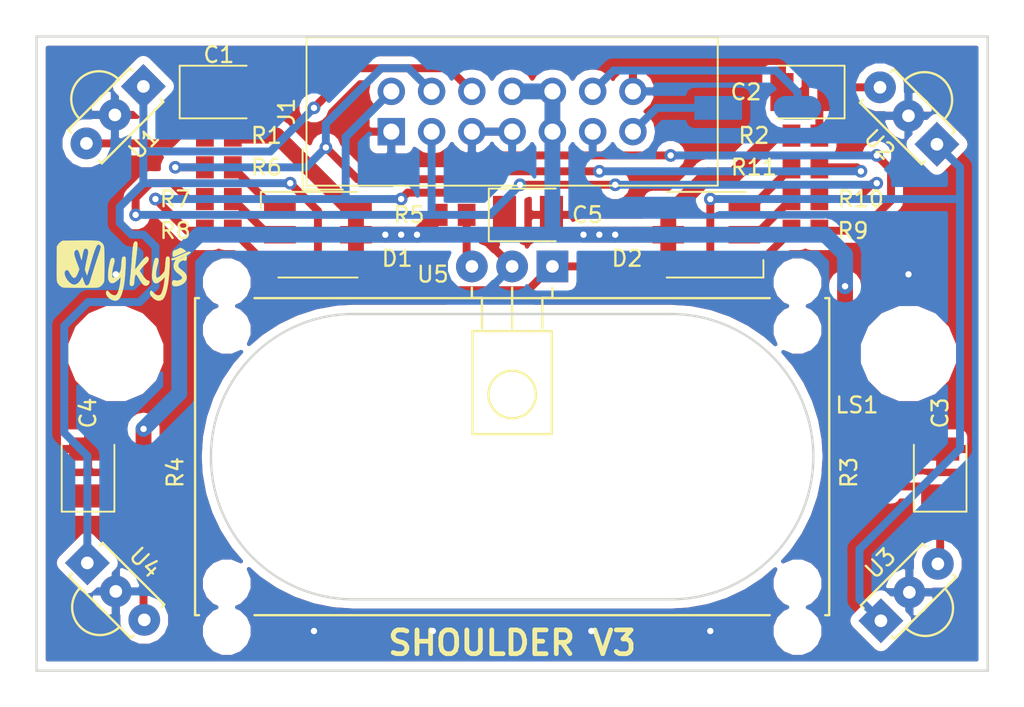
<source format=kicad_pcb>
(kicad_pcb (version 20171130) (host pcbnew 5.0.0-rc2-dev-unknown-0f0d9af~63~ubuntu16.04.1)

  (general
    (thickness 1.6)
    (drawings 9)
    (tracks 217)
    (zones 0)
    (modules 28)
    (nets 20)
  )

  (page A4)
  (layers
    (0 F.Cu signal)
    (31 B.Cu signal)
    (32 B.Adhes user)
    (33 F.Adhes user)
    (34 B.Paste user)
    (35 F.Paste user)
    (36 B.SilkS user)
    (37 F.SilkS user)
    (38 B.Mask user)
    (39 F.Mask user)
    (40 Dwgs.User user)
    (41 Cmts.User user)
    (42 Eco1.User user)
    (43 Eco2.User user)
    (44 Edge.Cuts user)
    (45 Margin user)
    (46 B.CrtYd user)
    (47 F.CrtYd user)
    (48 B.Fab user)
    (49 F.Fab user)
  )

  (setup
    (last_trace_width 0.5)
    (user_trace_width 0.5)
    (user_trace_width 1)
    (trace_clearance 0.2)
    (zone_clearance 0.508)
    (zone_45_only no)
    (trace_min 0.2)
    (segment_width 0.2)
    (edge_width 0.15)
    (via_size 0.8)
    (via_drill 0.4)
    (via_min_size 0.4)
    (via_min_drill 0.3)
    (uvia_size 0.3)
    (uvia_drill 0.1)
    (uvias_allowed no)
    (uvia_min_size 0.2)
    (uvia_min_drill 0.1)
    (pcb_text_width 0.3)
    (pcb_text_size 1.5 1.5)
    (mod_edge_width 0.15)
    (mod_text_size 1 1)
    (mod_text_width 0.15)
    (pad_size 6 3)
    (pad_drill 2)
    (pad_to_mask_clearance 0.2)
    (aux_axis_origin 0 0)
    (visible_elements FFFDFF7F)
    (pcbplotparams
      (layerselection 0x010fc_ffffffff)
      (usegerberextensions false)
      (usegerberattributes false)
      (usegerberadvancedattributes false)
      (creategerberjobfile false)
      (excludeedgelayer true)
      (linewidth 0.100000)
      (plotframeref false)
      (viasonmask false)
      (mode 1)
      (useauxorigin false)
      (hpglpennumber 1)
      (hpglpenspeed 20)
      (hpglpendiameter 15)
      (psnegative false)
      (psa4output false)
      (plotreference true)
      (plotvalue true)
      (plotinvisibletext false)
      (padsonsilk false)
      (subtractmaskfromsilk false)
      (outputformat 1)
      (mirror false)
      (drillshape 1)
      (scaleselection 1)
      (outputdirectory ""))
  )

  (net 0 "")
  (net 1 "Net-(D2-Pad2)")
  (net 2 /PWM_G)
  (net 3 /PWM_B)
  (net 4 "Net-(D2-Pad1)")
  (net 5 "Net-(D1-Pad3)")
  (net 6 /PWM_R)
  (net 7 "Net-(D1-Pad2)")
  (net 8 "Net-(D1-Pad1)")
  (net 9 "Net-(C1-Pad1)")
  (net 10 +5V)
  (net 11 "Net-(C2-Pad1)")
  (net 12 "Net-(C3-Pad1)")
  (net 13 "Net-(C4-Pad1)")
  (net 14 "Net-(C5-Pad1)")
  (net 15 "Net-(D2-Pad3)")
  (net 16 /IR_RX)
  (net 17 GND)
  (net 18 /SP+)
  (net 19 /SP-)

  (net_class Default "Toto je výchozí třída sítě."
    (clearance 0.2)
    (trace_width 0.25)
    (via_dia 0.8)
    (via_drill 0.4)
    (uvia_dia 0.3)
    (uvia_drill 0.1)
    (add_net +5V)
    (add_net /IR_RX)
    (add_net /PWM_B)
    (add_net /PWM_G)
    (add_net /PWM_R)
    (add_net /SP+)
    (add_net /SP-)
    (add_net GND)
    (add_net "Net-(C1-Pad1)")
    (add_net "Net-(C2-Pad1)")
    (add_net "Net-(C3-Pad1)")
    (add_net "Net-(C4-Pad1)")
    (add_net "Net-(C5-Pad1)")
    (add_net "Net-(D1-Pad1)")
    (add_net "Net-(D1-Pad2)")
    (add_net "Net-(D1-Pad3)")
    (add_net "Net-(D2-Pad1)")
    (add_net "Net-(D2-Pad2)")
    (add_net "Net-(D2-Pad3)")
  )

  (module KLIB_Audio:REP-ABS-224-RC (layer F.Cu) (tedit 5AD8C520) (tstamp 5AFAB250)
    (at 155 106.5 90)
    (descr http://www.farnell.com/datasheets/1660949.pdf)
    (tags speaker)
    (path /59A424CD)
    (fp_text reference LS1 (at 3.25 21.75 180) (layer F.SilkS)
      (effects (font (size 1 1) (thickness 0.15)))
    )
    (fp_text value ABS-224-RC (at -2 0 180) (layer F.Fab)
      (effects (font (size 1 1) (thickness 0.15)))
    )
    (fp_line (start -9 10) (end -9 -10) (layer Edge.Cuts) (width 0.15))
    (fp_line (start 9 10) (end 9 -10) (layer Edge.Cuts) (width 0.15))
    (fp_arc (start 0 10) (end -9 10) (angle -90) (layer Edge.Cuts) (width 0.15))
    (fp_arc (start 0 10) (end 9 10) (angle 90) (layer Edge.Cuts) (width 0.15))
    (fp_arc (start 0 -10) (end 0 -19) (angle 90) (layer Edge.Cuts) (width 0.15))
    (fp_arc (start 0 -10) (end -9 -10) (angle 90) (layer Edge.Cuts) (width 0.15))
    (fp_line (start -10 20) (end 10 20) (layer F.SilkS) (width 0.15))
    (fp_line (start 10 16.25) (end 10 -16.25) (layer F.SilkS) (width 0.15))
    (fp_line (start 10 -20) (end -10 -20) (layer F.SilkS) (width 0.15))
    (fp_line (start -10 -16.25) (end -10 16.25) (layer F.SilkS) (width 0.15))
    (fp_line (start -10.5 -20.5) (end 10.5 -20.5) (layer F.CrtYd) (width 0.05))
    (fp_line (start 13.25 -18.75) (end 13.25 -17.25) (layer F.CrtYd) (width 0.05))
    (fp_line (start 12 -16) (end 10.5 -16) (layer F.CrtYd) (width 0.05))
    (fp_line (start 10.5 -16) (end 10.5 16) (layer F.CrtYd) (width 0.05))
    (fp_line (start 10.5 16) (end 12 16) (layer F.CrtYd) (width 0.05))
    (fp_line (start 13.25 17.25) (end 13.25 18.75) (layer F.CrtYd) (width 0.05))
    (fp_line (start 10.5 20.5) (end -10.5 20.5) (layer F.CrtYd) (width 0.05))
    (fp_line (start -13.25 18.75) (end -13.25 17.25) (layer F.CrtYd) (width 0.05))
    (fp_line (start -12 16) (end -10.5 16) (layer F.CrtYd) (width 0.05))
    (fp_line (start -10.5 16) (end -10.5 -16) (layer F.CrtYd) (width 0.05))
    (fp_line (start -10.5 -16) (end -12 -16) (layer F.CrtYd) (width 0.05))
    (fp_line (start -13.25 -17.25) (end -13.25 -18.75) (layer F.CrtYd) (width 0.05))
    (fp_line (start 10.5 20.5) (end 10.5 20) (layer F.CrtYd) (width 0.05))
    (fp_line (start 10.5 20) (end 12 20) (layer F.CrtYd) (width 0.05))
    (fp_line (start -10.5 20.5) (end -10.5 20) (layer F.CrtYd) (width 0.05))
    (fp_line (start -10.5 20) (end -12 20) (layer F.CrtYd) (width 0.05))
    (fp_line (start 10.5 -20.5) (end 10.5 -20) (layer F.CrtYd) (width 0.05))
    (fp_line (start 10.5 -20) (end 12 -20) (layer F.CrtYd) (width 0.05))
    (fp_line (start -10.5 -20.5) (end -10.5 -20) (layer F.CrtYd) (width 0.05))
    (fp_line (start -10.5 -20) (end -12 -20) (layer F.CrtYd) (width 0.05))
    (fp_line (start -10 -20) (end -10 20) (layer F.Fab) (width 0.15))
    (fp_arc (start 0 10) (end -9 10) (angle -90) (layer F.Fab) (width 0.15))
    (fp_arc (start 0 -10) (end -9 -10) (angle 90) (layer F.Fab) (width 0.15))
    (fp_arc (start 0 10) (end 9 10) (angle 90) (layer F.Fab) (width 0.15))
    (fp_line (start -9 10) (end -9 -10) (layer F.Fab) (width 0.15))
    (fp_line (start -10 20) (end 10 20) (layer F.Fab) (width 0.15))
    (fp_line (start 10 -20) (end -10 -20) (layer F.Fab) (width 0.15))
    (fp_line (start 10 20) (end 10 -20) (layer F.Fab) (width 0.15))
    (fp_line (start 9 10) (end 9 -10) (layer F.Fab) (width 0.15))
    (fp_arc (start 0 -10) (end 0 -19) (angle 90) (layer F.Fab) (width 0.15))
    (fp_text user %R (at 2 0 180) (layer F.Fab)
      (effects (font (size 1 1) (thickness 0.15)))
    )
    (fp_line (start 12 -20) (end 13.25 -18.75) (layer F.CrtYd) (width 0.05))
    (fp_line (start 13.25 -17.25) (end 12 -16) (layer F.CrtYd) (width 0.05))
    (fp_line (start -12 -20) (end -13.25 -18.75) (layer F.CrtYd) (width 0.05))
    (fp_line (start -12 -16) (end -13.25 -17.25) (layer F.CrtYd) (width 0.05))
    (fp_line (start 12 16) (end 13.25 17.25) (layer F.CrtYd) (width 0.05))
    (fp_line (start 12 20) (end 13.25 18.75) (layer F.CrtYd) (width 0.05))
    (fp_line (start -13.25 18.75) (end -12 20) (layer F.CrtYd) (width 0.05))
    (fp_line (start -12 16) (end -13.25 17.25) (layer F.CrtYd) (width 0.05))
    (fp_line (start -10 20) (end -10 19.75) (layer F.SilkS) (width 0.15))
    (fp_line (start 10 20) (end 10 19.75) (layer F.SilkS) (width 0.15))
    (fp_line (start 10 -20) (end 10 -19.75) (layer F.SilkS) (width 0.15))
    (fp_line (start -10 -20) (end -10 -19.75) (layer F.SilkS) (width 0.15))
    (pad 1 smd rect (at 22 13 90) (size 1.5 3) (layers B.Cu B.Paste B.Mask)
      (net 18 /SP+))
    (pad 2 smd oval (at 22 18 90) (size 1.5 3) (layers B.Cu B.Paste B.Mask)
      (net 19 /SP-))
    (pad "" np_thru_hole circle (at 8 18 90) (size 2 2) (drill 2) (layers *.Cu *.Mask)
      (zone_connect 2))
    (pad "" np_thru_hole circle (at 8 -18 90) (size 2 2) (drill 2) (layers *.Cu *.Mask)
      (zone_connect 2))
    (pad "" np_thru_hole circle (at -8 -18 90) (size 2 2) (drill 2) (layers *.Cu *.Mask)
      (zone_connect 2))
    (pad "" np_thru_hole circle (at -8 18 90) (size 2 2) (drill 2) (layers *.Cu *.Mask)
      (zone_connect 2))
    (pad "" np_thru_hole circle (at 11 -18 90) (size 2 2) (drill 2) (layers *.Cu *.Mask)
      (zone_connect 2))
    (pad "" np_thru_hole circle (at -11 -18 90) (size 2 2) (drill 2) (layers *.Cu *.Mask)
      (zone_connect 2))
    (pad "" np_thru_hole circle (at 11 18 90) (size 2 2) (drill 2) (layers *.Cu *.Mask)
      (zone_connect 2))
    (pad "" np_thru_hole circle (at -11 18 90) (size 2 2) (drill 2) (layers *.Cu *.Mask)
      (zone_connect 2))
    (model "$(KIPRJMOD)/project.3dshapes/ABS-224-RC.wrl"
      (at (xyz 0 0 0))
      (scale (xyz 1 1 1))
      (rotate (xyz 0 0 0))
    )
  )

  (module KLIB_Opto:OSRB8C9BA_Horizontal (layer F.Cu) (tedit 5AD3F806) (tstamp 5AFAB375)
    (at 155 94.5 180)
    (descr https://www.tme.eu/cz/Document/777fdf21e0fba3fd5c036ef95756460c/OSRB38C9BA.pdf)
    (tags "Infrared Receiver Module")
    (path /5AD8BA5B)
    (fp_text reference U5 (at 5 -0.5 180) (layer F.SilkS)
      (effects (font (size 1 1) (thickness 0.15)))
    )
    (fp_text value OSRB38C9BA (at 0 2.92 180) (layer F.Fab)
      (effects (font (size 1 1) (thickness 0.15)))
    )
    (fp_line (start -2.5 -4.08) (end 2.5 -4.08) (layer F.SilkS) (width 0.15))
    (fp_line (start 2.5 -4.08) (end 2.5 -10.58) (layer F.SilkS) (width 0.15))
    (fp_line (start 2.5 -10.58) (end -2.5 -10.58) (layer F.SilkS) (width 0.15))
    (fp_line (start -2.5 -10.58) (end -2.5 -4.08) (layer F.SilkS) (width 0.15))
    (fp_circle (center 0 -8.08) (end 1.5 -8.08) (layer F.SilkS) (width 0.15))
    (fp_line (start 2.54 -1.35) (end 2.54 -1.985) (layer F.SilkS) (width 0.15))
    (fp_line (start 2.54 -1.985) (end 1.905 -1.985) (layer F.SilkS) (width 0.15))
    (fp_line (start 1.905 -1.985) (end 1.905 -3.89) (layer F.SilkS) (width 0.15))
    (fp_line (start 0 -1.35) (end 0 -3.89) (layer F.SilkS) (width 0.15))
    (fp_line (start -2.54 -1.985) (end -1.905 -1.985) (layer F.SilkS) (width 0.15))
    (fp_line (start -1.905 -1.985) (end -1.905 -3.89) (layer F.SilkS) (width 0.15))
    (fp_line (start -2.54 -1.35) (end -2.54 -1.985) (layer F.SilkS) (width 0.15))
    (fp_line (start -1.905 -1.985) (end -1.905 -3.89) (layer F.Fab) (width 0.15))
    (fp_line (start 0 -1.35) (end 0 -3.89) (layer F.Fab) (width 0.15))
    (fp_line (start 1.905 -1.985) (end 1.905 -3.89) (layer F.Fab) (width 0.15))
    (fp_line (start -2.54 -1.35) (end -2.54 -1.985) (layer F.Fab) (width 0.15))
    (fp_line (start -2.5 -10.58) (end -2.5 -4.08) (layer F.Fab) (width 0.15))
    (fp_line (start 2.54 -1.985) (end 1.905 -1.985) (layer F.Fab) (width 0.15))
    (fp_circle (center 0 -8.08) (end 1.5 -8.08) (layer F.Fab) (width 0.15))
    (fp_line (start -2.5 -4.08) (end 2.5 -4.08) (layer F.Fab) (width 0.15))
    (fp_line (start -2.54 -1.985) (end -1.905 -1.985) (layer F.Fab) (width 0.15))
    (fp_line (start 2.5 -4.08) (end 2.5 -10.58) (layer F.Fab) (width 0.15))
    (fp_line (start 2.5 -10.58) (end -2.5 -10.58) (layer F.Fab) (width 0.15))
    (fp_line (start 2.54 -1.35) (end 2.54 -1.985) (layer F.Fab) (width 0.15))
    (fp_text user %R (at 0 -5.16 180) (layer F.Fab)
      (effects (font (size 1 1) (thickness 0.15)))
    )
    (fp_line (start 4 1.42) (end 4 -11.08) (layer F.CrtYd) (width 0.05))
    (fp_line (start 4 -11.08) (end -4 -11.08) (layer F.CrtYd) (width 0.05))
    (fp_line (start -4 -11.08) (end -4 1.42) (layer F.CrtYd) (width 0.05))
    (fp_line (start -4 1.42) (end 4 1.42) (layer F.CrtYd) (width 0.05))
    (pad 1 thru_hole rect (at -2.54 0 180) (size 2 2) (drill 0.8) (layers *.Cu *.Mask)
      (net 16 /IR_RX))
    (pad 2 thru_hole circle (at 0 0 180) (size 2 2) (drill 0.8) (layers *.Cu *.Mask)
      (net 17 GND))
    (pad 3 thru_hole circle (at 2.54 0 180) (size 2 2) (drill 0.8) (layers *.Cu *.Mask)
      (net 14 "Net-(C5-Pad1)"))
    (model "$(KIPRJMOD)/project.3dshapes/OSRB38C9BA_Horizontal_Long.wrl"
      (at (xyz 0 0 0))
      (scale (xyz 1 1 1))
      (rotate (xyz 0 0 0))
    )
  )

  (module Capacitor_Tantalum_SMD:CP_EIA-3528-21_Kemet-B (layer F.Cu) (tedit 5A1ED0F1) (tstamp 5AFAB6BB)
    (at 136.5 83.5)
    (descr "Tantalum Capacitor SMD Kemet-B (3528-21 Metric), IPC_7351 nominal, (Body size from: http://www.kemet.com/Lists/ProductCatalog/Attachments/253/KEM_TC101_STD.pdf), generated with kicad-footprint-generator")
    (tags "capacitor tantalum")
    (path /59A2E0E1)
    (attr smd)
    (fp_text reference C1 (at 0 -2.35) (layer F.SilkS)
      (effects (font (size 1 1) (thickness 0.15)))
    )
    (fp_text value 47u/10V (at 0 2.35) (layer F.Fab)
      (effects (font (size 1 1) (thickness 0.15)))
    )
    (fp_line (start 1.75 -1.4) (end -1.05 -1.4) (layer F.Fab) (width 0.1))
    (fp_line (start -1.05 -1.4) (end -1.75 -0.7) (layer F.Fab) (width 0.1))
    (fp_line (start -1.75 -0.7) (end -1.75 1.4) (layer F.Fab) (width 0.1))
    (fp_line (start -1.75 1.4) (end 1.75 1.4) (layer F.Fab) (width 0.1))
    (fp_line (start 1.75 1.4) (end 1.75 -1.4) (layer F.Fab) (width 0.1))
    (fp_line (start 1.75 -1.66) (end -2.47 -1.66) (layer F.SilkS) (width 0.12))
    (fp_line (start -2.47 -1.66) (end -2.47 1.66) (layer F.SilkS) (width 0.12))
    (fp_line (start -2.47 1.66) (end 1.75 1.66) (layer F.SilkS) (width 0.12))
    (fp_line (start -2.46 1.65) (end -2.46 -1.65) (layer F.CrtYd) (width 0.05))
    (fp_line (start -2.46 -1.65) (end 2.46 -1.65) (layer F.CrtYd) (width 0.05))
    (fp_line (start 2.46 -1.65) (end 2.46 1.65) (layer F.CrtYd) (width 0.05))
    (fp_line (start 2.46 1.65) (end -2.46 1.65) (layer F.CrtYd) (width 0.05))
    (fp_text user %R (at 0 0) (layer F.Fab)
      (effects (font (size 0.88 0.88) (thickness 0.13)))
    )
    (pad 1 smd rect (at -1.48 0) (size 1.46 2.4) (layers F.Cu F.Paste F.Mask)
      (net 9 "Net-(C1-Pad1)"))
    (pad 2 smd rect (at 1.48 0) (size 1.46 2.4) (layers F.Cu F.Paste F.Mask)
      (net 17 GND))
    (model ${KISYS3DMOD}/Capacitor_Tantalum_SMD.3dshapes/CP_EIA-3528-21_Kemet-B.wrl
      (at (xyz 0 0 0))
      (scale (xyz 1 1 1))
      (rotate (xyz 0 0 0))
    )
  )

  (module Capacitor_Tantalum_SMD:CP_EIA-3528-21_Kemet-B (layer F.Cu) (tedit 5A1ED0F1) (tstamp 5AFAB418)
    (at 173.5 83.5 180)
    (descr "Tantalum Capacitor SMD Kemet-B (3528-21 Metric), IPC_7351 nominal, (Body size from: http://www.kemet.com/Lists/ProductCatalog/Attachments/253/KEM_TC101_STD.pdf), generated with kicad-footprint-generator")
    (tags "capacitor tantalum")
    (path /59A2EC21)
    (attr smd)
    (fp_text reference C2 (at 3.75 0 180) (layer F.SilkS)
      (effects (font (size 1 1) (thickness 0.15)))
    )
    (fp_text value 47u/10V (at 0 2.35 180) (layer F.Fab)
      (effects (font (size 1 1) (thickness 0.15)))
    )
    (fp_text user %R (at 0 0 180) (layer F.Fab)
      (effects (font (size 0.88 0.88) (thickness 0.13)))
    )
    (fp_line (start 2.46 1.65) (end -2.46 1.65) (layer F.CrtYd) (width 0.05))
    (fp_line (start 2.46 -1.65) (end 2.46 1.65) (layer F.CrtYd) (width 0.05))
    (fp_line (start -2.46 -1.65) (end 2.46 -1.65) (layer F.CrtYd) (width 0.05))
    (fp_line (start -2.46 1.65) (end -2.46 -1.65) (layer F.CrtYd) (width 0.05))
    (fp_line (start -2.47 1.66) (end 1.75 1.66) (layer F.SilkS) (width 0.12))
    (fp_line (start -2.47 -1.66) (end -2.47 1.66) (layer F.SilkS) (width 0.12))
    (fp_line (start 1.75 -1.66) (end -2.47 -1.66) (layer F.SilkS) (width 0.12))
    (fp_line (start 1.75 1.4) (end 1.75 -1.4) (layer F.Fab) (width 0.1))
    (fp_line (start -1.75 1.4) (end 1.75 1.4) (layer F.Fab) (width 0.1))
    (fp_line (start -1.75 -0.7) (end -1.75 1.4) (layer F.Fab) (width 0.1))
    (fp_line (start -1.05 -1.4) (end -1.75 -0.7) (layer F.Fab) (width 0.1))
    (fp_line (start 1.75 -1.4) (end -1.05 -1.4) (layer F.Fab) (width 0.1))
    (pad 2 smd rect (at 1.48 0 180) (size 1.46 2.4) (layers F.Cu F.Paste F.Mask)
      (net 17 GND))
    (pad 1 smd rect (at -1.48 0 180) (size 1.46 2.4) (layers F.Cu F.Paste F.Mask)
      (net 11 "Net-(C2-Pad1)"))
    (model ${KISYS3DMOD}/Capacitor_Tantalum_SMD.3dshapes/CP_EIA-3528-21_Kemet-B.wrl
      (at (xyz 0 0 0))
      (scale (xyz 1 1 1))
      (rotate (xyz 0 0 0))
    )
  )

  (module Capacitor_Tantalum_SMD:CP_EIA-3528-21_Kemet-B (layer F.Cu) (tedit 5A1ED0F1) (tstamp 5AFAB6F1)
    (at 182 107.5 90)
    (descr "Tantalum Capacitor SMD Kemet-B (3528-21 Metric), IPC_7351 nominal, (Body size from: http://www.kemet.com/Lists/ProductCatalog/Attachments/253/KEM_TC101_STD.pdf), generated with kicad-footprint-generator")
    (tags "capacitor tantalum")
    (path /59A2EE2A)
    (attr smd)
    (fp_text reference C3 (at 3.75 0 90) (layer F.SilkS)
      (effects (font (size 1 1) (thickness 0.15)))
    )
    (fp_text value 47u/10V (at 0 2.35 90) (layer F.Fab)
      (effects (font (size 1 1) (thickness 0.15)))
    )
    (fp_line (start 1.75 -1.4) (end -1.05 -1.4) (layer F.Fab) (width 0.1))
    (fp_line (start -1.05 -1.4) (end -1.75 -0.7) (layer F.Fab) (width 0.1))
    (fp_line (start -1.75 -0.7) (end -1.75 1.4) (layer F.Fab) (width 0.1))
    (fp_line (start -1.75 1.4) (end 1.75 1.4) (layer F.Fab) (width 0.1))
    (fp_line (start 1.75 1.4) (end 1.75 -1.4) (layer F.Fab) (width 0.1))
    (fp_line (start 1.75 -1.66) (end -2.47 -1.66) (layer F.SilkS) (width 0.12))
    (fp_line (start -2.47 -1.66) (end -2.47 1.66) (layer F.SilkS) (width 0.12))
    (fp_line (start -2.47 1.66) (end 1.75 1.66) (layer F.SilkS) (width 0.12))
    (fp_line (start -2.46 1.65) (end -2.46 -1.65) (layer F.CrtYd) (width 0.05))
    (fp_line (start -2.46 -1.65) (end 2.46 -1.65) (layer F.CrtYd) (width 0.05))
    (fp_line (start 2.46 -1.65) (end 2.46 1.65) (layer F.CrtYd) (width 0.05))
    (fp_line (start 2.46 1.65) (end -2.46 1.65) (layer F.CrtYd) (width 0.05))
    (fp_text user %R (at 0 0 90) (layer F.Fab)
      (effects (font (size 0.88 0.88) (thickness 0.13)))
    )
    (pad 1 smd rect (at -1.48 0 90) (size 1.46 2.4) (layers F.Cu F.Paste F.Mask)
      (net 12 "Net-(C3-Pad1)"))
    (pad 2 smd rect (at 1.48 0 90) (size 1.46 2.4) (layers F.Cu F.Paste F.Mask)
      (net 17 GND))
    (model ${KISYS3DMOD}/Capacitor_Tantalum_SMD.3dshapes/CP_EIA-3528-21_Kemet-B.wrl
      (at (xyz 0 0 0))
      (scale (xyz 1 1 1))
      (rotate (xyz 0 0 0))
    )
  )

  (module Capacitor_Tantalum_SMD:CP_EIA-3528-21_Kemet-B (layer F.Cu) (tedit 5A1ED0F1) (tstamp 5AFAB727)
    (at 128.25 107.5 90)
    (descr "Tantalum Capacitor SMD Kemet-B (3528-21 Metric), IPC_7351 nominal, (Body size from: http://www.kemet.com/Lists/ProductCatalog/Attachments/253/KEM_TC101_STD.pdf), generated with kicad-footprint-generator")
    (tags "capacitor tantalum")
    (path /59A2EF04)
    (attr smd)
    (fp_text reference C4 (at 3.75 0 90) (layer F.SilkS)
      (effects (font (size 1 1) (thickness 0.15)))
    )
    (fp_text value 47u/10V (at 0 2.35 90) (layer F.Fab)
      (effects (font (size 1 1) (thickness 0.15)))
    )
    (fp_text user %R (at 0 0 90) (layer F.Fab)
      (effects (font (size 0.88 0.88) (thickness 0.13)))
    )
    (fp_line (start 2.46 1.65) (end -2.46 1.65) (layer F.CrtYd) (width 0.05))
    (fp_line (start 2.46 -1.65) (end 2.46 1.65) (layer F.CrtYd) (width 0.05))
    (fp_line (start -2.46 -1.65) (end 2.46 -1.65) (layer F.CrtYd) (width 0.05))
    (fp_line (start -2.46 1.65) (end -2.46 -1.65) (layer F.CrtYd) (width 0.05))
    (fp_line (start -2.47 1.66) (end 1.75 1.66) (layer F.SilkS) (width 0.12))
    (fp_line (start -2.47 -1.66) (end -2.47 1.66) (layer F.SilkS) (width 0.12))
    (fp_line (start 1.75 -1.66) (end -2.47 -1.66) (layer F.SilkS) (width 0.12))
    (fp_line (start 1.75 1.4) (end 1.75 -1.4) (layer F.Fab) (width 0.1))
    (fp_line (start -1.75 1.4) (end 1.75 1.4) (layer F.Fab) (width 0.1))
    (fp_line (start -1.75 -0.7) (end -1.75 1.4) (layer F.Fab) (width 0.1))
    (fp_line (start -1.05 -1.4) (end -1.75 -0.7) (layer F.Fab) (width 0.1))
    (fp_line (start 1.75 -1.4) (end -1.05 -1.4) (layer F.Fab) (width 0.1))
    (pad 2 smd rect (at 1.48 0 90) (size 1.46 2.4) (layers F.Cu F.Paste F.Mask)
      (net 17 GND))
    (pad 1 smd rect (at -1.48 0 90) (size 1.46 2.4) (layers F.Cu F.Paste F.Mask)
      (net 13 "Net-(C4-Pad1)"))
    (model ${KISYS3DMOD}/Capacitor_Tantalum_SMD.3dshapes/CP_EIA-3528-21_Kemet-B.wrl
      (at (xyz 0 0 0))
      (scale (xyz 1 1 1))
      (rotate (xyz 0 0 0))
    )
  )

  (module Capacitor_Tantalum_SMD:CP_EIA-3528-21_Kemet-B (layer F.Cu) (tedit 5A1ED0F1) (tstamp 5AFAB4E7)
    (at 156 91.25)
    (descr "Tantalum Capacitor SMD Kemet-B (3528-21 Metric), IPC_7351 nominal, (Body size from: http://www.kemet.com/Lists/ProductCatalog/Attachments/253/KEM_TC101_STD.pdf), generated with kicad-footprint-generator")
    (tags "capacitor tantalum")
    (path /59A2F245)
    (attr smd)
    (fp_text reference C5 (at 3.75 0) (layer F.SilkS)
      (effects (font (size 1 1) (thickness 0.15)))
    )
    (fp_text value 47u/10V (at 0 2.35) (layer F.Fab)
      (effects (font (size 1 1) (thickness 0.15)))
    )
    (fp_line (start 1.75 -1.4) (end -1.05 -1.4) (layer F.Fab) (width 0.1))
    (fp_line (start -1.05 -1.4) (end -1.75 -0.7) (layer F.Fab) (width 0.1))
    (fp_line (start -1.75 -0.7) (end -1.75 1.4) (layer F.Fab) (width 0.1))
    (fp_line (start -1.75 1.4) (end 1.75 1.4) (layer F.Fab) (width 0.1))
    (fp_line (start 1.75 1.4) (end 1.75 -1.4) (layer F.Fab) (width 0.1))
    (fp_line (start 1.75 -1.66) (end -2.47 -1.66) (layer F.SilkS) (width 0.12))
    (fp_line (start -2.47 -1.66) (end -2.47 1.66) (layer F.SilkS) (width 0.12))
    (fp_line (start -2.47 1.66) (end 1.75 1.66) (layer F.SilkS) (width 0.12))
    (fp_line (start -2.46 1.65) (end -2.46 -1.65) (layer F.CrtYd) (width 0.05))
    (fp_line (start -2.46 -1.65) (end 2.46 -1.65) (layer F.CrtYd) (width 0.05))
    (fp_line (start 2.46 -1.65) (end 2.46 1.65) (layer F.CrtYd) (width 0.05))
    (fp_line (start 2.46 1.65) (end -2.46 1.65) (layer F.CrtYd) (width 0.05))
    (fp_text user %R (at 0 0) (layer F.Fab)
      (effects (font (size 0.88 0.88) (thickness 0.13)))
    )
    (pad 1 smd rect (at -1.48 0) (size 1.46 2.4) (layers F.Cu F.Paste F.Mask)
      (net 14 "Net-(C5-Pad1)"))
    (pad 2 smd rect (at 1.48 0) (size 1.46 2.4) (layers F.Cu F.Paste F.Mask)
      (net 17 GND))
    (model ${KISYS3DMOD}/Capacitor_Tantalum_SMD.3dshapes/CP_EIA-3528-21_Kemet-B.wrl
      (at (xyz 0 0 0))
      (scale (xyz 1 1 1))
      (rotate (xyz 0 0 0))
    )
  )

  (module Connector_IDC:IDC-Header_2x07_P2.54mm_Vertical (layer F.Cu) (tedit 59DE0420) (tstamp 5AFAB58A)
    (at 147.38 86 90)
    (descr "Through hole straight IDC box header, 2x07, 2.54mm pitch, double rows")
    (tags "Through hole IDC box header THT 2x07 2.54mm double row")
    (path /59A304B8)
    (fp_text reference J1 (at 1.27 -6.604 90) (layer F.SilkS)
      (effects (font (size 1 1) (thickness 0.15)))
    )
    (fp_text value IDC_02X07 (at 1.27 21.844 90) (layer F.Fab)
      (effects (font (size 1 1) (thickness 0.15)))
    )
    (fp_text user %R (at 1.27 7.62 90) (layer F.Fab)
      (effects (font (size 1 1) (thickness 0.15)))
    )
    (fp_line (start 5.695 -5.1) (end 5.695 20.34) (layer F.Fab) (width 0.1))
    (fp_line (start 5.145 -4.56) (end 5.145 19.78) (layer F.Fab) (width 0.1))
    (fp_line (start -3.155 -5.1) (end -3.155 20.34) (layer F.Fab) (width 0.1))
    (fp_line (start -2.605 -4.56) (end -2.605 5.37) (layer F.Fab) (width 0.1))
    (fp_line (start -2.605 9.87) (end -2.605 19.78) (layer F.Fab) (width 0.1))
    (fp_line (start -2.605 5.37) (end -3.155 5.37) (layer F.Fab) (width 0.1))
    (fp_line (start -2.605 9.87) (end -3.155 9.87) (layer F.Fab) (width 0.1))
    (fp_line (start 5.695 -5.1) (end -3.155 -5.1) (layer F.Fab) (width 0.1))
    (fp_line (start 5.145 -4.56) (end -2.605 -4.56) (layer F.Fab) (width 0.1))
    (fp_line (start 5.695 20.34) (end -3.155 20.34) (layer F.Fab) (width 0.1))
    (fp_line (start 5.145 19.78) (end -2.605 19.78) (layer F.Fab) (width 0.1))
    (fp_line (start 5.695 -5.1) (end 5.145 -4.56) (layer F.Fab) (width 0.1))
    (fp_line (start 5.695 20.34) (end 5.145 19.78) (layer F.Fab) (width 0.1))
    (fp_line (start -3.155 -5.1) (end -2.605 -4.56) (layer F.Fab) (width 0.1))
    (fp_line (start -3.155 20.34) (end -2.605 19.78) (layer F.Fab) (width 0.1))
    (fp_line (start 5.95 -5.35) (end 5.95 20.59) (layer F.CrtYd) (width 0.05))
    (fp_line (start 5.95 20.59) (end -3.41 20.59) (layer F.CrtYd) (width 0.05))
    (fp_line (start -3.41 20.59) (end -3.41 -5.35) (layer F.CrtYd) (width 0.05))
    (fp_line (start -3.41 -5.35) (end 5.95 -5.35) (layer F.CrtYd) (width 0.05))
    (fp_line (start 5.945 -5.35) (end 5.945 20.59) (layer F.SilkS) (width 0.12))
    (fp_line (start 5.945 20.59) (end -3.405 20.59) (layer F.SilkS) (width 0.12))
    (fp_line (start -3.405 20.59) (end -3.405 -5.35) (layer F.SilkS) (width 0.12))
    (fp_line (start -3.405 -5.35) (end 5.945 -5.35) (layer F.SilkS) (width 0.12))
    (fp_line (start -3.655 -5.6) (end -3.655 -3.06) (layer F.SilkS) (width 0.12))
    (fp_line (start -3.655 -5.6) (end -1.115 -5.6) (layer F.SilkS) (width 0.12))
    (pad 1 thru_hole rect (at 0 0 90) (size 1.7272 1.7272) (drill 1.016) (layers *.Cu *.Mask)
      (net 17 GND))
    (pad 2 thru_hole oval (at 2.54 0 90) (size 1.7272 1.7272) (drill 1.016) (layers *.Cu *.Mask)
      (net 6 /PWM_R))
    (pad 3 thru_hole oval (at 0 2.54 90) (size 1.7272 1.7272) (drill 1.016) (layers *.Cu *.Mask)
      (net 2 /PWM_G))
    (pad 4 thru_hole oval (at 2.54 2.54 90) (size 1.7272 1.7272) (drill 1.016) (layers *.Cu *.Mask)
      (net 3 /PWM_B))
    (pad 5 thru_hole oval (at 0 5.08 90) (size 1.7272 1.7272) (drill 1.016) (layers *.Cu *.Mask)
      (net 17 GND))
    (pad 6 thru_hole oval (at 2.54 5.08 90) (size 1.7272 1.7272) (drill 1.016) (layers *.Cu *.Mask)
      (net 16 /IR_RX))
    (pad 7 thru_hole oval (at 0 7.62 90) (size 1.7272 1.7272) (drill 1.016) (layers *.Cu *.Mask)
      (net 17 GND))
    (pad 8 thru_hole oval (at 2.54 7.62 90) (size 1.7272 1.7272) (drill 1.016) (layers *.Cu *.Mask)
      (net 10 +5V))
    (pad 9 thru_hole oval (at 0 10.16 90) (size 1.7272 1.7272) (drill 1.016) (layers *.Cu *.Mask)
      (net 10 +5V))
    (pad 10 thru_hole oval (at 2.54 10.16 90) (size 1.7272 1.7272) (drill 1.016) (layers *.Cu *.Mask)
      (net 10 +5V))
    (pad 11 thru_hole oval (at 0 12.7 90) (size 1.7272 1.7272) (drill 1.016) (layers *.Cu *.Mask)
      (net 17 GND))
    (pad 12 thru_hole oval (at 2.54 12.7 90) (size 1.7272 1.7272) (drill 1.016) (layers *.Cu *.Mask)
      (net 19 /SP-))
    (pad 13 thru_hole oval (at 0 15.24 90) (size 1.7272 1.7272) (drill 1.016) (layers *.Cu *.Mask)
      (net 18 /SP+))
    (pad 14 thru_hole oval (at 2.54 15.24 90) (size 1.7272 1.7272) (drill 1.016) (layers *.Cu *.Mask)
      (net 17 GND))
    (model ${KISYS3DMOD}/Connector_IDC.3dshapes/IDC-Header_2x07_P2.54mm_Vertical.wrl
      (at (xyz 0 0 0))
      (scale (xyz 1 1 1))
      (rotate (xyz 0 0 0))
    )
  )

  (module KLIB_Mechanical:Bolt_M3 (layer F.Cu) (tedit 5AD8C609) (tstamp 5AFAB858)
    (at 130 100)
    (descr ~)
    (tags "bolt M3")
    (path /5ABEED4A)
    (attr virtual)
    (fp_text reference H1 (at 0 4) (layer F.SilkS) hide
      (effects (font (size 1 1) (thickness 0.15)))
    )
    (fp_text value M3 (at 0 -4) (layer F.Fab)
      (effects (font (size 1 1) (thickness 0.15)))
    )
    (fp_circle (center 0 0) (end 3 0) (layer B.CrtYd) (width 0.05))
    (fp_circle (center 0 0) (end 3 0) (layer F.CrtYd) (width 0.05))
    (fp_circle (center 0 0) (end 3 0) (layer F.Fab) (width 0.15))
    (fp_text user %R (at 0 0) (layer F.Fab)
      (effects (font (size 1 1) (thickness 0.15)))
    )
    (pad "" np_thru_hole circle (at 0 0) (size 3 3) (drill 3) (layers *.Cu *.Mask)
      (solder_mask_margin 1.5) (clearance 1.5))
  )

  (module KLIB_Mechanical:Bolt_M3 (layer F.Cu) (tedit 5AD8C604) (tstamp 5AFAB870)
    (at 180 100)
    (descr ~)
    (tags "bolt M3")
    (path /5ABEEE68)
    (attr virtual)
    (fp_text reference H2 (at 0 4) (layer F.SilkS) hide
      (effects (font (size 1 1) (thickness 0.15)))
    )
    (fp_text value M3 (at 0 -4) (layer F.Fab)
      (effects (font (size 1 1) (thickness 0.15)))
    )
    (fp_text user %R (at 0 0) (layer F.Fab)
      (effects (font (size 1 1) (thickness 0.15)))
    )
    (fp_circle (center 0 0) (end 3 0) (layer F.Fab) (width 0.15))
    (fp_circle (center 0 0) (end 3 0) (layer F.CrtYd) (width 0.05))
    (fp_circle (center 0 0) (end 3 0) (layer B.CrtYd) (width 0.05))
    (pad "" np_thru_hole circle (at 0 0) (size 3 3) (drill 3) (layers *.Cu *.Mask)
      (solder_mask_margin 1.5) (clearance 1.5))
  )

  (module KLIB_Opto:LED_RGB_5050-6 (layer F.Cu) (tedit 5AD3BE76) (tstamp 5AFAC710)
    (at 142.75 92.5)
    (descr http://cdn.sparkfun.com/datasheets/Components/LED/5060BRG4.pdf)
    (tags "RGB LED 5050-6")
    (path /5AD8B1DC)
    (attr smd)
    (fp_text reference D1 (at 5 1.5 180) (layer F.SilkS)
      (effects (font (size 1 1) (thickness 0.15)))
    )
    (fp_text value LTST-G563ZEGBW (at 0 3.3) (layer F.Fab)
      (effects (font (size 1 1) (thickness 0.15)))
    )
    (fp_line (start -2.5 -1.9) (end -1.9 -2.5) (layer F.Fab) (width 0.1))
    (fp_line (start 2.5 -2.5) (end -2.5 -2.5) (layer F.Fab) (width 0.1))
    (fp_line (start 2.5 2.5) (end 2.5 -2.5) (layer F.Fab) (width 0.1))
    (fp_line (start -2.5 2.5) (end 2.5 2.5) (layer F.Fab) (width 0.1))
    (fp_line (start -2.5 -2.5) (end -2.5 2.5) (layer F.Fab) (width 0.1))
    (fp_line (start -3.6 -2.7) (end 2.5 -2.7) (layer F.SilkS) (width 0.12))
    (fp_line (start -3.6 -1.6) (end -3.6 -2.7) (layer F.SilkS) (width 0.12))
    (fp_line (start 2.5 2.7) (end -2.5 2.7) (layer F.SilkS) (width 0.12))
    (fp_line (start 3.65 -2.75) (end -3.65 -2.75) (layer F.CrtYd) (width 0.05))
    (fp_line (start 3.65 2.75) (end 3.65 -2.75) (layer F.CrtYd) (width 0.05))
    (fp_line (start -3.65 2.75) (end 3.65 2.75) (layer F.CrtYd) (width 0.05))
    (fp_line (start -3.65 -2.75) (end -3.65 2.75) (layer F.CrtYd) (width 0.05))
    (fp_text user %R (at 0 0) (layer F.Fab)
      (effects (font (size 0.6 0.6) (thickness 0.06)))
    )
    (fp_circle (center 0 0) (end 0 -1.9) (layer F.Fab) (width 0.1))
    (pad 1 smd rect (at -2.4 -1.7 90) (size 1.1 2) (layers F.Cu F.Paste F.Mask)
      (net 8 "Net-(D1-Pad1)"))
    (pad 2 smd rect (at -2.4 0 90) (size 1.1 2) (layers F.Cu F.Paste F.Mask)
      (net 7 "Net-(D1-Pad2)"))
    (pad 3 smd rect (at -2.4 1.7 90) (size 1.1 2) (layers F.Cu F.Paste F.Mask)
      (net 5 "Net-(D1-Pad3)"))
    (pad 4 smd rect (at 2.4 1.7 90) (size 1.1 2) (layers F.Cu F.Paste F.Mask)
      (net 10 +5V))
    (pad 5 smd rect (at 2.4 0 90) (size 1.1 2) (layers F.Cu F.Paste F.Mask)
      (net 10 +5V))
    (pad 6 smd rect (at 2.4 -1.7 90) (size 1.1 2) (layers F.Cu F.Paste F.Mask)
      (net 10 +5V))
    (model ${W3D}/KLIB_Opto.3dshapes/LED_RGB_5050-6.wrl
      (at (xyz 0 0 0))
      (scale (xyz 1 1 1))
      (rotate (xyz 0 0 0))
    )
  )

  (module KLIB_Opto:LED_RGB_5050-6 (layer F.Cu) (tedit 5AD3BE76) (tstamp 5AFAB7AD)
    (at 167.25 92.5 180)
    (descr http://cdn.sparkfun.com/datasheets/Components/LED/5060BRG4.pdf)
    (tags "RGB LED 5050-6")
    (path /5AD8B280)
    (attr smd)
    (fp_text reference D2 (at 5 -1.5) (layer F.SilkS)
      (effects (font (size 1 1) (thickness 0.15)))
    )
    (fp_text value LTST-G563ZEGBW (at 0 3.3 180) (layer F.Fab)
      (effects (font (size 1 1) (thickness 0.15)))
    )
    (fp_circle (center 0 0) (end 0 -1.9) (layer F.Fab) (width 0.1))
    (fp_text user %R (at 0 0 180) (layer F.Fab)
      (effects (font (size 0.6 0.6) (thickness 0.06)))
    )
    (fp_line (start -3.65 -2.75) (end -3.65 2.75) (layer F.CrtYd) (width 0.05))
    (fp_line (start -3.65 2.75) (end 3.65 2.75) (layer F.CrtYd) (width 0.05))
    (fp_line (start 3.65 2.75) (end 3.65 -2.75) (layer F.CrtYd) (width 0.05))
    (fp_line (start 3.65 -2.75) (end -3.65 -2.75) (layer F.CrtYd) (width 0.05))
    (fp_line (start 2.5 2.7) (end -2.5 2.7) (layer F.SilkS) (width 0.12))
    (fp_line (start -3.6 -1.6) (end -3.6 -2.7) (layer F.SilkS) (width 0.12))
    (fp_line (start -3.6 -2.7) (end 2.5 -2.7) (layer F.SilkS) (width 0.12))
    (fp_line (start -2.5 -2.5) (end -2.5 2.5) (layer F.Fab) (width 0.1))
    (fp_line (start -2.5 2.5) (end 2.5 2.5) (layer F.Fab) (width 0.1))
    (fp_line (start 2.5 2.5) (end 2.5 -2.5) (layer F.Fab) (width 0.1))
    (fp_line (start 2.5 -2.5) (end -2.5 -2.5) (layer F.Fab) (width 0.1))
    (fp_line (start -2.5 -1.9) (end -1.9 -2.5) (layer F.Fab) (width 0.1))
    (pad 6 smd rect (at 2.4 -1.7 270) (size 1.1 2) (layers F.Cu F.Paste F.Mask)
      (net 10 +5V))
    (pad 5 smd rect (at 2.4 0 270) (size 1.1 2) (layers F.Cu F.Paste F.Mask)
      (net 10 +5V))
    (pad 4 smd rect (at 2.4 1.7 270) (size 1.1 2) (layers F.Cu F.Paste F.Mask)
      (net 10 +5V))
    (pad 3 smd rect (at -2.4 1.7 270) (size 1.1 2) (layers F.Cu F.Paste F.Mask)
      (net 15 "Net-(D2-Pad3)"))
    (pad 2 smd rect (at -2.4 0 270) (size 1.1 2) (layers F.Cu F.Paste F.Mask)
      (net 1 "Net-(D2-Pad2)"))
    (pad 1 smd rect (at -2.4 -1.7 270) (size 1.1 2) (layers F.Cu F.Paste F.Mask)
      (net 4 "Net-(D2-Pad1)"))
    (model ${W3D}/KLIB_Opto.3dshapes/LED_RGB_5050-6.wrl
      (at (xyz 0 0 0))
      (scale (xyz 1 1 1))
      (rotate (xyz 0 0 0))
    )
  )

  (module KLIB_Opto:OSRB8C9BA_Vertical (layer F.Cu) (tedit 5AD3F7D7) (tstamp 5AFAB5F9)
    (at 130.056569 114.943431 315)
    (descr https://www.tme.eu/cz/Document/777fdf21e0fba3fd5c036ef95756460c/OSRB38C9BA.pdf)
    (tags "Infrared Receiver Module")
    (path /5AD8B87E)
    (fp_text reference U4 (at 0 -2.5 315) (layer F.SilkS)
      (effects (font (size 1 1) (thickness 0.15)))
    )
    (fp_text value OSRB38C9BA (at 0 4.5 315) (layer F.Fab)
      (effects (font (size 1 1) (thickness 0.15)))
    )
    (fp_line (start -4.000001 -2) (end -4 3.5) (layer F.CrtYd) (width 0.05))
    (fp_line (start 4.000001 -2) (end -4.000001 -2) (layer F.CrtYd) (width 0.05))
    (fp_line (start 4 3.5) (end 4.000001 -2) (layer F.CrtYd) (width 0.05))
    (fp_line (start -4 3.5) (end 4 3.5) (layer F.CrtYd) (width 0.05))
    (fp_line (start 2.75 1.5) (end 2.75 1.25) (layer F.SilkS) (width 0.15))
    (fp_line (start -2.75 1.5) (end -2.75 1.25) (layer F.SilkS) (width 0.15))
    (fp_text user %R (at 0 0 315) (layer F.Fab)
      (effects (font (size 1 1) (thickness 0.15)))
    )
    (fp_arc (start 0 1.5) (end 1.75 1.5) (angle 90) (layer F.Fab) (width 0.15))
    (fp_line (start 2.75 1.5) (end -2.75 1.5) (layer F.Fab) (width 0.15))
    (fp_arc (start 0 1.5) (end 0 3.25) (angle 90) (layer F.Fab) (width 0.15))
    (fp_line (start -2.75 -1.5) (end 2.75 -1.5) (layer F.Fab) (width 0.15))
    (fp_line (start 2.75 -1.5) (end 2.75 1.5) (layer F.Fab) (width 0.15))
    (fp_line (start -2.75 1.5) (end -2.75 -1.5) (layer F.Fab) (width 0.15))
    (fp_line (start -2.75 -1.5) (end 2.75 -1.5) (layer F.SilkS) (width 0.15))
    (fp_line (start -2.75 -1.25) (end -2.75 -1.5) (layer F.SilkS) (width 0.15))
    (fp_line (start 2.75 1.5) (end -2.75 1.5) (layer F.SilkS) (width 0.15))
    (fp_line (start 2.75 -1.5) (end 2.75 -1.25) (layer F.SilkS) (width 0.15))
    (fp_arc (start 0 1.5) (end 0 3.25) (angle 90) (layer F.SilkS) (width 0.15))
    (fp_arc (start 0 1.5) (end 1.75 1.5) (angle 90) (layer F.SilkS) (width 0.15))
    (pad 3 thru_hole circle (at 2.54 0.08 315) (size 2 2) (drill 0.8) (layers *.Cu *.Mask)
      (net 13 "Net-(C4-Pad1)"))
    (pad 2 thru_hole circle (at 0 0.080001 315) (size 2 2) (drill 0.8) (layers *.Cu *.Mask)
      (net 17 GND))
    (pad 1 thru_hole rect (at -2.54 0.08 315) (size 2 2) (drill 0.8) (layers *.Cu *.Mask)
      (net 16 /IR_RX))
    (model "$(W3D)/KLIB_Opto.3dshapes/OSRB38C9BA_Vertical.wrl"
      (at (xyz 0 0 0))
      (scale (xyz 1 1 1))
      (rotate (xyz 0 0 0))
    )
  )

  (module KLIB_Opto:OSRB8C9BA_Vertical (layer F.Cu) (tedit 5AD3F7D7) (tstamp 5AFAB3D4)
    (at 179.943431 85.056569 135)
    (descr https://www.tme.eu/cz/Document/777fdf21e0fba3fd5c036ef95756460c/OSRB38C9BA.pdf)
    (tags "Infrared Receiver Module")
    (path /5AD8BABC)
    (fp_text reference U2 (at 0 -2.5 135) (layer F.SilkS)
      (effects (font (size 1 1) (thickness 0.15)))
    )
    (fp_text value OSRB38C9BA (at 0 4.5 135) (layer F.Fab)
      (effects (font (size 1 1) (thickness 0.15)))
    )
    (fp_arc (start 0 1.5) (end 1.75 1.5) (angle 90) (layer F.SilkS) (width 0.15))
    (fp_arc (start 0 1.5) (end 0 3.25) (angle 90) (layer F.SilkS) (width 0.15))
    (fp_line (start 2.75 -1.5) (end 2.75 -1.25) (layer F.SilkS) (width 0.15))
    (fp_line (start 2.75 1.5) (end -2.75 1.5) (layer F.SilkS) (width 0.15))
    (fp_line (start -2.75 -1.25) (end -2.75 -1.5) (layer F.SilkS) (width 0.15))
    (fp_line (start -2.75 -1.5) (end 2.75 -1.5) (layer F.SilkS) (width 0.15))
    (fp_line (start -2.75 1.5) (end -2.75 -1.5) (layer F.Fab) (width 0.15))
    (fp_line (start 2.75 -1.5) (end 2.75 1.5) (layer F.Fab) (width 0.15))
    (fp_line (start -2.75 -1.5) (end 2.75 -1.5) (layer F.Fab) (width 0.15))
    (fp_arc (start 0 1.5) (end 0 3.25) (angle 90) (layer F.Fab) (width 0.15))
    (fp_line (start 2.75 1.5) (end -2.75 1.5) (layer F.Fab) (width 0.15))
    (fp_arc (start 0 1.5) (end 1.75 1.5) (angle 90) (layer F.Fab) (width 0.15))
    (fp_text user %R (at 0 0 135) (layer F.Fab)
      (effects (font (size 1 1) (thickness 0.15)))
    )
    (fp_line (start -2.75 1.5) (end -2.75 1.25) (layer F.SilkS) (width 0.15))
    (fp_line (start 2.75 1.5) (end 2.75 1.25) (layer F.SilkS) (width 0.15))
    (fp_line (start -4 3.5) (end 4 3.5) (layer F.CrtYd) (width 0.05))
    (fp_line (start 4 3.5) (end 4.000001 -2) (layer F.CrtYd) (width 0.05))
    (fp_line (start 4.000001 -2) (end -4.000001 -2) (layer F.CrtYd) (width 0.05))
    (fp_line (start -4.000001 -2) (end -4 3.5) (layer F.CrtYd) (width 0.05))
    (pad 1 thru_hole rect (at -2.54 0.08 135) (size 2 2) (drill 0.8) (layers *.Cu *.Mask)
      (net 16 /IR_RX))
    (pad 2 thru_hole circle (at 0 0.080001 135) (size 2 2) (drill 0.8) (layers *.Cu *.Mask)
      (net 17 GND))
    (pad 3 thru_hole circle (at 2.54 0.08 135) (size 2 2) (drill 0.8) (layers *.Cu *.Mask)
      (net 11 "Net-(C2-Pad1)"))
    (model "$(W3D)/KLIB_Opto.3dshapes/OSRB38C9BA_Vertical.wrl"
      (at (xyz 0 0 0))
      (scale (xyz 1 1 1))
      (rotate (xyz 0 0 0))
    )
  )

  (module KLIB_Opto:OSRB8C9BA_Vertical (layer F.Cu) (tedit 5AD3F7D7) (tstamp 5AFAB764)
    (at 130 85 225)
    (descr https://www.tme.eu/cz/Document/777fdf21e0fba3fd5c036ef95756460c/OSRB38C9BA.pdf)
    (tags "Infrared Receiver Module")
    (path /5AD8B61F)
    (fp_text reference U1 (at 0 -2.5 225) (layer F.SilkS)
      (effects (font (size 1 1) (thickness 0.15)))
    )
    (fp_text value OSRB38C9BA (at 0 4.5 225) (layer F.Fab)
      (effects (font (size 1 1) (thickness 0.15)))
    )
    (fp_line (start -4.000001 -2) (end -4 3.5) (layer F.CrtYd) (width 0.05))
    (fp_line (start 4.000001 -2) (end -4.000001 -2) (layer F.CrtYd) (width 0.05))
    (fp_line (start 4 3.5) (end 4.000001 -2) (layer F.CrtYd) (width 0.05))
    (fp_line (start -4 3.5) (end 4 3.5) (layer F.CrtYd) (width 0.05))
    (fp_line (start 2.75 1.5) (end 2.75 1.25) (layer F.SilkS) (width 0.15))
    (fp_line (start -2.75 1.5) (end -2.75 1.25) (layer F.SilkS) (width 0.15))
    (fp_text user %R (at 0 0 225) (layer F.Fab)
      (effects (font (size 1 1) (thickness 0.15)))
    )
    (fp_arc (start 0 1.5) (end 1.75 1.5) (angle 90) (layer F.Fab) (width 0.15))
    (fp_line (start 2.75 1.5) (end -2.75 1.5) (layer F.Fab) (width 0.15))
    (fp_arc (start 0 1.5) (end 0 3.25) (angle 90) (layer F.Fab) (width 0.15))
    (fp_line (start -2.75 -1.5) (end 2.75 -1.5) (layer F.Fab) (width 0.15))
    (fp_line (start 2.75 -1.5) (end 2.75 1.5) (layer F.Fab) (width 0.15))
    (fp_line (start -2.75 1.5) (end -2.75 -1.5) (layer F.Fab) (width 0.15))
    (fp_line (start -2.75 -1.5) (end 2.75 -1.5) (layer F.SilkS) (width 0.15))
    (fp_line (start -2.75 -1.25) (end -2.75 -1.5) (layer F.SilkS) (width 0.15))
    (fp_line (start 2.75 1.5) (end -2.75 1.5) (layer F.SilkS) (width 0.15))
    (fp_line (start 2.75 -1.5) (end 2.75 -1.25) (layer F.SilkS) (width 0.15))
    (fp_arc (start 0 1.5) (end 0 3.25) (angle 90) (layer F.SilkS) (width 0.15))
    (fp_arc (start 0 1.5) (end 1.75 1.5) (angle 90) (layer F.SilkS) (width 0.15))
    (pad 3 thru_hole circle (at 2.54 0.08 225) (size 2 2) (drill 0.8) (layers *.Cu *.Mask)
      (net 9 "Net-(C1-Pad1)"))
    (pad 2 thru_hole circle (at 0 0.080001 225) (size 2 2) (drill 0.8) (layers *.Cu *.Mask)
      (net 17 GND))
    (pad 1 thru_hole rect (at -2.54 0.08 225) (size 2 2) (drill 0.8) (layers *.Cu *.Mask)
      (net 16 /IR_RX))
    (model "$(W3D)/KLIB_Opto.3dshapes/OSRB38C9BA_Vertical.wrl"
      (at (xyz 0 0 0))
      (scale (xyz 1 1 1))
      (rotate (xyz 0 0 0))
    )
  )

  (module KLIB_Opto:OSRB8C9BA_Vertical (layer F.Cu) (tedit 5AD3F7D7) (tstamp 5AFAB7F4)
    (at 180 115 45)
    (descr https://www.tme.eu/cz/Document/777fdf21e0fba3fd5c036ef95756460c/OSRB38C9BA.pdf)
    (tags "Infrared Receiver Module")
    (path /5AD8BC4B)
    (fp_text reference U3 (at 0 -2.5 45) (layer F.SilkS)
      (effects (font (size 1 1) (thickness 0.15)))
    )
    (fp_text value OSRB38C9BA (at 0 4.5 45) (layer F.Fab)
      (effects (font (size 1 1) (thickness 0.15)))
    )
    (fp_arc (start 0 1.5) (end 1.75 1.5) (angle 90) (layer F.SilkS) (width 0.15))
    (fp_arc (start 0 1.5) (end 0 3.25) (angle 90) (layer F.SilkS) (width 0.15))
    (fp_line (start 2.75 -1.5) (end 2.75 -1.25) (layer F.SilkS) (width 0.15))
    (fp_line (start 2.75 1.5) (end -2.75 1.5) (layer F.SilkS) (width 0.15))
    (fp_line (start -2.75 -1.25) (end -2.75 -1.5) (layer F.SilkS) (width 0.15))
    (fp_line (start -2.75 -1.5) (end 2.75 -1.5) (layer F.SilkS) (width 0.15))
    (fp_line (start -2.75 1.5) (end -2.75 -1.5) (layer F.Fab) (width 0.15))
    (fp_line (start 2.75 -1.5) (end 2.75 1.5) (layer F.Fab) (width 0.15))
    (fp_line (start -2.75 -1.5) (end 2.75 -1.5) (layer F.Fab) (width 0.15))
    (fp_arc (start 0 1.5) (end 0 3.25) (angle 90) (layer F.Fab) (width 0.15))
    (fp_line (start 2.75 1.5) (end -2.75 1.5) (layer F.Fab) (width 0.15))
    (fp_arc (start 0 1.5) (end 1.75 1.5) (angle 90) (layer F.Fab) (width 0.15))
    (fp_text user %R (at 0 0 45) (layer F.Fab)
      (effects (font (size 1 1) (thickness 0.15)))
    )
    (fp_line (start -2.75 1.5) (end -2.75 1.25) (layer F.SilkS) (width 0.15))
    (fp_line (start 2.75 1.5) (end 2.75 1.25) (layer F.SilkS) (width 0.15))
    (fp_line (start -4 3.5) (end 4 3.5) (layer F.CrtYd) (width 0.05))
    (fp_line (start 4 3.5) (end 4.000001 -2) (layer F.CrtYd) (width 0.05))
    (fp_line (start 4.000001 -2) (end -4.000001 -2) (layer F.CrtYd) (width 0.05))
    (fp_line (start -4.000001 -2) (end -4 3.5) (layer F.CrtYd) (width 0.05))
    (pad 1 thru_hole rect (at -2.54 0.08 45) (size 2 2) (drill 0.8) (layers *.Cu *.Mask)
      (net 16 /IR_RX))
    (pad 2 thru_hole circle (at 0 0.080001 45) (size 2 2) (drill 0.8) (layers *.Cu *.Mask)
      (net 17 GND))
    (pad 3 thru_hole circle (at 2.54 0.08 45) (size 2 2) (drill 0.8) (layers *.Cu *.Mask)
      (net 12 "Net-(C3-Pad1)"))
    (model "$(W3D)/KLIB_Opto.3dshapes/OSRB38C9BA_Vertical.wrl"
      (at (xyz 0 0 0))
      (scale (xyz 1 1 1))
      (rotate (xyz 0 0 0))
    )
  )

  (module Resistor_SMD:R_0805_2012Metric (layer F.Cu) (tedit 5AC5DB74) (tstamp 5AFAB519)
    (at 173.5 88.25)
    (descr "Resistor SMD 0805 (2012 Metric), square (rectangular) end terminal, IPC_7351 nominal, (Body size source: http://www.tortai-tech.com/upload/download/2011102023233369053.pdf), generated with kicad-footprint-generator")
    (tags resistor)
    (path /59A386FC)
    (attr smd)
    (fp_text reference R11 (at -3.25 0) (layer F.SilkS)
      (effects (font (size 1 1) (thickness 0.15)))
    )
    (fp_text value 180R (at 0 1.65) (layer F.Fab)
      (effects (font (size 1 1) (thickness 0.15)))
    )
    (fp_line (start -1 0.6) (end -1 -0.6) (layer F.Fab) (width 0.1))
    (fp_line (start -1 -0.6) (end 1 -0.6) (layer F.Fab) (width 0.1))
    (fp_line (start 1 -0.6) (end 1 0.6) (layer F.Fab) (width 0.1))
    (fp_line (start 1 0.6) (end -1 0.6) (layer F.Fab) (width 0.1))
    (fp_line (start -1.69 0.95) (end -1.69 -0.95) (layer F.CrtYd) (width 0.05))
    (fp_line (start -1.69 -0.95) (end 1.69 -0.95) (layer F.CrtYd) (width 0.05))
    (fp_line (start 1.69 -0.95) (end 1.69 0.95) (layer F.CrtYd) (width 0.05))
    (fp_line (start 1.69 0.95) (end -1.69 0.95) (layer F.CrtYd) (width 0.05))
    (fp_text user %R (at 0 0) (layer F.Fab)
      (effects (font (size 0.5 0.5) (thickness 0.08)))
    )
    (pad 1 smd rect (at -0.88 0) (size 1.12 1.4) (layers F.Cu F.Paste F.Mask)
      (net 15 "Net-(D2-Pad3)"))
    (pad 2 smd rect (at 0.88 0) (size 1.12 1.4) (layers F.Cu F.Paste F.Mask)
      (net 6 /PWM_R))
    (model ${KISYS3DMOD}/Resistor_SMD.3dshapes/R_0805_2012Metric.wrl
      (at (xyz 0 0 0))
      (scale (xyz 1 1 1))
      (rotate (xyz 0 0 0))
    )
  )

  (module Resistor_SMD:R_0805_2012Metric (layer F.Cu) (tedit 5AC5DB74) (tstamp 5AFAB639)
    (at 151.25 91.25)
    (descr "Resistor SMD 0805 (2012 Metric), square (rectangular) end terminal, IPC_7351 nominal, (Body size source: http://www.tortai-tech.com/upload/download/2011102023233369053.pdf), generated with kicad-footprint-generator")
    (tags resistor)
    (path /59A2F262)
    (attr smd)
    (fp_text reference R5 (at -2.75 0) (layer F.SilkS)
      (effects (font (size 1 1) (thickness 0.15)))
    )
    (fp_text value 100R (at 0 1.65) (layer F.Fab)
      (effects (font (size 1 1) (thickness 0.15)))
    )
    (fp_text user %R (at 0 0) (layer F.Fab)
      (effects (font (size 0.5 0.5) (thickness 0.08)))
    )
    (fp_line (start 1.69 0.95) (end -1.69 0.95) (layer F.CrtYd) (width 0.05))
    (fp_line (start 1.69 -0.95) (end 1.69 0.95) (layer F.CrtYd) (width 0.05))
    (fp_line (start -1.69 -0.95) (end 1.69 -0.95) (layer F.CrtYd) (width 0.05))
    (fp_line (start -1.69 0.95) (end -1.69 -0.95) (layer F.CrtYd) (width 0.05))
    (fp_line (start 1 0.6) (end -1 0.6) (layer F.Fab) (width 0.1))
    (fp_line (start 1 -0.6) (end 1 0.6) (layer F.Fab) (width 0.1))
    (fp_line (start -1 -0.6) (end 1 -0.6) (layer F.Fab) (width 0.1))
    (fp_line (start -1 0.6) (end -1 -0.6) (layer F.Fab) (width 0.1))
    (pad 2 smd rect (at 0.88 0) (size 1.12 1.4) (layers F.Cu F.Paste F.Mask)
      (net 14 "Net-(C5-Pad1)"))
    (pad 1 smd rect (at -0.88 0) (size 1.12 1.4) (layers F.Cu F.Paste F.Mask)
      (net 10 +5V))
    (model ${KISYS3DMOD}/Resistor_SMD.3dshapes/R_0805_2012Metric.wrl
      (at (xyz 0 0 0))
      (scale (xyz 1 1 1))
      (rotate (xyz 0 0 0))
    )
  )

  (module Resistor_SMD:R_0805_2012Metric (layer F.Cu) (tedit 5AC5DB74) (tstamp 5AFAB663)
    (at 131.75 107.5 270)
    (descr "Resistor SMD 0805 (2012 Metric), square (rectangular) end terminal, IPC_7351 nominal, (Body size source: http://www.tortai-tech.com/upload/download/2011102023233369053.pdf), generated with kicad-footprint-generator")
    (tags resistor)
    (path /59A2EF21)
    (attr smd)
    (fp_text reference R4 (at 0 -2 270) (layer F.SilkS)
      (effects (font (size 1 1) (thickness 0.15)))
    )
    (fp_text value 100R (at 0 1.65 270) (layer F.Fab)
      (effects (font (size 1 1) (thickness 0.15)))
    )
    (fp_line (start -1 0.6) (end -1 -0.6) (layer F.Fab) (width 0.1))
    (fp_line (start -1 -0.6) (end 1 -0.6) (layer F.Fab) (width 0.1))
    (fp_line (start 1 -0.6) (end 1 0.6) (layer F.Fab) (width 0.1))
    (fp_line (start 1 0.6) (end -1 0.6) (layer F.Fab) (width 0.1))
    (fp_line (start -1.69 0.95) (end -1.69 -0.95) (layer F.CrtYd) (width 0.05))
    (fp_line (start -1.69 -0.95) (end 1.69 -0.95) (layer F.CrtYd) (width 0.05))
    (fp_line (start 1.69 -0.95) (end 1.69 0.95) (layer F.CrtYd) (width 0.05))
    (fp_line (start 1.69 0.95) (end -1.69 0.95) (layer F.CrtYd) (width 0.05))
    (fp_text user %R (at 0 0 270) (layer F.Fab)
      (effects (font (size 0.5 0.5) (thickness 0.08)))
    )
    (pad 1 smd rect (at -0.88 0 270) (size 1.12 1.4) (layers F.Cu F.Paste F.Mask)
      (net 10 +5V))
    (pad 2 smd rect (at 0.88 0 270) (size 1.12 1.4) (layers F.Cu F.Paste F.Mask)
      (net 13 "Net-(C4-Pad1)"))
    (model ${KISYS3DMOD}/Resistor_SMD.3dshapes/R_0805_2012Metric.wrl
      (at (xyz 0 0 0))
      (scale (xyz 1 1 1))
      (rotate (xyz 0 0 0))
    )
  )

  (module Resistor_SMD:R_0805_2012Metric (layer F.Cu) (tedit 5AC5DB74) (tstamp 5AFAB68D)
    (at 178.25 107.5 270)
    (descr "Resistor SMD 0805 (2012 Metric), square (rectangular) end terminal, IPC_7351 nominal, (Body size source: http://www.tortai-tech.com/upload/download/2011102023233369053.pdf), generated with kicad-footprint-generator")
    (tags resistor)
    (path /59A2EE47)
    (attr smd)
    (fp_text reference R3 (at 0 2 270) (layer F.SilkS)
      (effects (font (size 1 1) (thickness 0.15)))
    )
    (fp_text value 100R (at 0 1.65 270) (layer F.Fab)
      (effects (font (size 1 1) (thickness 0.15)))
    )
    (fp_text user %R (at 0 0 270) (layer F.Fab)
      (effects (font (size 0.5 0.5) (thickness 0.08)))
    )
    (fp_line (start 1.69 0.95) (end -1.69 0.95) (layer F.CrtYd) (width 0.05))
    (fp_line (start 1.69 -0.95) (end 1.69 0.95) (layer F.CrtYd) (width 0.05))
    (fp_line (start -1.69 -0.95) (end 1.69 -0.95) (layer F.CrtYd) (width 0.05))
    (fp_line (start -1.69 0.95) (end -1.69 -0.95) (layer F.CrtYd) (width 0.05))
    (fp_line (start 1 0.6) (end -1 0.6) (layer F.Fab) (width 0.1))
    (fp_line (start 1 -0.6) (end 1 0.6) (layer F.Fab) (width 0.1))
    (fp_line (start -1 -0.6) (end 1 -0.6) (layer F.Fab) (width 0.1))
    (fp_line (start -1 0.6) (end -1 -0.6) (layer F.Fab) (width 0.1))
    (pad 2 smd rect (at 0.88 0 270) (size 1.12 1.4) (layers F.Cu F.Paste F.Mask)
      (net 12 "Net-(C3-Pad1)"))
    (pad 1 smd rect (at -0.88 0 270) (size 1.12 1.4) (layers F.Cu F.Paste F.Mask)
      (net 10 +5V))
    (model ${KISYS3DMOD}/Resistor_SMD.3dshapes/R_0805_2012Metric.wrl
      (at (xyz 0 0 0))
      (scale (xyz 1 1 1))
      (rotate (xyz 0 0 0))
    )
  )

  (module Resistor_SMD:R_0805_2012Metric (layer F.Cu) (tedit 5AC5DB74) (tstamp 5AFAB2E2)
    (at 173.5 86.25)
    (descr "Resistor SMD 0805 (2012 Metric), square (rectangular) end terminal, IPC_7351 nominal, (Body size source: http://www.tortai-tech.com/upload/download/2011102023233369053.pdf), generated with kicad-footprint-generator")
    (tags resistor)
    (path /59A2EC3D)
    (attr smd)
    (fp_text reference R2 (at -3.25 0) (layer F.SilkS)
      (effects (font (size 1 1) (thickness 0.15)))
    )
    (fp_text value 100R (at 0 1.65) (layer F.Fab)
      (effects (font (size 1 1) (thickness 0.15)))
    )
    (fp_line (start -1 0.6) (end -1 -0.6) (layer F.Fab) (width 0.1))
    (fp_line (start -1 -0.6) (end 1 -0.6) (layer F.Fab) (width 0.1))
    (fp_line (start 1 -0.6) (end 1 0.6) (layer F.Fab) (width 0.1))
    (fp_line (start 1 0.6) (end -1 0.6) (layer F.Fab) (width 0.1))
    (fp_line (start -1.69 0.95) (end -1.69 -0.95) (layer F.CrtYd) (width 0.05))
    (fp_line (start -1.69 -0.95) (end 1.69 -0.95) (layer F.CrtYd) (width 0.05))
    (fp_line (start 1.69 -0.95) (end 1.69 0.95) (layer F.CrtYd) (width 0.05))
    (fp_line (start 1.69 0.95) (end -1.69 0.95) (layer F.CrtYd) (width 0.05))
    (fp_text user %R (at 0 0) (layer F.Fab)
      (effects (font (size 0.5 0.5) (thickness 0.08)))
    )
    (pad 1 smd rect (at -0.88 0) (size 1.12 1.4) (layers F.Cu F.Paste F.Mask)
      (net 10 +5V))
    (pad 2 smd rect (at 0.88 0) (size 1.12 1.4) (layers F.Cu F.Paste F.Mask)
      (net 11 "Net-(C2-Pad1)"))
    (model ${KISYS3DMOD}/Resistor_SMD.3dshapes/R_0805_2012Metric.wrl
      (at (xyz 0 0 0))
      (scale (xyz 1 1 1))
      (rotate (xyz 0 0 0))
    )
  )

  (module Resistor_SMD:R_0805_2012Metric (layer F.Cu) (tedit 5AC5DB74) (tstamp 5AFAB4B9)
    (at 136.5 86.25 180)
    (descr "Resistor SMD 0805 (2012 Metric), square (rectangular) end terminal, IPC_7351 nominal, (Body size source: http://www.tortai-tech.com/upload/download/2011102023233369053.pdf), generated with kicad-footprint-generator")
    (tags resistor)
    (path /59A2E5FC)
    (attr smd)
    (fp_text reference R1 (at -3 0 180) (layer F.SilkS)
      (effects (font (size 1 1) (thickness 0.15)))
    )
    (fp_text value 100R (at 0 1.65 180) (layer F.Fab)
      (effects (font (size 1 1) (thickness 0.15)))
    )
    (fp_text user %R (at 0 0 180) (layer F.Fab)
      (effects (font (size 0.5 0.5) (thickness 0.08)))
    )
    (fp_line (start 1.69 0.95) (end -1.69 0.95) (layer F.CrtYd) (width 0.05))
    (fp_line (start 1.69 -0.95) (end 1.69 0.95) (layer F.CrtYd) (width 0.05))
    (fp_line (start -1.69 -0.95) (end 1.69 -0.95) (layer F.CrtYd) (width 0.05))
    (fp_line (start -1.69 0.95) (end -1.69 -0.95) (layer F.CrtYd) (width 0.05))
    (fp_line (start 1 0.6) (end -1 0.6) (layer F.Fab) (width 0.1))
    (fp_line (start 1 -0.6) (end 1 0.6) (layer F.Fab) (width 0.1))
    (fp_line (start -1 -0.6) (end 1 -0.6) (layer F.Fab) (width 0.1))
    (fp_line (start -1 0.6) (end -1 -0.6) (layer F.Fab) (width 0.1))
    (pad 2 smd rect (at 0.88 0 180) (size 1.12 1.4) (layers F.Cu F.Paste F.Mask)
      (net 9 "Net-(C1-Pad1)"))
    (pad 1 smd rect (at -0.88 0 180) (size 1.12 1.4) (layers F.Cu F.Paste F.Mask)
      (net 10 +5V))
    (model ${KISYS3DMOD}/Resistor_SMD.3dshapes/R_0805_2012Metric.wrl
      (at (xyz 0 0 0))
      (scale (xyz 1 1 1))
      (rotate (xyz 0 0 0))
    )
  )

  (module Resistor_SMD:R_0805_2012Metric (layer F.Cu) (tedit 5AC5DB74) (tstamp 5AFAB834)
    (at 136.5 88.25 180)
    (descr "Resistor SMD 0805 (2012 Metric), square (rectangular) end terminal, IPC_7351 nominal, (Body size source: http://www.tortai-tech.com/upload/download/2011102023233369053.pdf), generated with kicad-footprint-generator")
    (tags resistor)
    (path /59A2F5F7)
    (attr smd)
    (fp_text reference R6 (at -3 0 180) (layer F.SilkS)
      (effects (font (size 1 1) (thickness 0.15)))
    )
    (fp_text value 120R (at 0 1.65 180) (layer F.Fab)
      (effects (font (size 1 1) (thickness 0.15)))
    )
    (fp_line (start -1 0.6) (end -1 -0.6) (layer F.Fab) (width 0.1))
    (fp_line (start -1 -0.6) (end 1 -0.6) (layer F.Fab) (width 0.1))
    (fp_line (start 1 -0.6) (end 1 0.6) (layer F.Fab) (width 0.1))
    (fp_line (start 1 0.6) (end -1 0.6) (layer F.Fab) (width 0.1))
    (fp_line (start -1.69 0.95) (end -1.69 -0.95) (layer F.CrtYd) (width 0.05))
    (fp_line (start -1.69 -0.95) (end 1.69 -0.95) (layer F.CrtYd) (width 0.05))
    (fp_line (start 1.69 -0.95) (end 1.69 0.95) (layer F.CrtYd) (width 0.05))
    (fp_line (start 1.69 0.95) (end -1.69 0.95) (layer F.CrtYd) (width 0.05))
    (fp_text user %R (at 0 0 180) (layer F.Fab)
      (effects (font (size 0.5 0.5) (thickness 0.08)))
    )
    (pad 1 smd rect (at -0.88 0 180) (size 1.12 1.4) (layers F.Cu F.Paste F.Mask)
      (net 8 "Net-(D1-Pad1)"))
    (pad 2 smd rect (at 0.88 0 180) (size 1.12 1.4) (layers F.Cu F.Paste F.Mask)
      (net 3 /PWM_B))
    (model ${KISYS3DMOD}/Resistor_SMD.3dshapes/R_0805_2012Metric.wrl
      (at (xyz 0 0 0))
      (scale (xyz 1 1 1))
      (rotate (xyz 0 0 0))
    )
  )

  (module Resistor_SMD:R_0805_2012Metric (layer F.Cu) (tedit 5AC5DB74) (tstamp 5AFAB336)
    (at 136.5 90.25 180)
    (descr "Resistor SMD 0805 (2012 Metric), square (rectangular) end terminal, IPC_7351 nominal, (Body size source: http://www.tortai-tech.com/upload/download/2011102023233369053.pdf), generated with kicad-footprint-generator")
    (tags resistor)
    (path /59A2F61E)
    (attr smd)
    (fp_text reference R7 (at 2.75 0 180) (layer F.SilkS)
      (effects (font (size 1 1) (thickness 0.15)))
    )
    (fp_text value 120R (at 0 1.65 180) (layer F.Fab)
      (effects (font (size 1 1) (thickness 0.15)))
    )
    (fp_text user %R (at 0 0 180) (layer F.Fab)
      (effects (font (size 0.5 0.5) (thickness 0.08)))
    )
    (fp_line (start 1.69 0.95) (end -1.69 0.95) (layer F.CrtYd) (width 0.05))
    (fp_line (start 1.69 -0.95) (end 1.69 0.95) (layer F.CrtYd) (width 0.05))
    (fp_line (start -1.69 -0.95) (end 1.69 -0.95) (layer F.CrtYd) (width 0.05))
    (fp_line (start -1.69 0.95) (end -1.69 -0.95) (layer F.CrtYd) (width 0.05))
    (fp_line (start 1 0.6) (end -1 0.6) (layer F.Fab) (width 0.1))
    (fp_line (start 1 -0.6) (end 1 0.6) (layer F.Fab) (width 0.1))
    (fp_line (start -1 -0.6) (end 1 -0.6) (layer F.Fab) (width 0.1))
    (fp_line (start -1 0.6) (end -1 -0.6) (layer F.Fab) (width 0.1))
    (pad 2 smd rect (at 0.88 0 180) (size 1.12 1.4) (layers F.Cu F.Paste F.Mask)
      (net 2 /PWM_G))
    (pad 1 smd rect (at -0.88 0 180) (size 1.12 1.4) (layers F.Cu F.Paste F.Mask)
      (net 7 "Net-(D1-Pad2)"))
    (model ${KISYS3DMOD}/Resistor_SMD.3dshapes/R_0805_2012Metric.wrl
      (at (xyz 0 0 0))
      (scale (xyz 1 1 1))
      (rotate (xyz 0 0 0))
    )
  )

  (module Resistor_SMD:R_0805_2012Metric (layer F.Cu) (tedit 5AC5DB74) (tstamp 5AFAD417)
    (at 136.5 92.25 180)
    (descr "Resistor SMD 0805 (2012 Metric), square (rectangular) end terminal, IPC_7351 nominal, (Body size source: http://www.tortai-tech.com/upload/download/2011102023233369053.pdf), generated with kicad-footprint-generator")
    (tags resistor)
    (path /59A2F64D)
    (attr smd)
    (fp_text reference R8 (at 2.75 0 180) (layer F.SilkS)
      (effects (font (size 1 1) (thickness 0.15)))
    )
    (fp_text value 180R (at 0 1.65 180) (layer F.Fab)
      (effects (font (size 1 1) (thickness 0.15)))
    )
    (fp_line (start -1 0.6) (end -1 -0.6) (layer F.Fab) (width 0.1))
    (fp_line (start -1 -0.6) (end 1 -0.6) (layer F.Fab) (width 0.1))
    (fp_line (start 1 -0.6) (end 1 0.6) (layer F.Fab) (width 0.1))
    (fp_line (start 1 0.6) (end -1 0.6) (layer F.Fab) (width 0.1))
    (fp_line (start -1.69 0.95) (end -1.69 -0.95) (layer F.CrtYd) (width 0.05))
    (fp_line (start -1.69 -0.95) (end 1.69 -0.95) (layer F.CrtYd) (width 0.05))
    (fp_line (start 1.69 -0.95) (end 1.69 0.95) (layer F.CrtYd) (width 0.05))
    (fp_line (start 1.69 0.95) (end -1.69 0.95) (layer F.CrtYd) (width 0.05))
    (fp_text user %R (at 0 0 180) (layer F.Fab)
      (effects (font (size 0.5 0.5) (thickness 0.08)))
    )
    (pad 1 smd rect (at -0.88 0 180) (size 1.12 1.4) (layers F.Cu F.Paste F.Mask)
      (net 5 "Net-(D1-Pad3)"))
    (pad 2 smd rect (at 0.88 0 180) (size 1.12 1.4) (layers F.Cu F.Paste F.Mask)
      (net 6 /PWM_R))
    (model ${KISYS3DMOD}/Resistor_SMD.3dshapes/R_0805_2012Metric.wrl
      (at (xyz 0 0 0))
      (scale (xyz 1 1 1))
      (rotate (xyz 0 0 0))
    )
  )

  (module Resistor_SMD:R_0805_2012Metric (layer F.Cu) (tedit 5AC5DB74) (tstamp 5AFAB44A)
    (at 173.5 92.25)
    (descr "Resistor SMD 0805 (2012 Metric), square (rectangular) end terminal, IPC_7351 nominal, (Body size source: http://www.tortai-tech.com/upload/download/2011102023233369053.pdf), generated with kicad-footprint-generator")
    (tags resistor)
    (path /59A386F0)
    (attr smd)
    (fp_text reference R9 (at 3 0) (layer F.SilkS)
      (effects (font (size 1 1) (thickness 0.15)))
    )
    (fp_text value 120R (at 0 1.65) (layer F.Fab)
      (effects (font (size 1 1) (thickness 0.15)))
    )
    (fp_text user %R (at 0 0) (layer F.Fab)
      (effects (font (size 0.5 0.5) (thickness 0.08)))
    )
    (fp_line (start 1.69 0.95) (end -1.69 0.95) (layer F.CrtYd) (width 0.05))
    (fp_line (start 1.69 -0.95) (end 1.69 0.95) (layer F.CrtYd) (width 0.05))
    (fp_line (start -1.69 -0.95) (end 1.69 -0.95) (layer F.CrtYd) (width 0.05))
    (fp_line (start -1.69 0.95) (end -1.69 -0.95) (layer F.CrtYd) (width 0.05))
    (fp_line (start 1 0.6) (end -1 0.6) (layer F.Fab) (width 0.1))
    (fp_line (start 1 -0.6) (end 1 0.6) (layer F.Fab) (width 0.1))
    (fp_line (start -1 -0.6) (end 1 -0.6) (layer F.Fab) (width 0.1))
    (fp_line (start -1 0.6) (end -1 -0.6) (layer F.Fab) (width 0.1))
    (pad 2 smd rect (at 0.88 0) (size 1.12 1.4) (layers F.Cu F.Paste F.Mask)
      (net 3 /PWM_B))
    (pad 1 smd rect (at -0.88 0) (size 1.12 1.4) (layers F.Cu F.Paste F.Mask)
      (net 4 "Net-(D2-Pad1)"))
    (model ${KISYS3DMOD}/Resistor_SMD.3dshapes/R_0805_2012Metric.wrl
      (at (xyz 0 0 0))
      (scale (xyz 1 1 1))
      (rotate (xyz 0 0 0))
    )
  )

  (module Resistor_SMD:R_0805_2012Metric (layer F.Cu) (tedit 5AC5DB74) (tstamp 5AFAB30C)
    (at 173.5 90.25)
    (descr "Resistor SMD 0805 (2012 Metric), square (rectangular) end terminal, IPC_7351 nominal, (Body size source: http://www.tortai-tech.com/upload/download/2011102023233369053.pdf), generated with kicad-footprint-generator")
    (tags resistor)
    (path /59A386F6)
    (attr smd)
    (fp_text reference R10 (at 3.5 0) (layer F.SilkS)
      (effects (font (size 1 1) (thickness 0.15)))
    )
    (fp_text value 120R (at 0 1.65) (layer F.Fab)
      (effects (font (size 1 1) (thickness 0.15)))
    )
    (fp_line (start -1 0.6) (end -1 -0.6) (layer F.Fab) (width 0.1))
    (fp_line (start -1 -0.6) (end 1 -0.6) (layer F.Fab) (width 0.1))
    (fp_line (start 1 -0.6) (end 1 0.6) (layer F.Fab) (width 0.1))
    (fp_line (start 1 0.6) (end -1 0.6) (layer F.Fab) (width 0.1))
    (fp_line (start -1.69 0.95) (end -1.69 -0.95) (layer F.CrtYd) (width 0.05))
    (fp_line (start -1.69 -0.95) (end 1.69 -0.95) (layer F.CrtYd) (width 0.05))
    (fp_line (start 1.69 -0.95) (end 1.69 0.95) (layer F.CrtYd) (width 0.05))
    (fp_line (start 1.69 0.95) (end -1.69 0.95) (layer F.CrtYd) (width 0.05))
    (fp_text user %R (at 0 0) (layer F.Fab)
      (effects (font (size 0.5 0.5) (thickness 0.08)))
    )
    (pad 1 smd rect (at -0.88 0) (size 1.12 1.4) (layers F.Cu F.Paste F.Mask)
      (net 1 "Net-(D2-Pad2)"))
    (pad 2 smd rect (at 0.88 0) (size 1.12 1.4) (layers F.Cu F.Paste F.Mask)
      (net 2 /PWM_G))
    (model ${KISYS3DMOD}/Resistor_SMD.3dshapes/R_0805_2012Metric.wrl
      (at (xyz 0 0 0))
      (scale (xyz 1 1 1))
      (rotate (xyz 0 0 0))
    )
  )

  (module KLIB_Logo:wykys_small_skill (layer F.Cu) (tedit 0) (tstamp 5AFAF1D9)
    (at 130.5 94.75)
    (fp_text reference G*** (at 0 0) (layer F.SilkS) hide
      (effects (font (size 1.524 1.524) (thickness 0.3)))
    )
    (fp_text value LOGO (at 0.75 0) (layer F.SilkS) hide
      (effects (font (size 1.524 1.524) (thickness 0.3)))
    )
    (fp_poly (pts (xy 3.639241 -1.405626) (xy 3.665245 -1.394967) (xy 3.7503 -1.348528) (xy 3.83801 -1.285897)
      (xy 3.852524 -1.273618) (xy 3.944668 -1.192715) (xy 3.842056 -1.142866) (xy 3.761085 -1.105275)
      (xy 3.65433 -1.058109) (xy 3.533564 -1.006271) (xy 3.410558 -0.954669) (xy 3.297082 -0.908208)
      (xy 3.204908 -0.871793) (xy 3.145808 -0.850331) (xy 3.131318 -0.846666) (xy 3.110524 -0.871286)
      (xy 3.091223 -0.931704) (xy 3.088885 -0.943238) (xy 3.081875 -1.048732) (xy 3.096174 -1.149)
      (xy 3.127949 -1.222665) (xy 3.141694 -1.237558) (xy 3.192409 -1.264121) (xy 3.259824 -1.285839)
      (xy 3.338354 -1.313163) (xy 3.430874 -1.356398) (xy 3.457222 -1.370815) (xy 3.531119 -1.40928)
      (xy 3.583276 -1.419895) (xy 3.639241 -1.405626)) (layer F.SilkS) (width 0.01))
    (fp_poly (pts (xy 0.801055 -1.821989) (xy 0.851521 -1.764457) (xy 0.852653 -1.762019) (xy 0.862127 -1.735997)
      (xy 0.86838 -1.702261) (xy 0.870991 -1.655263) (xy 0.869535 -1.589452) (xy 0.863591 -1.499276)
      (xy 0.852734 -1.379185) (xy 0.836543 -1.223629) (xy 0.814594 -1.027056) (xy 0.786465 -0.783917)
      (xy 0.762753 -0.582046) (xy 0.744293 -0.419986) (xy 0.72938 -0.278311) (xy 0.718873 -0.166114)
      (xy 0.713627 -0.092486) (xy 0.714182 -0.066632) (xy 0.734091 -0.083891) (xy 0.781444 -0.138733)
      (xy 0.84995 -0.223487) (xy 0.933318 -0.330484) (xy 0.969441 -0.377823) (xy 1.122387 -0.572521)
      (xy 1.24952 -0.719461) (xy 1.350396 -0.818188) (xy 1.424573 -0.868245) (xy 1.45241 -0.874889)
      (xy 1.514036 -0.850073) (xy 1.562127 -0.789117) (xy 1.580444 -0.715795) (xy 1.572701 -0.649944)
      (xy 1.544805 -0.585537) (xy 1.489758 -0.512248) (xy 1.400561 -0.419752) (xy 1.342069 -0.364102)
      (xy 1.248168 -0.271348) (xy 1.160332 -0.176186) (xy 1.095252 -0.09685) (xy 1.087398 -0.085882)
      (xy 1.008611 0.027807) (xy 1.157285 0.254266) (xy 1.257856 0.39682) (xy 1.353004 0.511848)
      (xy 1.436915 0.5935) (xy 1.503773 0.635923) (xy 1.539124 0.638517) (xy 1.58709 0.644154)
      (xy 1.621048 0.688602) (xy 1.629539 0.754287) (xy 1.626287 0.772176) (xy 1.575396 0.880467)
      (xy 1.494784 0.947896) (xy 1.396515 0.970905) (xy 1.292653 0.945936) (xy 1.217473 0.892754)
      (xy 1.169869 0.836569) (xy 1.104082 0.744909) (xy 1.029587 0.6315) (xy 0.970211 0.534545)
      (xy 0.903122 0.424006) (xy 0.845331 0.333992) (xy 0.803273 0.274183) (xy 0.783891 0.254154)
      (xy 0.748508 0.279869) (xy 0.716444 0.348603) (xy 0.691761 0.446936) (xy 0.67852 0.561446)
      (xy 0.677333 0.606283) (xy 0.670957 0.720842) (xy 0.654427 0.827804) (xy 0.63644 0.889907)
      (xy 0.600036 0.956846) (xy 0.554145 0.984028) (xy 0.508835 0.987778) (xy 0.435358 0.973135)
      (xy 0.391769 0.921088) (xy 0.39017 0.917648) (xy 0.3749 0.859406) (xy 0.373277 0.773517)
      (xy 0.385278 0.647733) (xy 0.389641 0.614259) (xy 0.404612 0.495247) (xy 0.419984 0.356168)
      (xy 0.436295 0.191038) (xy 0.454085 -0.006126) (xy 0.473891 -0.241306) (xy 0.496251 -0.520487)
      (xy 0.521706 -0.849651) (xy 0.523342 -0.871106) (xy 0.543378 -1.12126) (xy 0.561859 -1.321124)
      (xy 0.579751 -1.476799) (xy 0.598021 -1.594383) (xy 0.617634 -1.679975) (xy 0.639557 -1.739675)
      (xy 0.664756 -1.779581) (xy 0.667832 -1.783093) (xy 0.735797 -1.828661) (xy 0.801055 -1.821989)) (layer F.SilkS) (width 0.01))
    (fp_poly (pts (xy 4.162401 -1.176996) (xy 4.188692 -1.168202) (xy 4.224484 -1.146704) (xy 4.223694 -1.118633)
      (xy 4.182061 -1.077999) (xy 4.095324 -1.018811) (xy 4.071938 -1.004064) (xy 3.996773 -0.954224)
      (xy 3.950978 -0.918151) (xy 3.943779 -0.903179) (xy 3.944938 -0.903111) (xy 3.969185 -0.879191)
      (xy 3.979061 -0.820527) (xy 3.975299 -0.746757) (xy 3.958636 -0.677523) (xy 3.934984 -0.637015)
      (xy 3.892779 -0.600419) (xy 3.856684 -0.598582) (xy 3.808546 -0.621667) (xy 3.755926 -0.633687)
      (xy 3.686016 -0.614247) (xy 3.642933 -0.593822) (xy 3.528172 -0.516473) (xy 3.463522 -0.42343)
      (xy 3.443112 -0.306218) (xy 3.443111 -0.305367) (xy 3.446873 -0.251284) (xy 3.464023 -0.206296)
      (xy 3.503357 -0.158622) (xy 3.573671 -0.096477) (xy 3.637705 -0.044696) (xy 3.734281 0.035522)
      (xy 3.819946 0.112281) (xy 3.87998 0.172223) (xy 3.890963 0.185147) (xy 3.956808 0.311716)
      (xy 3.976136 0.454422) (xy 3.949679 0.598522) (xy 3.878167 0.729269) (xy 3.863122 0.747361)
      (xy 3.760819 0.838438) (xy 3.633834 0.91395) (xy 3.494947 0.970149) (xy 3.356941 1.003285)
      (xy 3.232595 1.009609) (xy 3.134692 0.985371) (xy 3.108678 0.968683) (xy 3.060581 0.904441)
      (xy 3.042223 0.824613) (xy 3.049506 0.742201) (xy 3.078336 0.670209) (xy 3.124617 0.621638)
      (xy 3.184253 0.609491) (xy 3.218099 0.621299) (xy 3.314913 0.646153) (xy 3.43279 0.639369)
      (xy 3.549554 0.605592) (xy 3.64303 0.54947) (xy 3.664165 0.527838) (xy 3.689068 0.471586)
      (xy 3.670249 0.409763) (xy 3.604649 0.33729) (xy 3.501199 0.25744) (xy 3.332916 0.121659)
      (xy 3.218489 -0.013492) (xy 3.15554 -0.152191) (xy 3.141685 -0.29862) (xy 3.149349 -0.360251)
      (xy 3.177204 -0.464875) (xy 3.218102 -0.563053) (xy 3.263068 -0.635204) (xy 3.284771 -0.655734)
      (xy 3.29862 -0.673158) (xy 3.260326 -0.672898) (xy 3.169203 -0.654934) (xy 3.156699 -0.652056)
      (xy 3.080931 -0.64123) (xy 3.027111 -0.64542) (xy 3.021688 -0.64793) (xy 3.003072 -0.685355)
      (xy 3.006407 -0.696148) (xy 3.339629 -0.696148) (xy 3.343504 -0.67937) (xy 3.358444 -0.677333)
      (xy 3.381674 -0.687659) (xy 3.377259 -0.696148) (xy 3.343766 -0.699525) (xy 3.339629 -0.696148)
      (xy 3.006407 -0.696148) (xy 3.015129 -0.72437) (xy 3.424296 -0.72437) (xy 3.42817 -0.707592)
      (xy 3.443111 -0.705555) (xy 3.466341 -0.715881) (xy 3.461926 -0.72437) (xy 3.428433 -0.727748)
      (xy 3.424296 -0.72437) (xy 3.015129 -0.72437) (xy 3.017477 -0.731965) (xy 3.020823 -0.734558)
      (xy 3.527017 -0.734558) (xy 3.527778 -0.734535) (xy 3.573497 -0.746335) (xy 3.651605 -0.777746)
      (xy 3.739444 -0.819157) (xy 3.827167 -0.864475) (xy 3.863592 -0.886331) (xy 3.848756 -0.88473)
      (xy 3.782697 -0.859677) (xy 3.665452 -0.811179) (xy 3.654778 -0.806673) (xy 3.576014 -0.770913)
      (xy 3.530246 -0.745067) (xy 3.527017 -0.734558) (xy 3.020823 -0.734558) (xy 3.054614 -0.760743)
      (xy 3.06513 -0.762) (xy 3.110068 -0.762727) (xy 3.118071 -0.763164) (xy 3.154364 -0.775107)
      (xy 3.23063 -0.805511) (xy 3.335472 -0.849439) (xy 3.457495 -0.901957) (xy 3.585304 -0.958131)
      (xy 3.707502 -1.013025) (xy 3.812694 -1.061704) (xy 3.860135 -1.084513) (xy 3.976681 -1.13981)
      (xy 4.057031 -1.171394) (xy 4.114499 -1.182659) (xy 4.162401 -1.176996)) (layer F.SilkS) (width 0.01))
    (fp_poly (pts (xy -2.048135 -1.88627) (xy -1.887381 -1.882418) (xy -1.760409 -1.875571) (xy -1.661554 -1.865205)
      (xy -1.585153 -1.850797) (xy -1.525542 -1.831821) (xy -1.477057 -1.807754) (xy -1.434035 -1.778072)
      (xy -1.408379 -1.757258) (xy -1.361473 -1.716441) (xy -1.322829 -1.676548) (xy -1.291642 -1.631908)
      (xy -1.26711 -1.57685) (xy -1.248428 -1.505702) (xy -1.234793 -1.412793) (xy -1.225402 -1.292453)
      (xy -1.21945 -1.139009) (xy -1.216134 -0.946791) (xy -1.214652 -0.710128) (xy -1.214198 -0.423348)
      (xy -1.214176 -0.386654) (xy -1.214268 -0.107645) (xy -1.215046 0.120553) (xy -1.21673 0.303572)
      (xy -1.219538 0.447043) (xy -1.22369 0.556598) (xy -1.229404 0.637869) (xy -1.2369 0.696487)
      (xy -1.246397 0.738084) (xy -1.258114 0.768292) (xy -1.25919 0.770457) (xy -1.361175 0.920505)
      (xy -1.497503 1.029246) (xy -1.529931 1.046969) (xy -1.559655 1.060641) (xy -1.594056 1.071771)
      (xy -1.638881 1.080612) (xy -1.699878 1.087414) (xy -1.782794 1.092431) (xy -1.893378 1.095913)
      (xy -2.037376 1.098113) (xy -2.220537 1.099283) (xy -2.448608 1.099674) (xy -2.727337 1.099539)
      (xy -2.729376 1.099537) (xy -3.012985 1.098983) (xy -3.245626 1.097822) (xy -3.432771 1.095843)
      (xy -3.579894 1.092831) (xy -3.69247 1.088577) (xy -3.775971 1.082868) (xy -3.835872 1.075491)
      (xy -3.877647 1.066235) (xy -3.906769 1.054888) (xy -3.908778 1.053851) (xy -4.056026 0.949093)
      (xy -4.161255 0.814959) (xy -4.191794 0.749739) (xy -4.203307 0.712791) (xy -4.212528 0.664725)
      (xy -4.219628 0.599819) (xy -4.224781 0.512347) (xy -4.228159 0.396585) (xy -4.229934 0.246806)
      (xy -4.22997 0.226902) (xy -3.7303 0.226902) (xy -3.698647 0.351654) (xy -3.638669 0.482085)
      (xy -3.556237 0.609158) (xy -3.457222 0.723835) (xy -3.347498 0.817078) (xy -3.232935 0.879848)
      (xy -3.119405 0.903109) (xy -3.118279 0.903112) (xy -2.996489 0.875741) (xy -2.876527 0.79679)
      (xy -2.763952 0.671) (xy -2.675447 0.525399) (xy -2.616037 0.409223) (xy -2.55377 0.59344)
      (xy -2.496685 0.752862) (xy -2.447816 0.862595) (xy -2.40214 0.927818) (xy -2.354637 0.953712)
      (xy -2.300282 0.945456) (xy -2.242873 0.914108) (xy -2.186007 0.851927) (xy -2.143548 0.759715)
      (xy -2.141268 0.75183) (xy -2.101917 0.614891) (xy -2.047811 0.434811) (xy -1.982211 0.221941)
      (xy -1.90838 -0.013368) (xy -1.829577 -0.260765) (xy -1.749065 -0.5099) (xy -1.670104 -0.75042)
      (xy -1.63003 -0.870772) (xy -1.564862 -1.066338) (xy -1.516237 -1.215835) (xy -1.48242 -1.3266)
      (xy -1.461679 -1.405968) (xy -1.452279 -1.461277) (xy -1.452489 -1.499861) (xy -1.460573 -1.529056)
      (xy -1.470029 -1.547906) (xy -1.529466 -1.615287) (xy -1.598491 -1.631551) (xy -1.657117 -1.603941)
      (xy -1.700086 -1.552295) (xy -1.748676 -1.461978) (xy -1.804032 -1.329919) (xy -1.8673 -1.153048)
      (xy -1.939625 -0.928294) (xy -2.022153 -0.652586) (xy -2.056674 -0.532956) (xy -2.112108 -0.340302)
      (xy -2.164114 -0.161639) (xy -2.210183 -0.005422) (xy -2.247807 0.119896) (xy -2.274479 0.20586)
      (xy -2.285963 0.239889) (xy -2.318371 0.324556) (xy -2.375227 0.169334) (xy -2.408658 0.076857)
      (xy -2.435132 0.001463) (xy -2.445782 -0.03062) (xy -2.444576 -0.072281) (xy -2.432411 -0.158573)
      (xy -2.411071 -0.279142) (xy -2.382338 -0.423631) (xy -2.360753 -0.524509) (xy -2.325715 -0.685964)
      (xy -2.293806 -0.836789) (xy -2.26761 -0.964489) (xy -2.24971 -1.056568) (xy -2.244288 -1.087821)
      (xy -2.241259 -1.21413) (xy -2.273401 -1.30907) (xy -2.337579 -1.364826) (xy -2.358125 -1.371693)
      (xy -2.426818 -1.374765) (xy -2.480922 -1.341592) (xy -2.524015 -1.266706) (xy -2.559678 -1.144639)
      (xy -2.581853 -1.029871) (xy -2.60918 -0.871675) (xy -2.629693 -0.762158) (xy -2.645063 -0.694195)
      (xy -2.656959 -0.66066) (xy -2.667052 -0.65443) (xy -2.669434 -0.656249) (xy -2.682216 -0.687813)
      (xy -2.705316 -0.761408) (xy -2.7349 -0.864424) (xy -2.75379 -0.933698) (xy -2.807815 -1.107315)
      (xy -2.862721 -1.225668) (xy -2.919645 -1.289939) (xy -2.979722 -1.301308) (xy -3.044088 -1.260955)
      (xy -3.056393 -1.248096) (xy -3.096711 -1.190958) (xy -3.11805 -1.1238) (xy -3.119454 -1.038951)
      (xy -3.099972 -0.928739) (xy -3.058649 -0.78549) (xy -2.99453 -0.601534) (xy -2.966692 -0.526552)
      (xy -2.798839 -0.079438) (xy -2.850395 0.070412) (xy -2.919826 0.244652) (xy -2.991731 0.373342)
      (xy -3.063649 0.452908) (xy -3.132306 0.479778) (xy -3.190471 0.455493) (xy -3.260371 0.389865)
      (xy -3.332232 0.293734) (xy -3.38685 0.197556) (xy -3.459221 0.069551) (xy -3.524952 -0.004978)
      (xy -3.587666 -0.028061) (xy -3.650987 -0.001724) (xy -3.685142 0.030589) (xy -3.727755 0.116868)
      (xy -3.7303 0.226902) (xy -4.22997 0.226902) (xy -4.230279 0.057287) (xy -4.229366 -0.177698)
      (xy -4.227572 -0.437849) (xy -4.219222 -1.509888) (xy -4.152246 -1.617622) (xy -4.084605 -1.702235)
      (xy -3.997547 -1.781898) (xy -3.970916 -1.801066) (xy -3.856562 -1.876777) (xy -2.789726 -1.885101)
      (xy -2.493644 -1.887087) (xy -2.248335 -1.887651) (xy -2.048135 -1.88627)) (layer F.SilkS) (width 0.01))
    (fp_poly (pts (xy 2.825753 -0.871014) (xy 2.859746 -0.854757) (xy 2.883214 -0.819164) (xy 2.897504 -0.757283)
      (xy 2.903962 -0.662162) (xy 2.903934 -0.526847) (xy 2.898767 -0.344387) (xy 2.896222 -0.274196)
      (xy 2.874412 0.139988) (xy 2.841619 0.516618) (xy 2.798406 0.85315) (xy 2.745338 1.147039)
      (xy 2.682981 1.395742) (xy 2.611898 1.596711) (xy 2.532654 1.747405) (xy 2.445814 1.845276)
      (xy 2.42224 1.861648) (xy 2.288943 1.911024) (xy 2.141372 1.907137) (xy 2.017889 1.866458)
      (xy 1.923926 1.807809) (xy 1.824075 1.721018) (xy 1.735288 1.623187) (xy 1.674522 1.531419)
      (xy 1.665573 1.511104) (xy 1.65371 1.43557) (xy 1.665254 1.356826) (xy 1.694756 1.296383)
      (xy 1.72511 1.276052) (xy 1.765052 1.291924) (xy 1.822286 1.34134) (xy 1.860881 1.38489)
      (xy 1.96565 1.488939) (xy 2.07638 1.553909) (xy 2.183769 1.577448) (xy 2.278515 1.5572)
      (xy 2.340297 1.506209) (xy 2.394332 1.410581) (xy 2.44672 1.26701) (xy 2.495296 1.083997)
      (xy 2.537893 0.870041) (xy 2.572347 0.633641) (xy 2.580254 0.564445) (xy 2.596929 0.409223)
      (xy 2.535075 0.490696) (xy 2.480589 0.549) (xy 2.397646 0.622986) (xy 2.30595 0.695307)
      (xy 2.170265 0.781379) (xy 2.059443 0.818623) (xy 1.968676 0.80623) (xy 1.893158 0.743391)
      (xy 1.828084 0.629295) (xy 1.82141 0.613707) (xy 1.790403 0.4954) (xy 1.780344 0.336519)
      (xy 1.79129 0.133425) (xy 1.823297 -0.11752) (xy 1.833818 -0.183444) (xy 1.868714 -0.385737)
      (xy 1.899575 -0.538539) (xy 1.928981 -0.648416) (xy 1.95951 -0.721932) (xy 1.99374 -0.765653)
      (xy 2.03425 -0.786143) (xy 2.072144 -0.790222) (xy 2.146411 -0.7715) (xy 2.188596 -0.713949)
      (xy 2.198932 -0.615485) (xy 2.177656 -0.474028) (xy 2.127863 -0.296333) (xy 2.087206 -0.146895)
      (xy 2.057291 0.009508) (xy 2.039466 0.159361) (xy 2.035079 0.28915) (xy 2.045479 0.385361)
      (xy 2.056709 0.41677) (xy 2.087324 0.456647) (xy 2.130511 0.460211) (xy 2.171074 0.448037)
      (xy 2.238558 0.408504) (xy 2.324531 0.336707) (xy 2.415259 0.246731) (xy 2.497015 0.15266)
      (xy 2.556066 0.068576) (xy 2.57193 0.036868) (xy 2.585451 -0.020734) (xy 2.599596 -0.121223)
      (xy 2.612794 -0.251085) (xy 2.623473 -0.396805) (xy 2.624581 -0.415985) (xy 2.636233 -0.588993)
      (xy 2.650532 -0.713198) (xy 2.670065 -0.796242) (xy 2.697417 -0.845767) (xy 2.735176 -0.869415)
      (xy 2.779889 -0.874888) (xy 2.825753 -0.871014)) (layer F.SilkS) (width 0.01))
    (fp_poly (pts (xy 0.058362 -0.86999) (xy 0.090774 -0.85112) (xy 0.113479 -0.812011) (xy 0.127355 -0.746398)
      (xy 0.133277 -0.648017) (xy 0.132124 -0.510603) (xy 0.124772 -0.327889) (xy 0.115744 -0.157824)
      (xy 0.097948 0.135171) (xy 0.079675 0.381904) (xy 0.059843 0.592554) (xy 0.03737 0.777301)
      (xy 0.011176 0.946324) (xy -0.01795 1.100667) (xy -0.081768 1.366842) (xy -0.154413 1.578657)
      (xy -0.237571 1.737742) (xy -0.332928 1.84573) (xy -0.442171 1.904249) (xy -0.566985 1.914932)
      (xy -0.709057 1.879409) (xy -0.787266 1.844744) (xy -0.914831 1.762685) (xy -1.017087 1.66103)
      (xy -1.087501 1.550192) (xy -1.119541 1.440585) (xy -1.106674 1.34262) (xy -1.104854 1.338475)
      (xy -1.06332 1.281819) (xy -1.013825 1.279545) (xy -0.954557 1.33195) (xy -0.928401 1.367274)
      (xy -0.837873 1.465574) (xy -0.726221 1.537786) (xy -0.611351 1.573857) (xy -0.558114 1.575179)
      (xy -0.491314 1.557691) (xy -0.440159 1.511116) (xy -0.403728 1.453445) (xy -0.356891 1.346297)
      (xy -0.31039 1.198293) (xy -0.267972 1.024918) (xy -0.233388 0.841658) (xy -0.210384 0.663996)
      (xy -0.209036 0.649112) (xy -0.19062 0.437445) (xy -0.342255 0.582605) (xy -0.494336 0.712088)
      (xy -0.626134 0.789333) (xy -0.738648 0.814379) (xy -0.83288 0.787264) (xy -0.90983 0.708028)
      (xy -0.959755 0.606778) (xy -0.980199 0.511958) (xy -0.988941 0.374968) (xy -0.986235 0.208801)
      (xy -0.972333 0.026453) (xy -0.947491 -0.159085) (xy -0.944435 -0.177198) (xy -0.907167 -0.382781)
      (xy -0.873645 -0.538438) (xy -0.841179 -0.650317) (xy -0.807081 -0.724569) (xy -0.768661 -0.767343)
      (xy -0.723228 -0.784789) (xy -0.678806 -0.784502) (xy -0.611583 -0.754095) (xy -0.578477 -0.68185)
      (xy -0.579393 -0.566765) (xy -0.614233 -0.407839) (xy -0.635513 -0.338304) (xy -0.674123 -0.197463)
      (xy -0.704011 -0.045618) (xy -0.724049 0.104863) (xy -0.733108 0.241612) (xy -0.730058 0.352261)
      (xy -0.713771 0.424442) (xy -0.706246 0.436613) (xy -0.677662 0.459686) (xy -0.638577 0.456893)
      (xy -0.570752 0.426541) (xy -0.564715 0.423472) (xy -0.459876 0.350832) (xy -0.352113 0.245359)
      (xy -0.259377 0.12666) (xy -0.206838 0.032522) (xy -0.187776 -0.038706) (xy -0.170523 -0.153271)
      (xy -0.156771 -0.298068) (xy -0.150384 -0.404922) (xy -0.138983 -0.583413) (xy -0.122194 -0.712467)
      (xy -0.097574 -0.799013) (xy -0.062678 -0.849982) (xy -0.015062 -0.872302) (xy 0.015367 -0.874889)
      (xy 0.058362 -0.86999)) (layer F.SilkS) (width 0.01))
  )

  (gr_text "SHOULDER V3" (at 155 118.25) (layer F.SilkS)
    (effects (font (size 1.5 1.5) (thickness 0.3)))
  )
  (gr_line (start 155 80) (end 155 120) (layer Eco1.User) (width 0.2))
  (gr_line (start 185 100) (end 125 100) (layer Eco1.User) (width 0.2))
  (gr_line (start 185 120) (end 125 80) (layer Eco1.User) (width 0.2))
  (gr_line (start 185 80) (end 125 120) (layer Eco1.User) (width 0.2))
  (gr_line (start 125 80) (end 125 120) (layer Edge.Cuts) (width 0.15))
  (gr_line (start 185 80) (end 125 80) (layer Edge.Cuts) (width 0.15))
  (gr_line (start 185 120) (end 185 80) (layer Edge.Cuts) (width 0.15))
  (gr_line (start 125 120) (end 185 120) (layer Edge.Cuts) (width 0.15))

  (segment (start 172.62 90.25) (end 170.37 92.5) (width 0.5) (layer F.Cu) (net 1))
  (segment (start 170.37 92.5) (end 169.65 92.5) (width 0.5) (layer F.Cu) (net 1))
  (segment (start 177.899972 89.35001) (end 178 89.249982) (width 0.5) (layer B.Cu) (net 2))
  (segment (start 161.5 89.35001) (end 177.899972 89.35001) (width 0.5) (layer B.Cu) (net 2))
  (segment (start 176.75 90.25) (end 177.750018 89.249982) (width 0.5) (layer F.Cu) (net 2))
  (segment (start 177.750018 89.249982) (end 178 89.249982) (width 0.5) (layer F.Cu) (net 2))
  (segment (start 174.38 90.25) (end 176.75 90.25) (width 0.5) (layer F.Cu) (net 2))
  (via (at 178 89.249982) (size 0.8) (drill 0.4) (layers F.Cu B.Cu) (net 2))
  (segment (start 156.065685 89.35001) (end 161.5 89.35001) (width 0.5) (layer F.Cu) (net 2))
  (via (at 161.5 89.35001) (size 0.8) (drill 0.4) (layers F.Cu B.Cu) (net 2))
  (segment (start 155.5 89.35001) (end 156.065685 89.35001) (width 0.5) (layer F.Cu) (net 2))
  (segment (start 155.100001 89.750009) (end 155.5 89.35001) (width 0.5) (layer B.Cu) (net 2))
  (via (at 155.5 89.35001) (size 0.8) (drill 0.4) (layers F.Cu B.Cu) (net 2))
  (segment (start 153.60001 91.25) (end 155.100001 89.750009) (width 0.5) (layer B.Cu) (net 2))
  (segment (start 149.75 91.25) (end 153.60001 91.25) (width 0.5) (layer B.Cu) (net 2))
  (segment (start 149.92 91.08) (end 149.92 86) (width 0.5) (layer B.Cu) (net 2))
  (segment (start 144.67 91.25) (end 149.75 91.25) (width 0.5) (layer B.Cu) (net 2))
  (segment (start 149.75 91.25) (end 149.92 91.08) (width 0.5) (layer B.Cu) (net 2))
  (segment (start 131.815675 91.25) (end 131.24999 91.25) (width 0.5) (layer B.Cu) (net 2))
  (segment (start 133.56 89.25) (end 132.184315 89.25) (width 0.5) (layer F.Cu) (net 2))
  (segment (start 132.184315 89.25) (end 131.24999 90.184325) (width 0.5) (layer F.Cu) (net 2))
  (segment (start 131.24999 90.184325) (end 131.24999 90.684315) (width 0.5) (layer F.Cu) (net 2))
  (segment (start 144.67 91.25) (end 131.815675 91.25) (width 0.5) (layer B.Cu) (net 2))
  (segment (start 131.24999 90.684315) (end 131.24999 91.25) (width 0.5) (layer F.Cu) (net 2))
  (segment (start 134.56 90.25) (end 133.56 89.25) (width 0.5) (layer F.Cu) (net 2))
  (segment (start 135.62 90.25) (end 134.56 90.25) (width 0.5) (layer F.Cu) (net 2))
  (via (at 131.24999 91.25) (size 0.8) (drill 0.4) (layers F.Cu B.Cu) (net 2))
  (segment (start 149.92 83.46) (end 148.46 82) (width 0.5) (layer B.Cu) (net 3))
  (segment (start 148.46 82) (end 146.75 82) (width 0.5) (layer B.Cu) (net 3))
  (segment (start 146.75 82) (end 143.25 85.5) (width 0.5) (layer B.Cu) (net 3))
  (segment (start 143.25 85.5) (end 143.25 87) (width 0.5) (layer B.Cu) (net 3))
  (segment (start 143.25 87) (end 145.25 89) (width 0.5) (layer F.Cu) (net 3))
  (segment (start 145.25 89) (end 152.5 89) (width 0.5) (layer F.Cu) (net 3))
  (segment (start 152.5 89) (end 154 87.5) (width 0.5) (layer F.Cu) (net 3))
  (segment (start 154 87.5) (end 165 87.5) (width 0.5) (layer F.Cu) (net 3))
  (segment (start 142 88.25) (end 142.850001 87.399999) (width 0.5) (layer B.Cu) (net 3))
  (segment (start 142.850001 87.399999) (end 143.25 87) (width 0.5) (layer B.Cu) (net 3))
  (segment (start 133.75 88.25) (end 142 88.25) (width 0.5) (layer B.Cu) (net 3))
  (via (at 143.25 87) (size 0.8) (drill 0.4) (layers F.Cu B.Cu) (net 3))
  (via (at 165 87.5) (size 0.8) (drill 0.4) (layers F.Cu B.Cu) (net 3))
  (segment (start 178 87.5) (end 165 87.5) (width 0.5) (layer B.Cu) (net 3))
  (segment (start 174.38 92.25) (end 177 92.25) (width 0.5) (layer F.Cu) (net 3))
  (segment (start 178.399999 87.899999) (end 178 87.5) (width 0.5) (layer F.Cu) (net 3))
  (segment (start 178.899999 88.399999) (end 178.399999 87.899999) (width 0.5) (layer F.Cu) (net 3))
  (via (at 178 87.5) (size 0.8) (drill 0.4) (layers F.Cu B.Cu) (net 3))
  (segment (start 178.899999 90.350001) (end 178.899999 88.399999) (width 0.5) (layer F.Cu) (net 3))
  (segment (start 177 92.25) (end 178.899999 90.350001) (width 0.5) (layer F.Cu) (net 3))
  (segment (start 135.62 88.25) (end 133.75 88.25) (width 0.5) (layer F.Cu) (net 3))
  (via (at 133.75 88.25) (size 0.8) (drill 0.4) (layers F.Cu B.Cu) (net 3))
  (segment (start 172.62 92.25) (end 170.67 94.2) (width 0.5) (layer F.Cu) (net 4))
  (segment (start 170.67 94.2) (end 169.65 94.2) (width 0.5) (layer F.Cu) (net 4))
  (segment (start 137.38 92.25) (end 139.33 94.2) (width 0.5) (layer F.Cu) (net 5))
  (segment (start 139.33 94.2) (end 140.35 94.2) (width 0.5) (layer F.Cu) (net 5))
  (segment (start 147.38 83.46) (end 144.5 86.34) (width 0.5) (layer B.Cu) (net 6))
  (segment (start 144.5 86.34) (end 144.5 90.250006) (width 0.5) (layer B.Cu) (net 6))
  (segment (start 160.5 88.5) (end 154.25 88.5) (width 0.5) (layer F.Cu) (net 6))
  (segment (start 148 90.25) (end 148.399999 89.850001) (width 0.5) (layer F.Cu) (net 6))
  (segment (start 148.399999 89.850001) (end 152.899999 89.850001) (width 0.5) (layer F.Cu) (net 6))
  (segment (start 152.899999 89.850001) (end 154.25 88.5) (width 0.5) (layer F.Cu) (net 6))
  (segment (start 144.5 90.250006) (end 144.500006 90.25) (width 0.5) (layer B.Cu) (net 6))
  (segment (start 144.500006 90.25) (end 147.434315 90.25) (width 0.5) (layer B.Cu) (net 6))
  (via (at 148 90.25) (size 0.8) (drill 0.4) (layers F.Cu B.Cu) (net 6))
  (segment (start 147.434315 90.25) (end 148 90.25) (width 0.5) (layer B.Cu) (net 6))
  (segment (start 176.75 88.25) (end 177 88.5) (width 0.5) (layer F.Cu) (net 6))
  (segment (start 174.38 88.25) (end 176.75 88.25) (width 0.5) (layer F.Cu) (net 6))
  (segment (start 160.5 88.5) (end 177 88.5) (width 0.5) (layer B.Cu) (net 6))
  (via (at 177 88.5) (size 0.8) (drill 0.4) (layers F.Cu B.Cu) (net 6))
  (segment (start 143.749994 90.250006) (end 144.5 90.250006) (width 0.5) (layer B.Cu) (net 6))
  (via (at 160.5 88.5) (size 0.8) (drill 0.4) (layers F.Cu B.Cu) (net 6))
  (segment (start 132.5 90.250006) (end 143.749994 90.250006) (width 0.5) (layer B.Cu) (net 6))
  (segment (start 132.899999 90.650005) (end 132.5 90.250006) (width 0.5) (layer F.Cu) (net 6))
  (segment (start 134.499994 92.25) (end 132.899999 90.650005) (width 0.5) (layer F.Cu) (net 6))
  (segment (start 135.62 92.25) (end 134.499994 92.25) (width 0.5) (layer F.Cu) (net 6))
  (via (at 132.5 90.250006) (size 0.8) (drill 0.4) (layers F.Cu B.Cu) (net 6))
  (segment (start 137.38 90.25) (end 139.63 92.5) (width 0.5) (layer F.Cu) (net 7))
  (segment (start 139.63 92.5) (end 140.35 92.5) (width 0.5) (layer F.Cu) (net 7))
  (segment (start 140.35 90.8) (end 139.93 90.8) (width 0.5) (layer F.Cu) (net 8))
  (segment (start 139.93 90.8) (end 137.38 88.25) (width 0.5) (layer F.Cu) (net 8))
  (segment (start 135.62 86.25) (end 134 86.25) (width 0.5) (layer F.Cu) (net 9))
  (segment (start 134 86.25) (end 133.510517 86.739483) (width 0.5) (layer F.Cu) (net 9))
  (segment (start 133.510517 86.739483) (end 128.14738 86.739483) (width 0.5) (layer F.Cu) (net 9))
  (segment (start 135.62 86.25) (end 135.62 84.62) (width 0.5) (layer F.Cu) (net 9))
  (segment (start 135.62 84.62) (end 135.25 84.25) (width 0.5) (layer F.Cu) (net 9))
  (segment (start 135.25 84.25) (end 135.25 83.73) (width 0.5) (layer F.Cu) (net 9))
  (segment (start 135.25 83.73) (end 135.02 83.5) (width 0.5) (layer F.Cu) (net 9))
  (segment (start 131.75 104.75) (end 134 102.5) (width 1) (layer B.Cu) (net 10))
  (segment (start 134 102.5) (end 134 93.75) (width 1) (layer B.Cu) (net 10))
  (segment (start 135.25 92.5) (end 147 92.5) (width 1) (layer B.Cu) (net 10))
  (segment (start 134 93.75) (end 135.25 92.5) (width 1) (layer B.Cu) (net 10))
  (segment (start 176 95.75) (end 176 93.75) (width 1) (layer B.Cu) (net 10))
  (segment (start 176 93.75) (end 174.75 92.5) (width 1) (layer B.Cu) (net 10))
  (segment (start 174.75 92.5) (end 163 92.5) (width 1) (layer B.Cu) (net 10))
  (segment (start 163 92.5) (end 161.5 92.5) (width 1) (layer B.Cu) (net 10))
  (segment (start 169 88.75) (end 171.5 86.25) (width 1) (layer F.Cu) (net 10))
  (segment (start 167.35 88.75) (end 169 88.75) (width 1) (layer F.Cu) (net 10))
  (segment (start 165.3 90.8) (end 167.35 88.75) (width 1) (layer F.Cu) (net 10))
  (segment (start 164.85 90.8) (end 165.3 90.8) (width 1) (layer F.Cu) (net 10))
  (segment (start 171.5 86.25) (end 172.62 86.25) (width 1) (layer F.Cu) (net 10))
  (segment (start 178.25 104.75) (end 176 102.5) (width 1) (layer F.Cu) (net 10))
  (segment (start 176 102.5) (end 176 95.75) (width 1) (layer F.Cu) (net 10))
  (via (at 176 95.75) (size 0.8) (drill 0.4) (layers F.Cu B.Cu) (net 10))
  (segment (start 145.15 90.8) (end 144.7 90.8) (width 1) (layer F.Cu) (net 10))
  (segment (start 144.7 90.8) (end 140.15 86.25) (width 1) (layer F.Cu) (net 10))
  (segment (start 140.15 86.25) (end 138.94 86.25) (width 1) (layer F.Cu) (net 10))
  (segment (start 138.94 86.25) (end 137.38 86.25) (width 1) (layer F.Cu) (net 10))
  (segment (start 157.5 92.5) (end 159.5 92.5) (width 1) (layer B.Cu) (net 10))
  (segment (start 149 92.5) (end 157.5 92.5) (width 1) (layer B.Cu) (net 10))
  (segment (start 157.5 92.5) (end 157.54 92.46) (width 1) (layer B.Cu) (net 10))
  (segment (start 157.54 92.46) (end 157.54 86) (width 1) (layer B.Cu) (net 10))
  (segment (start 155 83.46) (end 157.54 83.46) (width 1) (layer B.Cu) (net 10))
  (segment (start 157.54 83.46) (end 157.54 86) (width 1) (layer B.Cu) (net 10))
  (segment (start 178.25 104.75) (end 178.25 106.62) (width 1) (layer F.Cu) (net 10))
  (segment (start 131.75 104.75) (end 131.75 106.62) (width 1) (layer F.Cu) (net 10))
  (via (at 131.75 104.75) (size 0.8) (drill 0.4) (layers F.Cu B.Cu) (net 10))
  (segment (start 159.5 92.5) (end 161.5 92.5) (width 1) (layer B.Cu) (net 10))
  (segment (start 161.5 92.5) (end 160.5 92.5) (width 1) (layer F.Cu) (net 10))
  (segment (start 161.5 92.5) (end 164.85 92.5) (width 1) (layer F.Cu) (net 10))
  (via (at 161.5 92.5) (size 0.8) (drill 0.4) (layers F.Cu B.Cu) (net 10))
  (segment (start 159.5 92.5) (end 160.5 92.5) (width 1) (layer F.Cu) (net 10))
  (via (at 160.5 92.5) (size 0.8) (drill 0.4) (layers F.Cu B.Cu) (net 10))
  (via (at 159.5 92.5) (size 0.8) (drill 0.4) (layers F.Cu B.Cu) (net 10))
  (segment (start 149 92.5) (end 149.12 92.5) (width 1) (layer F.Cu) (net 10))
  (segment (start 149.12 92.5) (end 150.37 91.25) (width 1) (layer F.Cu) (net 10))
  (segment (start 147 92.5) (end 149 92.5) (width 1) (layer F.Cu) (net 10))
  (segment (start 149 92.5) (end 148 92.5) (width 1) (layer B.Cu) (net 10))
  (via (at 149 92.5) (size 0.8) (drill 0.4) (layers F.Cu B.Cu) (net 10))
  (segment (start 147 92.5) (end 148 92.5) (width 1) (layer B.Cu) (net 10))
  (via (at 148 92.5) (size 0.8) (drill 0.4) (layers F.Cu B.Cu) (net 10))
  (segment (start 145.15 92.5) (end 147 92.5) (width 1) (layer F.Cu) (net 10))
  (via (at 147 92.5) (size 0.8) (drill 0.4) (layers F.Cu B.Cu) (net 10))
  (segment (start 164.85 90.8) (end 164.85 92.5) (width 1) (layer F.Cu) (net 10))
  (segment (start 164.85 94.2) (end 164.85 92.5) (width 1) (layer F.Cu) (net 10))
  (segment (start 145.15 94.2) (end 145.15 92.5) (width 1) (layer F.Cu) (net 10))
  (segment (start 145.15 90.8) (end 145.15 92.5) (width 1) (layer F.Cu) (net 10))
  (segment (start 174.38 86.25) (end 174.38 84.62) (width 0.5) (layer F.Cu) (net 11))
  (segment (start 175 84) (end 175 83.52) (width 0.5) (layer F.Cu) (net 11))
  (segment (start 174.38 84.62) (end 175 84) (width 0.5) (layer F.Cu) (net 11))
  (segment (start 175 83.52) (end 174.98 83.5) (width 0.5) (layer F.Cu) (net 11))
  (segment (start 178.203948 83.203949) (end 175.276051 83.203949) (width 0.5) (layer F.Cu) (net 11))
  (segment (start 175.276051 83.203949) (end 174.98 83.5) (width 0.5) (layer F.Cu) (net 11))
  (segment (start 178.25 108.38) (end 180.88 108.38) (width 0.5) (layer F.Cu) (net 12))
  (segment (start 180.88 108.38) (end 181.25 108.75) (width 0.5) (layer F.Cu) (net 12))
  (segment (start 181.25 108.75) (end 181.77 108.75) (width 0.5) (layer F.Cu) (net 12))
  (segment (start 181.77 108.75) (end 182 108.98) (width 0.5) (layer F.Cu) (net 12))
  (segment (start 182 108.98) (end 182 113.113137) (width 0.5) (layer F.Cu) (net 12))
  (segment (start 182 113.113137) (end 181.85262 113.260517) (width 0.5) (layer F.Cu) (net 12))
  (segment (start 131.75 108.38) (end 129.37 108.38) (width 0.5) (layer F.Cu) (net 13))
  (segment (start 129.37 108.38) (end 128.75 109) (width 0.5) (layer F.Cu) (net 13))
  (segment (start 131.75 108.38) (end 131.75 116.749999) (width 0.5) (layer F.Cu) (net 13))
  (segment (start 131.75 116.749999) (end 131.796052 116.796051) (width 0.5) (layer F.Cu) (net 13))
  (segment (start 152.13 91.25) (end 154.52 91.25) (width 0.5) (layer F.Cu) (net 14))
  (segment (start 152.13 91.25) (end 152.13 94.17) (width 0.5) (layer F.Cu) (net 14))
  (segment (start 152.13 94.17) (end 152.46 94.5) (width 0.5) (layer F.Cu) (net 14))
  (segment (start 169.65 90.8) (end 170.07 90.8) (width 0.5) (layer F.Cu) (net 15))
  (segment (start 170.07 90.8) (end 172.62 88.25) (width 0.5) (layer F.Cu) (net 15))
  (segment (start 151 82) (end 145.000008 82) (width 0.5) (layer F.Cu) (net 16))
  (segment (start 142.899999 84.100009) (end 142.5 84.500008) (width 0.5) (layer F.Cu) (net 16))
  (segment (start 131.739483 87.25) (end 139.750008 87.25) (width 0.5) (layer B.Cu) (net 16))
  (segment (start 139.750008 87.25) (end 142.100001 84.900007) (width 0.5) (layer B.Cu) (net 16))
  (segment (start 152.46 83.46) (end 151 82) (width 0.5) (layer F.Cu) (net 16))
  (via (at 142.5 84.500008) (size 0.8) (drill 0.4) (layers F.Cu B.Cu) (net 16))
  (segment (start 142.100001 84.900007) (end 142.5 84.500008) (width 0.5) (layer B.Cu) (net 16))
  (segment (start 145.000008 82) (end 142.899999 84.100009) (width 0.5) (layer F.Cu) (net 16))
  (segment (start 151.25 96) (end 156 96) (width 0.5) (layer F.Cu) (net 16))
  (segment (start 150.75 95.5) (end 151.25 96) (width 0.5) (layer F.Cu) (net 16))
  (segment (start 157.54 94.5) (end 157.5 94.5) (width 0.5) (layer F.Cu) (net 16))
  (segment (start 141 89.25) (end 142.75 91) (width 0.5) (layer F.Cu) (net 16))
  (segment (start 142.75 91) (end 142.75 94.75) (width 0.5) (layer F.Cu) (net 16))
  (segment (start 143.5 95.5) (end 150.75 95.5) (width 0.5) (layer F.Cu) (net 16))
  (segment (start 157.5 94.5) (end 156 96) (width 0.5) (layer F.Cu) (net 16))
  (segment (start 142.75 94.75) (end 143.5 95.5) (width 0.5) (layer F.Cu) (net 16))
  (segment (start 163.5 95.25) (end 162.75 94.5) (width 0.5) (layer F.Cu) (net 16))
  (segment (start 162.75 94.5) (end 157.54 94.5) (width 0.5) (layer F.Cu) (net 16))
  (segment (start 166.75 95.25) (end 167.5 94.5) (width 0.5) (layer F.Cu) (net 16))
  (segment (start 166.75 95.25) (end 163.5 95.25) (width 0.5) (layer F.Cu) (net 16))
  (segment (start 178.260517 116.85262) (end 176.907897 115.5) (width 0.5) (layer B.Cu) (net 16))
  (segment (start 176.907897 115.5) (end 176.907897 112.342103) (width 0.5) (layer B.Cu) (net 16))
  (segment (start 176.907897 112.342103) (end 183.25 106) (width 0.5) (layer B.Cu) (net 16))
  (segment (start 183.25 106) (end 183.25 90.25) (width 0.5) (layer B.Cu) (net 16))
  (segment (start 183.25 90.25) (end 183.25 88.250001) (width 0.5) (layer B.Cu) (net 16))
  (segment (start 178.342103 90.25) (end 183.25 90.25) (width 0.5) (layer B.Cu) (net 16))
  (segment (start 130.25 91.75) (end 130.25 90.75) (width 0.5) (layer B.Cu) (net 16))
  (segment (start 131.75 92.5) (end 131 92.5) (width 0.5) (layer B.Cu) (net 16))
  (segment (start 131 92.5) (end 130.25 91.75) (width 0.5) (layer B.Cu) (net 16))
  (segment (start 132.5 93.25) (end 131.75 92.5) (width 0.5) (layer B.Cu) (net 16))
  (segment (start 132.5 95.75) (end 132.5 93.25) (width 0.5) (layer B.Cu) (net 16))
  (segment (start 131.5 96.75) (end 132.5 95.75) (width 0.5) (layer B.Cu) (net 16))
  (segment (start 126.75 98.25) (end 128.25 96.75) (width 0.5) (layer B.Cu) (net 16))
  (segment (start 128.25 96.75) (end 131.5 96.75) (width 0.5) (layer B.Cu) (net 16))
  (segment (start 167.5 90.815685) (end 167.5 90.25) (width 0.5) (layer F.Cu) (net 16))
  (segment (start 167.5 94.5) (end 167.5 90.815685) (width 0.5) (layer F.Cu) (net 16))
  (via (at 167.5 90.25) (size 0.8) (drill 0.4) (layers F.Cu B.Cu) (net 16))
  (segment (start 178.342103 90.25) (end 168.065685 90.25) (width 0.5) (layer B.Cu) (net 16))
  (segment (start 168.065685 90.25) (end 167.5 90.25) (width 0.5) (layer B.Cu) (net 16))
  (segment (start 131.739483 83.14738) (end 131.739483 87.25) (width 0.5) (layer B.Cu) (net 16))
  (segment (start 131.739483 87.25) (end 131.739483 89.228966) (width 0.5) (layer B.Cu) (net 16))
  (via (at 141 89.25) (size 0.8) (drill 0.4) (layers F.Cu B.Cu) (net 16))
  (segment (start 131.760517 89.25) (end 141 89.25) (width 0.5) (layer B.Cu) (net 16))
  (segment (start 126.75 105) (end 126.75 98.25) (width 0.5) (layer B.Cu) (net 16))
  (segment (start 130.25 90.75) (end 131.75 89.25) (width 0.5) (layer B.Cu) (net 16))
  (segment (start 128.203949 106.453949) (end 126.75 105) (width 0.5) (layer B.Cu) (net 16))
  (segment (start 128.203949 113.203948) (end 128.203949 106.453949) (width 0.5) (layer B.Cu) (net 16))
  (segment (start 131.75 89.25) (end 131.760517 89.25) (width 0.5) (layer B.Cu) (net 16))
  (segment (start 131.739483 89.228966) (end 131.760517 89.25) (width 0.5) (layer B.Cu) (net 16))
  (segment (start 183.25 88.250001) (end 181.796051 86.796052) (width 0.5) (layer B.Cu) (net 16))
  (via (at 130 95) (size 0.8) (drill 0.4) (layers F.Cu B.Cu) (net 17))
  (via (at 180 95) (size 0.8) (drill 0.4) (layers F.Cu B.Cu) (net 17))
  (via (at 142.5 117.5) (size 0.8) (drill 0.4) (layers F.Cu B.Cu) (net 17))
  (via (at 150 117.5) (size 0.8) (drill 0.4) (layers F.Cu B.Cu) (net 17))
  (via (at 160 117.5) (size 0.8) (drill 0.4) (layers F.Cu B.Cu) (net 17))
  (via (at 167.5 117.5) (size 0.8) (drill 0.4) (layers F.Cu B.Cu) (net 17))
  (segment (start 162.62 86) (end 164.12 84.5) (width 0.5) (layer B.Cu) (net 18))
  (segment (start 164.12 84.5) (end 168 84.5) (width 0.5) (layer B.Cu) (net 18))
  (segment (start 160.08 83.46) (end 161.393601 82.146399) (width 0.5) (layer B.Cu) (net 19))
  (segment (start 161.393601 82.146399) (end 171.646399 82.146399) (width 0.5) (layer B.Cu) (net 19))
  (segment (start 171.646399 82.146399) (end 173 83.5) (width 0.5) (layer B.Cu) (net 19))
  (segment (start 173 83.5) (end 173 84.5) (width 0.5) (layer B.Cu) (net 19))

  (zone (net 17) (net_name GND) (layer F.Cu) (tstamp 0) (hatch edge 0.508)
    (connect_pads (clearance 0.508))
    (min_thickness 0.254)
    (fill yes (arc_segments 16) (thermal_gap 0.508) (thermal_bridge_width 0.508))
    (polygon
      (pts
        (xy 125 120) (xy 185 120) (xy 185 80) (xy 125 80)
      )
    )
    (filled_polygon
      (pts
        (xy 184.29 119.29) (xy 125.71 119.29) (xy 125.71 113.203948) (xy 126.142295 113.203948) (xy 126.191578 113.451713)
        (xy 126.331926 113.661757) (xy 127.74614 115.075971) (xy 127.956184 115.216319) (xy 128.203949 115.265602) (xy 128.451714 115.216319)
        (xy 128.457865 115.212209) (xy 128.378144 115.38546) (xy 128.64911 115.976776) (xy 129.125736 116.419387) (xy 129.61454 116.621856)
        (xy 129.873 116.502926) (xy 129.873 115.127) (xy 128.585388 115.127) (xy 128.661758 115.075971) (xy 128.864729 114.873)
        (xy 129.693392 114.873) (xy 129.806251 114.985859) (xy 129.985859 114.806251) (xy 129.873 114.693392) (xy 129.873 113.864729)
        (xy 130.075972 113.661757) (xy 130.127 113.585389) (xy 130.127 114.693392) (xy 130.014141 114.806251) (xy 130.193749 114.985859)
        (xy 130.306608 114.873) (xy 130.865001 114.873) (xy 130.865001 115.127) (xy 130.306608 115.127) (xy 130.193749 115.014141)
        (xy 130.014141 115.193749) (xy 130.127 115.306608) (xy 130.127 116.502926) (xy 130.161052 116.518595) (xy 130.161052 117.121273)
        (xy 130.409966 117.722204) (xy 130.869899 118.182137) (xy 131.47083 118.431051) (xy 132.121274 118.431051) (xy 132.722205 118.182137)
        (xy 133.182138 117.722204) (xy 133.431052 117.121273) (xy 133.431052 116.470829) (xy 133.182138 115.869898) (xy 132.722205 115.409965)
        (xy 132.635 115.373843) (xy 132.635 109.550642) (xy 132.697765 109.538157) (xy 132.907809 109.397809) (xy 133.048157 109.187765)
        (xy 133.09744 108.94) (xy 133.09744 107.82) (xy 133.048157 107.572235) (xy 132.999891 107.5) (xy 133.048157 107.427765)
        (xy 133.09744 107.18) (xy 133.09744 106.06) (xy 133.048157 105.812235) (xy 132.907809 105.602191) (xy 132.885 105.58695)
        (xy 132.885 104.638217) (xy 132.819146 104.307145) (xy 132.568289 103.931711) (xy 132.192854 103.680854) (xy 131.75 103.592765)
        (xy 131.307145 103.680854) (xy 130.931711 103.931711) (xy 130.680854 104.307146) (xy 130.615 104.638218) (xy 130.615 105.58695)
        (xy 130.592191 105.602191) (xy 130.451843 105.812235) (xy 130.40256 106.06) (xy 130.40256 107.18) (xy 130.451843 107.427765)
        (xy 130.496768 107.495) (xy 129.457159 107.495) (xy 129.369999 107.477663) (xy 129.282839 107.495) (xy 129.282835 107.495)
        (xy 129.02469 107.546348) (xy 128.996626 107.5651) (xy 128.940563 107.60256) (xy 127.05 107.60256) (xy 126.802235 107.651843)
        (xy 126.592191 107.792191) (xy 126.451843 108.002235) (xy 126.40256 108.25) (xy 126.40256 109.71) (xy 126.451843 109.957765)
        (xy 126.592191 110.167809) (xy 126.802235 110.308157) (xy 127.05 110.35744) (xy 129.45 110.35744) (xy 129.697765 110.308157)
        (xy 129.907809 110.167809) (xy 130.048157 109.957765) (xy 130.09744 109.71) (xy 130.09744 109.265) (xy 130.50345 109.265)
        (xy 130.592191 109.397809) (xy 130.802235 109.538157) (xy 130.865 109.550642) (xy 130.865001 113.576776) (xy 130.38546 113.378144)
        (xy 130.212209 113.457865) (xy 130.21632 113.451713) (xy 130.265603 113.203948) (xy 130.21632 112.956183) (xy 130.075972 112.746139)
        (xy 128.661758 111.331925) (xy 128.451714 111.191577) (xy 128.203949 111.142294) (xy 127.956184 111.191577) (xy 127.74614 111.331925)
        (xy 126.331926 112.746139) (xy 126.191578 112.956183) (xy 126.142295 113.203948) (xy 125.71 113.203948) (xy 125.71 106.30575)
        (xy 126.415 106.30575) (xy 126.415 106.876309) (xy 126.511673 107.109698) (xy 126.690301 107.288327) (xy 126.92369 107.385)
        (xy 127.96425 107.385) (xy 128.123 107.22625) (xy 128.123 106.147) (xy 128.377 106.147) (xy 128.377 107.22625)
        (xy 128.53575 107.385) (xy 129.57631 107.385) (xy 129.809699 107.288327) (xy 129.988327 107.109698) (xy 130.085 106.876309)
        (xy 130.085 106.30575) (xy 129.92625 106.147) (xy 128.377 106.147) (xy 128.123 106.147) (xy 126.57375 106.147)
        (xy 126.415 106.30575) (xy 125.71 106.30575) (xy 125.71 105.163691) (xy 126.415 105.163691) (xy 126.415 105.73425)
        (xy 126.57375 105.893) (xy 128.123 105.893) (xy 128.123 104.81375) (xy 128.377 104.81375) (xy 128.377 105.893)
        (xy 129.92625 105.893) (xy 130.085 105.73425) (xy 130.085 105.163691) (xy 129.988327 104.930302) (xy 129.809699 104.751673)
        (xy 129.57631 104.655) (xy 128.53575 104.655) (xy 128.377 104.81375) (xy 128.123 104.81375) (xy 127.96425 104.655)
        (xy 126.92369 104.655) (xy 126.690301 104.751673) (xy 126.511673 104.930302) (xy 126.415 105.163691) (xy 125.71 105.163691)
        (xy 125.71 99.378001) (xy 126.873 99.378001) (xy 126.873 100.621999) (xy 127.349057 101.771303) (xy 128.228697 102.650943)
        (xy 129.378001 103.127) (xy 130.621999 103.127) (xy 131.771303 102.650943) (xy 132.650943 101.771303) (xy 133.127 100.621999)
        (xy 133.127 99.378001) (xy 132.650943 98.228697) (xy 131.771303 97.349057) (xy 130.621999 96.873) (xy 129.378001 96.873)
        (xy 128.228697 97.349057) (xy 127.349057 98.228697) (xy 126.873 99.378001) (xy 125.71 99.378001) (xy 125.71 86.414261)
        (xy 126.51238 86.414261) (xy 126.51238 87.064705) (xy 126.761294 87.665636) (xy 127.221227 88.125569) (xy 127.822158 88.374483)
        (xy 128.472602 88.374483) (xy 129.073533 88.125569) (xy 129.533466 87.665636) (xy 129.550512 87.624483) (xy 132.911806 87.624483)
        (xy 132.872569 87.66372) (xy 132.715 88.044126) (xy 132.715 88.365) (xy 132.271474 88.365) (xy 132.184314 88.347663)
        (xy 132.097154 88.365) (xy 132.09715 88.365) (xy 131.839005 88.416348) (xy 131.76746 88.464153) (xy 131.62016 88.562576)
        (xy 131.620159 88.562577) (xy 131.546266 88.611951) (xy 131.496892 88.685844) (xy 130.685837 89.4969) (xy 130.611941 89.546276)
        (xy 130.416338 89.839016) (xy 130.36499 90.097161) (xy 130.36499 90.097164) (xy 130.347653 90.184325) (xy 130.36499 90.271486)
        (xy 130.36499 90.681993) (xy 130.21499 91.044126) (xy 130.21499 91.455874) (xy 130.372559 91.83628) (xy 130.66371 92.127431)
        (xy 131.044116 92.285) (xy 131.455864 92.285) (xy 131.83627 92.127431) (xy 132.127421 91.83628) (xy 132.28499 91.455874)
        (xy 132.28499 91.286574) (xy 133.81257 92.814155) (xy 133.861945 92.888049) (xy 133.935838 92.937423) (xy 133.935839 92.937424)
        (xy 134.101562 93.048157) (xy 134.154684 93.083652) (xy 134.412829 93.135) (xy 134.412833 93.135) (xy 134.450863 93.142564)
        (xy 134.461843 93.197765) (xy 134.602191 93.407809) (xy 134.812235 93.548157) (xy 135.06 93.59744) (xy 136.18 93.59744)
        (xy 136.427765 93.548157) (xy 136.5 93.499891) (xy 136.572235 93.548157) (xy 136.82 93.59744) (xy 137.475862 93.59744)
        (xy 138.642577 94.764156) (xy 138.691951 94.838049) (xy 138.724385 94.859721) (xy 138.751843 94.997765) (xy 138.892191 95.207809)
        (xy 139.102235 95.348157) (xy 139.35 95.39744) (xy 141.35 95.39744) (xy 141.597765 95.348157) (xy 141.807809 95.207809)
        (xy 141.908693 95.056826) (xy 141.916348 95.095309) (xy 142.062576 95.314154) (xy 142.062578 95.314156) (xy 142.111952 95.388049)
        (xy 142.185845 95.437423) (xy 142.812577 96.064156) (xy 142.861951 96.138049) (xy 142.935844 96.187423) (xy 142.935845 96.187424)
        (xy 143.04688 96.261615) (xy 143.15469 96.333652) (xy 143.412835 96.385) (xy 143.412839 96.385) (xy 143.499999 96.402337)
        (xy 143.587159 96.385) (xy 150.383422 96.385) (xy 150.562575 96.564153) (xy 150.611951 96.638049) (xy 150.839361 96.79)
        (xy 144.930074 96.79) (xy 144.910489 96.793896) (xy 143.957147 96.847196) (xy 143.946061 96.848557) (xy 143.934899 96.848791)
        (xy 143.87105 96.85731) (xy 142.696973 97.068559) (xy 142.682531 97.07216) (xy 142.667821 97.074437) (xy 142.605659 97.091326)
        (xy 141.469835 97.456) (xy 141.455992 97.461481) (xy 141.441718 97.465682) (xy 141.382335 97.490644) (xy 140.304719 98.002333)
        (xy 140.291726 98.009595) (xy 140.278128 98.015649) (xy 140.222569 98.048245) (xy 139.222094 98.697962) (xy 139.210179 98.706876)
        (xy 139.197498 98.714677) (xy 139.146738 98.754335) (xy 138.398841 99.39536) (xy 138.635 98.825222) (xy 138.635 98.174778)
        (xy 138.386086 97.573847) (xy 137.926153 97.113914) (xy 137.651141 97) (xy 137.926153 96.886086) (xy 138.386086 96.426153)
        (xy 138.635 95.825222) (xy 138.635 95.174778) (xy 138.386086 94.573847) (xy 137.926153 94.113914) (xy 137.325222 93.865)
        (xy 136.674778 93.865) (xy 136.073847 94.113914) (xy 135.613914 94.573847) (xy 135.365 95.174778) (xy 135.365 95.825222)
        (xy 135.613914 96.426153) (xy 136.073847 96.886086) (xy 136.348859 97) (xy 136.073847 97.113914) (xy 135.613914 97.573847)
        (xy 135.365 98.174778) (xy 135.365 98.825222) (xy 135.613914 99.426153) (xy 136.073847 99.886086) (xy 136.674778 100.135)
        (xy 137.325222 100.135) (xy 137.908169 99.893535) (xy 137.378615 100.485809) (xy 137.369454 100.497535) (xy 137.359262 100.508388)
        (xy 137.320676 100.559968) (xy 136.65015 101.546617) (xy 136.642619 101.559454) (xy 136.633953 101.571558) (xy 136.602527 101.627788)
        (xy 136.068382 102.694451) (xy 136.062613 102.708175) (xy 136.055627 102.721314) (xy 136.031914 102.781206) (xy 135.643534 103.909144)
        (xy 135.639632 103.923504) (xy 135.634443 103.937458) (xy 135.618859 103.99996) (xy 135.383068 105.169355) (xy 135.3811 105.184101)
        (xy 135.377801 105.198623) (xy 135.370621 105.262637) (xy 135.291561 106.452946) (xy 135.291561 106.464108) (xy 135.290432 106.475222)
        (xy 135.291107 106.539633) (xy 135.347196 107.542854) (xy 135.348557 107.55394) (xy 135.348791 107.5651) (xy 135.35731 107.62895)
        (xy 135.568559 108.803026) (xy 135.572159 108.817467) (xy 135.574437 108.832179) (xy 135.591326 108.894341) (xy 135.956 110.030166)
        (xy 135.961481 110.044009) (xy 135.965682 110.058283) (xy 135.990637 110.117649) (xy 135.990644 110.117664) (xy 135.990644 110.117665)
        (xy 136.502333 111.195281) (xy 136.509595 111.208274) (xy 136.515649 111.221872) (xy 136.548245 111.277431) (xy 137.197962 112.277906)
        (xy 137.206876 112.289821) (xy 137.214677 112.302502) (xy 137.254335 112.353262) (xy 137.895361 113.10116) (xy 137.325222 112.865)
        (xy 136.674778 112.865) (xy 136.073847 113.113914) (xy 135.613914 113.573847) (xy 135.365 114.174778) (xy 135.365 114.825222)
        (xy 135.613914 115.426153) (xy 136.073847 115.886086) (xy 136.348859 116) (xy 136.073847 116.113914) (xy 135.613914 116.573847)
        (xy 135.365 117.174778) (xy 135.365 117.825222) (xy 135.613914 118.426153) (xy 136.073847 118.886086) (xy 136.674778 119.135)
        (xy 137.325222 119.135) (xy 137.926153 118.886086) (xy 138.386086 118.426153) (xy 138.635 117.825222) (xy 138.635 117.174778)
        (xy 138.386086 116.573847) (xy 137.926153 116.113914) (xy 137.651141 116) (xy 137.926153 115.886086) (xy 138.386086 115.426153)
        (xy 138.635 114.825222) (xy 138.635 114.174778) (xy 138.393535 113.591831) (xy 138.985809 114.121385) (xy 138.997535 114.130546)
        (xy 139.008388 114.140738) (xy 139.059968 114.179324) (xy 140.046617 114.84985) (xy 140.059455 114.857382) (xy 140.071558 114.866047)
        (xy 140.127787 114.897473) (xy 141.194451 115.431617) (xy 141.208173 115.437385) (xy 141.221315 115.444373) (xy 141.28119 115.468079)
        (xy 141.281206 115.468086) (xy 141.281211 115.468087) (xy 142.409144 115.856466) (xy 142.423505 115.860368) (xy 142.437458 115.865557)
        (xy 142.499927 115.881132) (xy 142.499961 115.881141) (xy 142.499973 115.881143) (xy 143.669355 116.116932) (xy 143.684103 116.1189)
        (xy 143.698624 116.122199) (xy 143.762632 116.129378) (xy 143.762637 116.129379) (xy 143.762638 116.129379) (xy 144.906826 116.205376)
        (xy 144.930074 116.21) (xy 165.069926 116.21) (xy 165.089511 116.206104) (xy 166.042854 116.152804) (xy 166.05394 116.151443)
        (xy 166.0651 116.151209) (xy 166.12895 116.14269) (xy 167.303026 115.931441) (xy 167.317467 115.927841) (xy 167.332179 115.925563)
        (xy 167.394341 115.908674) (xy 168.530166 115.544) (xy 168.544009 115.538519) (xy 168.558283 115.534318) (xy 168.617649 115.509363)
        (xy 168.617666 115.509356) (xy 168.617672 115.509353) (xy 169.695281 114.997667) (xy 169.708274 114.990405) (xy 169.721872 114.984351)
        (xy 169.777431 114.951755) (xy 170.777906 114.302038) (xy 170.789821 114.293124) (xy 170.802502 114.285323) (xy 170.853262 114.245665)
        (xy 171.60116 113.604639) (xy 171.365 114.174778) (xy 171.365 114.825222) (xy 171.613914 115.426153) (xy 172.073847 115.886086)
        (xy 172.348859 116) (xy 172.073847 116.113914) (xy 171.613914 116.573847) (xy 171.365 117.174778) (xy 171.365 117.825222)
        (xy 171.613914 118.426153) (xy 172.073847 118.886086) (xy 172.674778 119.135) (xy 173.325222 119.135) (xy 173.926153 118.886086)
        (xy 174.386086 118.426153) (xy 174.635 117.825222) (xy 174.635 117.174778) (xy 174.501558 116.85262) (xy 176.198863 116.85262)
        (xy 176.248146 117.100385) (xy 176.388494 117.310429) (xy 177.802708 118.724643) (xy 178.012752 118.864991) (xy 178.260517 118.914274)
        (xy 178.508282 118.864991) (xy 178.718326 118.724643) (xy 180.13254 117.310429) (xy 180.272888 117.100385) (xy 180.322171 116.85262)
        (xy 180.272888 116.604855) (xy 180.268778 116.598704) (xy 180.442029 116.678425) (xy 181.033345 116.407459) (xy 181.475956 115.930833)
        (xy 181.678425 115.442029) (xy 181.559495 115.183569) (xy 180.183569 115.183569) (xy 180.183569 116.471181) (xy 180.13254 116.394811)
        (xy 179.929569 116.19184) (xy 179.929569 115.363177) (xy 180.042428 115.250318) (xy 179.86282 115.07071) (xy 179.749961 115.183569)
        (xy 178.921298 115.183569) (xy 178.718326 114.980597) (xy 178.641958 114.929569) (xy 179.929569 114.929569) (xy 179.929569 113.553643)
        (xy 179.671109 113.434713) (xy 179.079793 113.705679) (xy 178.637182 114.182305) (xy 178.434713 114.671109) (xy 178.514434 114.84436)
        (xy 178.508282 114.840249) (xy 178.260517 114.790966) (xy 178.012752 114.840249) (xy 177.802708 114.980597) (xy 176.388494 116.394811)
        (xy 176.248146 116.604855) (xy 176.198863 116.85262) (xy 174.501558 116.85262) (xy 174.386086 116.573847) (xy 173.926153 116.113914)
        (xy 173.651141 116) (xy 173.926153 115.886086) (xy 174.386086 115.426153) (xy 174.635 114.825222) (xy 174.635 114.174778)
        (xy 174.386086 113.573847) (xy 173.926153 113.113914) (xy 173.325222 112.865) (xy 172.674778 112.865) (xy 172.091831 113.106465)
        (xy 172.621385 112.514191) (xy 172.630546 112.502465) (xy 172.640738 112.491612) (xy 172.679324 112.440032) (xy 173.34985 111.453383)
        (xy 173.357382 111.440545) (xy 173.366047 111.428442) (xy 173.397473 111.372213) (xy 173.931617 110.305549) (xy 173.937385 110.291827)
        (xy 173.944373 110.278685) (xy 173.968086 110.218793) (xy 174.356466 109.090856) (xy 174.360368 109.076495) (xy 174.365557 109.062542)
        (xy 174.381132 109.000073) (xy 174.381141 109.000039) (xy 174.381143 109.000027) (xy 174.616932 107.830645) (xy 174.6189 107.815897)
        (xy 174.622199 107.801376) (xy 174.629379 107.737362) (xy 174.708439 106.547054) (xy 174.708439 106.535893) (xy 174.709568 106.524779)
        (xy 174.708893 106.460367) (xy 174.652804 105.457147) (xy 174.651443 105.446061) (xy 174.651209 105.434899) (xy 174.64269 105.37105)
        (xy 174.431441 104.196973) (xy 174.42784 104.182531) (xy 174.425563 104.167821) (xy 174.408674 104.105659) (xy 174.044 102.969835)
        (xy 174.038519 102.955992) (xy 174.034318 102.941718) (xy 174.009356 102.882335) (xy 173.827811 102.5) (xy 174.842765 102.5)
        (xy 174.903484 102.805255) (xy 174.930854 102.942854) (xy 175.181711 103.318289) (xy 175.276481 103.381613) (xy 177.115 105.220133)
        (xy 177.115 105.58695) (xy 177.092191 105.602191) (xy 176.951843 105.812235) (xy 176.90256 106.06) (xy 176.90256 107.18)
        (xy 176.951843 107.427765) (xy 177.000109 107.5) (xy 176.951843 107.572235) (xy 176.90256 107.82) (xy 176.90256 108.94)
        (xy 176.951843 109.187765) (xy 177.092191 109.397809) (xy 177.302235 109.538157) (xy 177.55 109.58744) (xy 178.95 109.58744)
        (xy 179.197765 109.538157) (xy 179.407809 109.397809) (xy 179.49655 109.265) (xy 180.15256 109.265) (xy 180.15256 109.71)
        (xy 180.201843 109.957765) (xy 180.342191 110.167809) (xy 180.552235 110.308157) (xy 180.8 110.35744) (xy 181.115 110.35744)
        (xy 181.115001 111.796338) (xy 180.926467 111.874431) (xy 180.466534 112.334364) (xy 180.21762 112.935295) (xy 180.21762 113.537974)
        (xy 180.183569 113.553643) (xy 180.183569 114.749961) (xy 180.07071 114.86282) (xy 180.250318 115.042428) (xy 180.363177 114.929569)
        (xy 181.559495 114.929569) (xy 181.575164 114.895517) (xy 182.177842 114.895517) (xy 182.778773 114.646603) (xy 183.238706 114.18667)
        (xy 183.48762 113.585739) (xy 183.48762 112.935295) (xy 183.238706 112.334364) (xy 182.885 111.980658) (xy 182.885 110.35744)
        (xy 183.2 110.35744) (xy 183.447765 110.308157) (xy 183.657809 110.167809) (xy 183.798157 109.957765) (xy 183.84744 109.71)
        (xy 183.84744 108.25) (xy 183.798157 108.002235) (xy 183.657809 107.792191) (xy 183.447765 107.651843) (xy 183.2 107.60256)
        (xy 181.309437 107.60256) (xy 181.22531 107.546348) (xy 180.967165 107.495) (xy 180.967161 107.495) (xy 180.88 107.477663)
        (xy 180.792839 107.495) (xy 179.503232 107.495) (xy 179.548157 107.427765) (xy 179.59744 107.18) (xy 179.59744 106.30575)
        (xy 180.165 106.30575) (xy 180.165 106.876309) (xy 180.261673 107.109698) (xy 180.440301 107.288327) (xy 180.67369 107.385)
        (xy 181.71425 107.385) (xy 181.873 107.22625) (xy 181.873 106.147) (xy 182.127 106.147) (xy 182.127 107.22625)
        (xy 182.28575 107.385) (xy 183.32631 107.385) (xy 183.559699 107.288327) (xy 183.738327 107.109698) (xy 183.835 106.876309)
        (xy 183.835 106.30575) (xy 183.67625 106.147) (xy 182.127 106.147) (xy 181.873 106.147) (xy 180.32375 106.147)
        (xy 180.165 106.30575) (xy 179.59744 106.30575) (xy 179.59744 106.06) (xy 179.548157 105.812235) (xy 179.407809 105.602191)
        (xy 179.385 105.58695) (xy 179.385 105.163691) (xy 180.165 105.163691) (xy 180.165 105.73425) (xy 180.32375 105.893)
        (xy 181.873 105.893) (xy 181.873 104.81375) (xy 182.127 104.81375) (xy 182.127 105.893) (xy 183.67625 105.893)
        (xy 183.835 105.73425) (xy 183.835 105.163691) (xy 183.738327 104.930302) (xy 183.559699 104.751673) (xy 183.32631 104.655)
        (xy 182.28575 104.655) (xy 182.127 104.81375) (xy 181.873 104.81375) (xy 181.71425 104.655) (xy 180.67369 104.655)
        (xy 180.440301 104.751673) (xy 180.261673 104.930302) (xy 180.165 105.163691) (xy 179.385 105.163691) (xy 179.385 104.861783)
        (xy 179.407235 104.75) (xy 179.319146 104.307145) (xy 179.131609 104.026476) (xy 179.068289 103.931711) (xy 178.973524 103.868391)
        (xy 177.135 102.029869) (xy 177.135 101.254523) (xy 177.349057 101.771303) (xy 178.228697 102.650943) (xy 179.378001 103.127)
        (xy 180.621999 103.127) (xy 181.771303 102.650943) (xy 182.650943 101.771303) (xy 183.127 100.621999) (xy 183.127 99.378001)
        (xy 182.650943 98.228697) (xy 181.771303 97.349057) (xy 180.621999 96.873) (xy 179.378001 96.873) (xy 178.228697 97.349057)
        (xy 177.349057 98.228697) (xy 177.135 98.745477) (xy 177.135 95.638217) (xy 177.069146 95.307145) (xy 176.818289 94.931711)
        (xy 176.442855 94.680854) (xy 176 94.592765) (xy 175.557146 94.680854) (xy 175.181712 94.931711) (xy 174.930855 95.307145)
        (xy 174.865001 95.638217) (xy 174.865 102.388217) (xy 174.842765 102.5) (xy 173.827811 102.5) (xy 173.497667 101.804719)
        (xy 173.490405 101.791726) (xy 173.484351 101.778128) (xy 173.451755 101.722569) (xy 172.802038 100.722094) (xy 172.793124 100.710179)
        (xy 172.785323 100.697498) (xy 172.745665 100.646738) (xy 172.10464 99.898841) (xy 172.674778 100.135) (xy 173.325222 100.135)
        (xy 173.926153 99.886086) (xy 174.386086 99.426153) (xy 174.635 98.825222) (xy 174.635 98.174778) (xy 174.386086 97.573847)
        (xy 173.926153 97.113914) (xy 173.651141 97) (xy 173.926153 96.886086) (xy 174.386086 96.426153) (xy 174.635 95.825222)
        (xy 174.635 95.174778) (xy 174.386086 94.573847) (xy 173.926153 94.113914) (xy 173.325222 93.865) (xy 172.674778 93.865)
        (xy 172.073847 94.113914) (xy 171.613914 94.573847) (xy 171.365 95.174778) (xy 171.365 95.825222) (xy 171.613914 96.426153)
        (xy 172.073847 96.886086) (xy 172.348859 97) (xy 172.073847 97.113914) (xy 171.613914 97.573847) (xy 171.365 98.174778)
        (xy 171.365 98.825222) (xy 171.606465 99.408169) (xy 171.014191 98.878615) (xy 171.002465 98.869454) (xy 170.991612 98.859262)
        (xy 170.940032 98.820676) (xy 169.953383 98.15015) (xy 169.940546 98.142619) (xy 169.928442 98.133953) (xy 169.872212 98.102527)
        (xy 168.805549 97.568382) (xy 168.791825 97.562613) (xy 168.778686 97.555627) (xy 168.718794 97.531914) (xy 167.590856 97.143534)
        (xy 167.576496 97.139632) (xy 167.562542 97.134443) (xy 167.50004 97.118859) (xy 166.330645 96.883068) (xy 166.315899 96.8811)
        (xy 166.301377 96.877801) (xy 166.237363 96.870621) (xy 165.093174 96.794624) (xy 165.069926 96.79) (xy 156.410639 96.79)
        (xy 156.638049 96.638049) (xy 156.687425 96.564153) (xy 157.104138 96.14744) (xy 158.54 96.14744) (xy 158.787765 96.098157)
        (xy 158.997809 95.957809) (xy 159.138157 95.747765) (xy 159.18744 95.5) (xy 159.18744 95.385) (xy 162.383422 95.385)
        (xy 162.812577 95.814156) (xy 162.861951 95.888049) (xy 162.935844 95.937423) (xy 162.935845 95.937424) (xy 163.029497 96)
        (xy 163.15469 96.083652) (xy 163.412835 96.135) (xy 163.412839 96.135) (xy 163.499999 96.152337) (xy 163.587159 96.135)
        (xy 166.662839 96.135) (xy 166.75 96.152337) (xy 166.837161 96.135) (xy 166.837165 96.135) (xy 167.09531 96.083652)
        (xy 167.388049 95.888049) (xy 167.437425 95.814153) (xy 168.064156 95.187423) (xy 168.138049 95.138049) (xy 168.141814 95.132415)
        (xy 168.192191 95.207809) (xy 168.402235 95.348157) (xy 168.65 95.39744) (xy 170.65 95.39744) (xy 170.897765 95.348157)
        (xy 171.107809 95.207809) (xy 171.248157 94.997765) (xy 171.275615 94.859721) (xy 171.308049 94.838049) (xy 171.357425 94.764153)
        (xy 172.524139 93.59744) (xy 173.18 93.59744) (xy 173.427765 93.548157) (xy 173.5 93.499891) (xy 173.572235 93.548157)
        (xy 173.82 93.59744) (xy 174.94 93.59744) (xy 175.187765 93.548157) (xy 175.397809 93.407809) (xy 175.538157 93.197765)
        (xy 175.550642 93.135) (xy 176.912839 93.135) (xy 177 93.152337) (xy 177.087161 93.135) (xy 177.087165 93.135)
        (xy 177.34531 93.083652) (xy 177.638049 92.888049) (xy 177.687425 92.814153) (xy 179.464155 91.037424) (xy 179.538048 90.98805)
        (xy 179.588306 90.912835) (xy 179.682756 90.77148) (xy 179.733651 90.695311) (xy 179.784999 90.437166) (xy 179.784999 90.437162)
        (xy 179.802336 90.350002) (xy 179.784999 90.262842) (xy 179.784999 88.48716) (xy 179.802336 88.399999) (xy 179.784999 88.312838)
        (xy 179.784999 88.312834) (xy 179.733651 88.054689) (xy 179.538048 87.76195) (xy 179.464152 87.712574) (xy 179.027431 87.275853)
        (xy 178.877431 86.91372) (xy 178.58628 86.622569) (xy 178.205874 86.465) (xy 177.794126 86.465) (xy 177.41372 86.622569)
        (xy 177.122569 86.91372) (xy 176.965 87.294126) (xy 176.965 87.390428) (xy 176.837165 87.365) (xy 176.837161 87.365)
        (xy 176.75 87.347663) (xy 176.662839 87.365) (xy 175.550642 87.365) (xy 175.538157 87.302235) (xy 175.503254 87.25)
        (xy 175.538157 87.197765) (xy 175.58744 86.95) (xy 175.58744 85.55) (xy 175.554712 85.38546) (xy 178.378144 85.38546)
        (xy 178.64911 85.976776) (xy 179.125736 86.419387) (xy 179.61454 86.621856) (xy 179.787791 86.542135) (xy 179.78368 86.548287)
        (xy 179.734397 86.796052) (xy 179.78368 87.043817) (xy 179.924028 87.253861) (xy 181.338242 88.668075) (xy 181.548286 88.808423)
        (xy 181.796051 88.857706) (xy 182.043816 88.808423) (xy 182.25386 88.668075) (xy 183.668074 87.253861) (xy 183.808422 87.043817)
        (xy 183.857705 86.796052) (xy 183.808422 86.548287) (xy 183.668074 86.338243) (xy 182.25386 84.924029) (xy 182.043816 84.783681)
        (xy 181.796051 84.734398) (xy 181.548286 84.783681) (xy 181.542135 84.787791) (xy 181.621856 84.61454) (xy 181.35089 84.023224)
        (xy 180.874264 83.580613) (xy 180.38546 83.378144) (xy 180.127 83.497074) (xy 180.127 84.873) (xy 181.414612 84.873)
        (xy 181.338242 84.924029) (xy 181.135271 85.127) (xy 180.306608 85.127) (xy 180.193749 85.014141) (xy 180.014141 85.193749)
        (xy 180.127 85.306608) (xy 180.127 86.135271) (xy 179.924028 86.338243) (xy 179.873 86.414611) (xy 179.873 85.127)
        (xy 178.497074 85.127) (xy 178.378144 85.38546) (xy 175.554712 85.38546) (xy 175.547149 85.34744) (xy 175.71 85.34744)
        (xy 175.957765 85.298157) (xy 176.167809 85.157809) (xy 176.308157 84.947765) (xy 176.35744 84.7) (xy 176.35744 84.088949)
        (xy 176.800816 84.088949) (xy 176.817862 84.130102) (xy 177.277795 84.590035) (xy 177.878726 84.838949) (xy 178.481405 84.838949)
        (xy 178.497074 84.873) (xy 179.693392 84.873) (xy 179.806251 84.985859) (xy 179.985859 84.806251) (xy 179.873 84.693392)
        (xy 179.873 83.497074) (xy 179.838948 83.481405) (xy 179.838948 82.878727) (xy 179.590034 82.277796) (xy 179.130101 81.817863)
        (xy 178.52917 81.568949) (xy 177.878726 81.568949) (xy 177.277795 81.817863) (xy 176.817862 82.277796) (xy 176.800816 82.318949)
        (xy 176.35744 82.318949) (xy 176.35744 82.3) (xy 176.308157 82.052235) (xy 176.167809 81.842191) (xy 175.957765 81.701843)
        (xy 175.71 81.65256) (xy 174.25 81.65256) (xy 174.002235 81.701843) (xy 173.792191 81.842191) (xy 173.651843 82.052235)
        (xy 173.60256 82.3) (xy 173.60256 84.190564) (xy 173.546348 84.274691) (xy 173.477663 84.62) (xy 173.495001 84.707165)
        (xy 173.495001 84.996769) (xy 173.427765 84.951843) (xy 173.340216 84.934429) (xy 173.385 84.82631) (xy 173.385 83.78575)
        (xy 173.22625 83.627) (xy 172.147 83.627) (xy 172.147 83.647) (xy 171.893 83.647) (xy 171.893 83.627)
        (xy 170.81375 83.627) (xy 170.655 83.78575) (xy 170.655 84.82631) (xy 170.751673 85.059699) (xy 170.930302 85.238327)
        (xy 170.955506 85.248767) (xy 170.681711 85.431711) (xy 170.618389 85.526479) (xy 168.529869 87.615) (xy 167.461783 87.615)
        (xy 167.35 87.592765) (xy 167.103383 87.64182) (xy 166.907145 87.680854) (xy 166.531711 87.931711) (xy 166.468389 88.026479)
        (xy 164.892309 89.60256) (xy 163.85 89.60256) (xy 163.602235 89.651843) (xy 163.392191 89.792191) (xy 163.251843 90.002235)
        (xy 163.20256 90.25) (xy 163.20256 91.35) (xy 163.205544 91.365) (xy 159.388217 91.365) (xy 159.057145 91.430854)
        (xy 158.845 91.572605) (xy 158.845 91.53575) (xy 158.68625 91.377) (xy 157.607 91.377) (xy 157.607 91.397)
        (xy 157.353 91.397) (xy 157.353 91.377) (xy 156.27375 91.377) (xy 156.115 91.53575) (xy 156.115 92.57631)
        (xy 156.211673 92.809699) (xy 156.301896 92.899921) (xy 156.292235 92.901843) (xy 156.082191 93.042191) (xy 155.941843 93.252235)
        (xy 155.9404 93.259491) (xy 155.874264 93.080613) (xy 155.601082 92.979122) (xy 155.707809 92.907809) (xy 155.848157 92.697765)
        (xy 155.89744 92.45) (xy 155.89744 90.305661) (xy 156.068007 90.23501) (xy 156.115 90.23501) (xy 156.115 90.96425)
        (xy 156.27375 91.123) (xy 157.353 91.123) (xy 157.353 91.103) (xy 157.607 91.103) (xy 157.607 91.123)
        (xy 158.68625 91.123) (xy 158.845 90.96425) (xy 158.845 90.23501) (xy 160.931993 90.23501) (xy 161.294126 90.38501)
        (xy 161.705874 90.38501) (xy 162.08628 90.227441) (xy 162.377431 89.93629) (xy 162.535 89.555884) (xy 162.535 89.144136)
        (xy 162.377431 88.76373) (xy 162.08628 88.472579) (xy 161.874845 88.385) (xy 164.431993 88.385) (xy 164.794126 88.535)
        (xy 165.205874 88.535) (xy 165.58628 88.377431) (xy 165.877431 88.08628) (xy 166.035 87.705874) (xy 166.035 87.294126)
        (xy 165.877431 86.91372) (xy 165.58628 86.622569) (xy 165.205874 86.465) (xy 164.794126 86.465) (xy 164.431993 86.615)
        (xy 164.011421 86.615) (xy 164.03165 86.584725) (xy 164.147959 86) (xy 164.03165 85.415275) (xy 163.70043 84.91957)
        (xy 163.412174 84.726963) (xy 163.826821 84.34849) (xy 164.074968 83.819027) (xy 163.954469 83.587) (xy 162.747 83.587)
        (xy 162.747 83.607) (xy 162.493 83.607) (xy 162.493 83.587) (xy 162.473 83.587) (xy 162.473 83.333)
        (xy 162.493 83.333) (xy 162.493 82.126183) (xy 162.747 82.126183) (xy 162.747 83.333) (xy 163.954469 83.333)
        (xy 164.074968 83.100973) (xy 163.826821 82.57151) (xy 163.394947 82.177312) (xy 163.386203 82.17369) (xy 170.655 82.17369)
        (xy 170.655 83.21425) (xy 170.81375 83.373) (xy 171.893 83.373) (xy 171.893 81.82375) (xy 172.147 81.82375)
        (xy 172.147 83.373) (xy 173.22625 83.373) (xy 173.385 83.21425) (xy 173.385 82.17369) (xy 173.288327 81.940301)
        (xy 173.109698 81.761673) (xy 172.876309 81.665) (xy 172.30575 81.665) (xy 172.147 81.82375) (xy 171.893 81.82375)
        (xy 171.73425 81.665) (xy 171.163691 81.665) (xy 170.930302 81.761673) (xy 170.751673 81.940301) (xy 170.655 82.17369)
        (xy 163.386203 82.17369) (xy 162.979026 82.005042) (xy 162.747 82.126183) (xy 162.493 82.126183) (xy 162.260974 82.005042)
        (xy 161.845053 82.177312) (xy 161.413179 82.57151) (xy 161.361854 82.681021) (xy 161.16043 82.37957) (xy 160.664725 82.04835)
        (xy 160.227598 81.9614) (xy 159.932402 81.9614) (xy 159.495275 82.04835) (xy 158.99957 82.37957) (xy 158.81 82.663281)
        (xy 158.62043 82.37957) (xy 158.124725 82.04835) (xy 157.687598 81.9614) (xy 157.392402 81.9614) (xy 156.955275 82.04835)
        (xy 156.45957 82.37957) (xy 156.27 82.663281) (xy 156.08043 82.37957) (xy 155.584725 82.04835) (xy 155.147598 81.9614)
        (xy 154.852402 81.9614) (xy 154.415275 82.04835) (xy 153.91957 82.37957) (xy 153.73 82.663281) (xy 153.54043 82.37957)
        (xy 153.044725 82.04835) (xy 152.607598 81.9614) (xy 152.312402 81.9614) (xy 152.229474 81.977895) (xy 151.687425 81.435847)
        (xy 151.638049 81.361951) (xy 151.34531 81.166348) (xy 151.087165 81.115) (xy 151.087161 81.115) (xy 151 81.097663)
        (xy 150.912839 81.115) (xy 145.087167 81.115) (xy 145.000007 81.097663) (xy 144.912847 81.115) (xy 144.912843 81.115)
        (xy 144.654698 81.166348) (xy 144.654696 81.166349) (xy 144.654697 81.166349) (xy 144.435853 81.312576) (xy 144.435852 81.312577)
        (xy 144.361959 81.361951) (xy 144.312585 81.435844) (xy 142.335845 83.412585) (xy 142.275853 83.472577) (xy 141.91372 83.622577)
        (xy 141.622569 83.913728) (xy 141.465 84.294134) (xy 141.465 84.705882) (xy 141.622569 85.086288) (xy 141.91372 85.377439)
        (xy 142.294126 85.535008) (xy 142.705874 85.535008) (xy 143.08628 85.377439) (xy 143.377431 85.086288) (xy 143.527431 84.724155)
        (xy 143.587423 84.664163) (xy 145.366587 82.885) (xy 145.966416 82.885) (xy 145.852041 83.46) (xy 145.96835 84.044725)
        (xy 146.298766 84.539227) (xy 146.156701 84.598073) (xy 145.978073 84.776702) (xy 145.8814 85.010091) (xy 145.8814 85.71425)
        (xy 146.04015 85.873) (xy 147.253 85.873) (xy 147.253 85.853) (xy 147.507 85.853) (xy 147.507 85.873)
        (xy 147.527 85.873) (xy 147.527 86.127) (xy 147.507 86.127) (xy 147.507 87.33985) (xy 147.66575 87.4986)
        (xy 148.36991 87.4986) (xy 148.603299 87.401927) (xy 148.781927 87.223298) (xy 148.840772 87.081233) (xy 149.335275 87.41165)
        (xy 149.772402 87.4986) (xy 150.067598 87.4986) (xy 150.504725 87.41165) (xy 151.00043 87.08043) (xy 151.201854 86.778979)
        (xy 151.253179 86.88849) (xy 151.685053 87.282688) (xy 152.100974 87.454958) (xy 152.333 87.333817) (xy 152.333 86.127)
        (xy 152.313 86.127) (xy 152.313 85.873) (xy 152.333 85.873) (xy 152.333 85.853) (xy 152.587 85.853)
        (xy 152.587 85.873) (xy 154.873 85.873) (xy 154.873 85.853) (xy 155.127 85.853) (xy 155.127 85.873)
        (xy 155.147 85.873) (xy 155.147 86.127) (xy 155.127 86.127) (xy 155.127 86.147) (xy 154.873 86.147)
        (xy 154.873 86.127) (xy 152.587 86.127) (xy 152.587 87.333817) (xy 152.802232 87.44619) (xy 152.133422 88.115)
        (xy 145.616579 88.115) (xy 144.277431 86.775853) (xy 144.127431 86.41372) (xy 143.999461 86.28575) (xy 145.8814 86.28575)
        (xy 145.8814 86.989909) (xy 145.978073 87.223298) (xy 146.156701 87.401927) (xy 146.39009 87.4986) (xy 147.09425 87.4986)
        (xy 147.253 87.33985) (xy 147.253 86.127) (xy 146.04015 86.127) (xy 145.8814 86.28575) (xy 143.999461 86.28575)
        (xy 143.83628 86.122569) (xy 143.455874 85.965) (xy 143.044126 85.965) (xy 142.66372 86.122569) (xy 142.372569 86.41372)
        (xy 142.239678 86.734547) (xy 141.031613 85.526482) (xy 140.968289 85.431711) (xy 140.592855 85.180854) (xy 140.261783 85.115)
        (xy 140.15 85.092765) (xy 140.038217 85.115) (xy 139.193026 85.115) (xy 139.248327 85.059699) (xy 139.345 84.82631)
        (xy 139.345 83.78575) (xy 139.18625 83.627) (xy 138.107 83.627) (xy 138.107 83.647) (xy 137.853 83.647)
        (xy 137.853 83.627) (xy 136.77375 83.627) (xy 136.615 83.78575) (xy 136.615 84.82631) (xy 136.659784 84.934429)
        (xy 136.572235 84.951843) (xy 136.505 84.996768) (xy 136.505 84.70716) (xy 136.522337 84.619999) (xy 136.505 84.532838)
        (xy 136.505 84.532835) (xy 136.453652 84.27469) (xy 136.39744 84.190563) (xy 136.39744 82.3) (xy 136.372316 82.17369)
        (xy 136.615 82.17369) (xy 136.615 83.21425) (xy 136.77375 83.373) (xy 137.853 83.373) (xy 137.853 81.82375)
        (xy 138.107 81.82375) (xy 138.107 83.373) (xy 139.18625 83.373) (xy 139.345 83.21425) (xy 139.345 82.17369)
        (xy 139.248327 81.940301) (xy 139.069698 81.761673) (xy 138.836309 81.665) (xy 138.26575 81.665) (xy 138.107 81.82375)
        (xy 137.853 81.82375) (xy 137.69425 81.665) (xy 137.123691 81.665) (xy 136.890302 81.761673) (xy 136.711673 81.940301)
        (xy 136.615 82.17369) (xy 136.372316 82.17369) (xy 136.348157 82.052235) (xy 136.207809 81.842191) (xy 135.997765 81.701843)
        (xy 135.75 81.65256) (xy 134.29 81.65256) (xy 134.042235 81.701843) (xy 133.832191 81.842191) (xy 133.691843 82.052235)
        (xy 133.64256 82.3) (xy 133.64256 82.736046) (xy 133.611506 82.689571) (xy 132.197292 81.275357) (xy 131.987248 81.135009)
        (xy 131.739483 81.085726) (xy 131.491718 81.135009) (xy 131.281674 81.275357) (xy 129.86746 82.689571) (xy 129.727112 82.899615)
        (xy 129.677829 83.14738) (xy 129.727112 83.395145) (xy 129.731222 83.401296) (xy 129.557971 83.321575) (xy 128.966655 83.592541)
        (xy 128.524044 84.069167) (xy 128.321575 84.557971) (xy 128.440505 84.816431) (xy 129.816431 84.816431) (xy 129.816431 83.528819)
        (xy 129.86746 83.605189) (xy 130.070431 83.80816) (xy 130.070431 84.636823) (xy 129.957572 84.749682) (xy 130.13718 84.92929)
        (xy 130.250039 84.816431) (xy 131.078702 84.816431) (xy 131.281674 85.019403) (xy 131.358042 85.070431) (xy 130.250039 85.070431)
        (xy 130.13718 84.957572) (xy 129.957572 85.13718) (xy 130.070431 85.250039) (xy 130.070431 85.854483) (xy 129.816431 85.854483)
        (xy 129.816431 85.250039) (xy 129.92929 85.13718) (xy 129.749682 84.957572) (xy 129.636823 85.070431) (xy 128.440505 85.070431)
        (xy 128.424836 85.104483) (xy 127.822158 85.104483) (xy 127.221227 85.353397) (xy 126.761294 85.81333) (xy 126.51238 86.414261)
        (xy 125.71 86.414261) (xy 125.71 80.71) (xy 184.290001 80.71)
      )
    )
    (filled_polygon
      (pts
        (xy 153.14256 92.45) (xy 153.191843 92.697765) (xy 153.332191 92.907809) (xy 153.542235 93.048157) (xy 153.79 93.09744)
        (xy 154.119515 93.09744) (xy 154.027073 93.347468) (xy 155 94.320395) (xy 155.014143 94.306253) (xy 155.193748 94.485858)
        (xy 155.179605 94.5) (xy 155.193748 94.514143) (xy 155.014143 94.693748) (xy 155 94.679605) (xy 154.985858 94.693748)
        (xy 154.806253 94.514143) (xy 154.820395 94.5) (xy 153.847468 93.527073) (xy 153.812311 93.540072) (xy 153.386153 93.113914)
        (xy 153.015 92.960177) (xy 153.015 92.49655) (xy 153.14256 92.411316)
      )
    )
    (filled_polygon
      (pts
        (xy 160.207 85.873) (xy 160.227 85.873) (xy 160.227 86.127) (xy 160.207 86.127) (xy 160.207 86.147)
        (xy 159.953 86.147) (xy 159.953 86.127) (xy 159.933 86.127) (xy 159.933 85.873) (xy 159.953 85.873)
        (xy 159.953 85.853) (xy 160.207 85.853)
      )
    )
  )
  (zone (net 17) (net_name GND) (layer B.Cu) (tstamp 0) (hatch edge 0.508)
    (connect_pads (clearance 0.508))
    (min_thickness 0.254)
    (fill yes (arc_segments 16) (thermal_gap 0.508) (thermal_bridge_width 0.508))
    (polygon
      (pts
        (xy 125 80) (xy 185 80) (xy 185 120) (xy 125 120)
      )
    )
    (filled_polygon
      (pts
        (xy 184.29 119.29) (xy 125.71 119.29) (xy 125.71 98.25) (xy 125.847663 98.25) (xy 125.865001 98.337165)
        (xy 125.865 104.912839) (xy 125.847663 105) (xy 125.865 105.087161) (xy 125.865 105.087164) (xy 125.916348 105.345309)
        (xy 126.111951 105.638049) (xy 126.185847 105.687425) (xy 127.31895 106.820529) (xy 127.318949 111.759116) (xy 126.331926 112.746139)
        (xy 126.191578 112.956183) (xy 126.142295 113.203948) (xy 126.191578 113.451713) (xy 126.331926 113.661757) (xy 127.74614 115.075971)
        (xy 127.956184 115.216319) (xy 128.203949 115.265602) (xy 128.451714 115.216319) (xy 128.457865 115.212209) (xy 128.378144 115.38546)
        (xy 128.64911 115.976776) (xy 129.125736 116.419387) (xy 129.61454 116.621856) (xy 129.873 116.502926) (xy 129.873 115.193749)
        (xy 130.014141 115.193749) (xy 130.127 115.306608) (xy 130.127 116.502926) (xy 130.161052 116.518595) (xy 130.161052 117.121273)
        (xy 130.409966 117.722204) (xy 130.869899 118.182137) (xy 131.47083 118.431051) (xy 132.121274 118.431051) (xy 132.722205 118.182137)
        (xy 133.182138 117.722204) (xy 133.431052 117.121273) (xy 133.431052 116.470829) (xy 133.182138 115.869898) (xy 132.722205 115.409965)
        (xy 132.121274 115.161051) (xy 131.518595 115.161051) (xy 131.502926 115.127) (xy 130.306608 115.127) (xy 130.193749 115.014141)
        (xy 130.014141 115.193749) (xy 129.873 115.193749) (xy 129.873 115.127) (xy 128.585388 115.127) (xy 128.661758 115.075971)
        (xy 128.864729 114.873) (xy 129.693392 114.873) (xy 129.806251 114.985859) (xy 129.985859 114.806251) (xy 129.873 114.693392)
        (xy 129.873 113.864729) (xy 130.075972 113.661757) (xy 130.127 113.585389) (xy 130.127 114.873) (xy 131.502926 114.873)
        (xy 131.621856 114.61454) (xy 131.35089 114.023224) (xy 130.874264 113.580613) (xy 130.38546 113.378144) (xy 130.212209 113.457865)
        (xy 130.21632 113.451713) (xy 130.265603 113.203948) (xy 130.21632 112.956183) (xy 130.075972 112.746139) (xy 129.088949 111.759116)
        (xy 129.088949 106.541108) (xy 129.102054 106.475222) (xy 135.290432 106.475222) (xy 135.291107 106.539633) (xy 135.347196 107.542854)
        (xy 135.348557 107.55394) (xy 135.348791 107.5651) (xy 135.35731 107.62895) (xy 135.568559 108.803026) (xy 135.572159 108.817467)
        (xy 135.574437 108.832179) (xy 135.591326 108.894341) (xy 135.956 110.030166) (xy 135.961481 110.044009) (xy 135.965682 110.058283)
        (xy 135.990637 110.117649) (xy 135.990644 110.117664) (xy 135.990644 110.117665) (xy 136.502333 111.195281) (xy 136.509595 111.208274)
        (xy 136.515649 111.221872) (xy 136.548245 111.277431) (xy 137.197962 112.277906) (xy 137.206876 112.289821) (xy 137.214677 112.302502)
        (xy 137.254335 112.353262) (xy 137.895361 113.10116) (xy 137.325222 112.865) (xy 136.674778 112.865) (xy 136.073847 113.113914)
        (xy 135.613914 113.573847) (xy 135.365 114.174778) (xy 135.365 114.825222) (xy 135.613914 115.426153) (xy 136.073847 115.886086)
        (xy 136.348859 116) (xy 136.073847 116.113914) (xy 135.613914 116.573847) (xy 135.365 117.174778) (xy 135.365 117.825222)
        (xy 135.613914 118.426153) (xy 136.073847 118.886086) (xy 136.674778 119.135) (xy 137.325222 119.135) (xy 137.926153 118.886086)
        (xy 138.386086 118.426153) (xy 138.635 117.825222) (xy 138.635 117.174778) (xy 138.386086 116.573847) (xy 137.926153 116.113914)
        (xy 137.651141 116) (xy 137.926153 115.886086) (xy 138.386086 115.426153) (xy 138.635 114.825222) (xy 138.635 114.174778)
        (xy 138.393535 113.591831) (xy 138.985809 114.121385) (xy 138.997535 114.130546) (xy 139.008388 114.140738) (xy 139.059968 114.179324)
        (xy 140.046617 114.84985) (xy 140.059455 114.857382) (xy 140.071558 114.866047) (xy 140.127787 114.897473) (xy 141.194451 115.431617)
        (xy 141.208173 115.437385) (xy 141.221315 115.444373) (xy 141.28119 115.468079) (xy 141.281206 115.468086) (xy 141.281211 115.468087)
        (xy 142.409144 115.856466) (xy 142.423505 115.860368) (xy 142.437458 115.865557) (xy 142.499927 115.881132) (xy 142.499961 115.881141)
        (xy 142.499973 115.881143) (xy 143.669355 116.116932) (xy 143.684103 116.1189) (xy 143.698624 116.122199) (xy 143.762632 116.129378)
        (xy 143.762637 116.129379) (xy 143.762638 116.129379) (xy 144.906826 116.205376) (xy 144.930074 116.21) (xy 165.069926 116.21)
        (xy 165.089511 116.206104) (xy 166.042854 116.152804) (xy 166.05394 116.151443) (xy 166.0651 116.151209) (xy 166.12895 116.14269)
        (xy 167.303026 115.931441) (xy 167.317467 115.927841) (xy 167.332179 115.925563) (xy 167.394341 115.908674) (xy 168.530166 115.544)
        (xy 168.544009 115.538519) (xy 168.558283 115.534318) (xy 168.617649 115.509363) (xy 168.617666 115.509356) (xy 168.617672 115.509353)
        (xy 169.695281 114.997667) (xy 169.708274 114.990405) (xy 169.721872 114.984351) (xy 169.777431 114.951755) (xy 170.777906 114.302038)
        (xy 170.789821 114.293124) (xy 170.802502 114.285323) (xy 170.853262 114.245665) (xy 171.60116 113.604639) (xy 171.365 114.174778)
        (xy 171.365 114.825222) (xy 171.613914 115.426153) (xy 172.073847 115.886086) (xy 172.348859 116) (xy 172.073847 116.113914)
        (xy 171.613914 116.573847) (xy 171.365 117.174778) (xy 171.365 117.825222) (xy 171.613914 118.426153) (xy 172.073847 118.886086)
        (xy 172.674778 119.135) (xy 173.325222 119.135) (xy 173.926153 118.886086) (xy 174.386086 118.426153) (xy 174.635 117.825222)
        (xy 174.635 117.174778) (xy 174.386086 116.573847) (xy 173.926153 116.113914) (xy 173.651141 116) (xy 173.926153 115.886086)
        (xy 174.386086 115.426153) (xy 174.635 114.825222) (xy 174.635 114.174778) (xy 174.386086 113.573847) (xy 173.926153 113.113914)
        (xy 173.325222 112.865) (xy 172.674778 112.865) (xy 172.091831 113.106465) (xy 172.621385 112.514191) (xy 172.630546 112.502465)
        (xy 172.640738 112.491612) (xy 172.679324 112.440032) (xy 173.34985 111.453383) (xy 173.357382 111.440545) (xy 173.366047 111.428442)
        (xy 173.397473 111.372213) (xy 173.931617 110.305549) (xy 173.937385 110.291827) (xy 173.944373 110.278685) (xy 173.968086 110.218793)
        (xy 174.356466 109.090856) (xy 174.360368 109.076495) (xy 174.365557 109.062542) (xy 174.381132 109.000073) (xy 174.381141 109.000039)
        (xy 174.381143 109.000027) (xy 174.616932 107.830645) (xy 174.6189 107.815897) (xy 174.622199 107.801376) (xy 174.629379 107.737362)
        (xy 174.708439 106.547054) (xy 174.708439 106.535893) (xy 174.709568 106.524779) (xy 174.708893 106.460367) (xy 174.652804 105.457147)
        (xy 174.651443 105.446061) (xy 174.651209 105.434899) (xy 174.64269 105.37105) (xy 174.431441 104.196973) (xy 174.42784 104.182531)
        (xy 174.425563 104.167821) (xy 174.408674 104.105659) (xy 174.044 102.969835) (xy 174.038519 102.955992) (xy 174.034318 102.941718)
        (xy 174.009356 102.882335) (xy 173.497667 101.804719) (xy 173.490405 101.791726) (xy 173.484351 101.778128) (xy 173.451755 101.722569)
        (xy 172.802038 100.722094) (xy 172.793124 100.710179) (xy 172.785323 100.697498) (xy 172.745665 100.646738) (xy 172.10464 99.898841)
        (xy 172.674778 100.135) (xy 173.325222 100.135) (xy 173.926153 99.886086) (xy 174.386086 99.426153) (xy 174.635 98.825222)
        (xy 174.635 98.174778) (xy 174.386086 97.573847) (xy 173.926153 97.113914) (xy 173.651141 97) (xy 173.926153 96.886086)
        (xy 174.386086 96.426153) (xy 174.635 95.825222) (xy 174.635 95.174778) (xy 174.386086 94.573847) (xy 173.926153 94.113914)
        (xy 173.325222 93.865) (xy 172.674778 93.865) (xy 172.073847 94.113914) (xy 171.613914 94.573847) (xy 171.365 95.174778)
        (xy 171.365 95.825222) (xy 171.613914 96.426153) (xy 172.073847 96.886086) (xy 172.348859 97) (xy 172.073847 97.113914)
        (xy 171.613914 97.573847) (xy 171.365 98.174778) (xy 171.365 98.825222) (xy 171.606465 99.408169) (xy 171.014191 98.878615)
        (xy 171.002465 98.869454) (xy 170.991612 98.859262) (xy 170.940032 98.820676) (xy 169.953383 98.15015) (xy 169.940546 98.142619)
        (xy 169.928442 98.133953) (xy 169.872212 98.102527) (xy 168.805549 97.568382) (xy 168.791825 97.562613) (xy 168.778686 97.555627)
        (xy 168.718794 97.531914) (xy 167.590856 97.143534) (xy 167.576496 97.139632) (xy 167.562542 97.134443) (xy 167.50004 97.118859)
        (xy 166.330645 96.883068) (xy 166.315899 96.8811) (xy 166.301377 96.877801) (xy 166.237363 96.870621) (xy 165.093174 96.794624)
        (xy 165.069926 96.79) (xy 144.930074 96.79) (xy 144.910489 96.793896) (xy 143.957147 96.847196) (xy 143.946061 96.848557)
        (xy 143.934899 96.848791) (xy 143.87105 96.85731) (xy 142.696973 97.068559) (xy 142.682531 97.07216) (xy 142.667821 97.074437)
        (xy 142.605659 97.091326) (xy 141.469835 97.456) (xy 141.455992 97.461481) (xy 141.441718 97.465682) (xy 141.382335 97.490644)
        (xy 140.304719 98.002333) (xy 140.291726 98.009595) (xy 140.278128 98.015649) (xy 140.222569 98.048245) (xy 139.222094 98.697962)
        (xy 139.210179 98.706876) (xy 139.197498 98.714677) (xy 139.146738 98.754335) (xy 138.398841 99.39536) (xy 138.635 98.825222)
        (xy 138.635 98.174778) (xy 138.386086 97.573847) (xy 137.926153 97.113914) (xy 137.651141 97) (xy 137.926153 96.886086)
        (xy 138.386086 96.426153) (xy 138.635 95.825222) (xy 138.635 95.174778) (xy 138.386086 94.573847) (xy 137.926153 94.113914)
        (xy 137.325222 93.865) (xy 136.674778 93.865) (xy 136.073847 94.113914) (xy 135.613914 94.573847) (xy 135.365 95.174778)
        (xy 135.365 95.825222) (xy 135.613914 96.426153) (xy 136.073847 96.886086) (xy 136.348859 97) (xy 136.073847 97.113914)
        (xy 135.613914 97.573847) (xy 135.365 98.174778) (xy 135.365 98.825222) (xy 135.613914 99.426153) (xy 136.073847 99.886086)
        (xy 136.674778 100.135) (xy 137.325222 100.135) (xy 137.908169 99.893535) (xy 137.378615 100.485809) (xy 137.369454 100.497535)
        (xy 137.359262 100.508388) (xy 137.320676 100.559968) (xy 136.65015 101.546617) (xy 136.642619 101.559454) (xy 136.633953 101.571558)
        (xy 136.602527 101.627788) (xy 136.068382 102.694451) (xy 136.062613 102.708175) (xy 136.055627 102.721314) (xy 136.031914 102.781206)
        (xy 135.643534 103.909144) (xy 135.639632 103.923504) (xy 135.634443 103.937458) (xy 135.618859 103.99996) (xy 135.383068 105.169355)
        (xy 135.3811 105.184101) (xy 135.377801 105.198623) (xy 135.370621 105.262637) (xy 135.291561 106.452946) (xy 135.291561 106.464108)
        (xy 135.290432 106.475222) (xy 129.102054 106.475222) (xy 129.106286 106.453948) (xy 129.088949 106.366788) (xy 129.088949 106.366784)
        (xy 129.037601 106.108639) (xy 128.955458 105.985704) (xy 128.891373 105.889794) (xy 128.891372 105.889793) (xy 128.841998 105.8159)
        (xy 128.768105 105.766526) (xy 127.635 104.633422) (xy 127.635 102.057246) (xy 128.228697 102.650943) (xy 129.378001 103.127)
        (xy 130.621999 103.127) (xy 131.771303 102.650943) (xy 132.650943 101.771303) (xy 132.865 101.254523) (xy 132.865 102.029867)
        (xy 130.868392 104.026477) (xy 130.680854 104.307146) (xy 130.592765 104.75) (xy 130.680854 105.192854) (xy 130.931712 105.568288)
        (xy 131.307146 105.819146) (xy 131.75 105.907235) (xy 132.192854 105.819146) (xy 132.473523 105.631608) (xy 134.723524 103.381609)
        (xy 134.818289 103.318289) (xy 135.069146 102.942855) (xy 135.126411 102.654965) (xy 135.157235 102.5) (xy 135.135 102.388217)
        (xy 135.135 94.220131) (xy 135.720132 93.635) (xy 151.048584 93.635) (xy 150.825 94.174778) (xy 150.825 94.825222)
        (xy 151.073914 95.426153) (xy 151.533847 95.886086) (xy 152.134778 96.135) (xy 152.785222 96.135) (xy 153.386153 95.886086)
        (xy 153.812311 95.459928) (xy 153.847468 95.472927) (xy 154.820395 94.5) (xy 154.806253 94.485858) (xy 154.985858 94.306253)
        (xy 155 94.320395) (xy 155.014143 94.306253) (xy 155.193748 94.485858) (xy 155.179605 94.5) (xy 155.193748 94.514143)
        (xy 155.014143 94.693748) (xy 155 94.679605) (xy 154.027073 95.652532) (xy 154.125736 95.919387) (xy 154.735461 96.145908)
        (xy 155.38546 96.121856) (xy 155.874264 95.919387) (xy 155.9404 95.740509) (xy 155.941843 95.747765) (xy 156.082191 95.957809)
        (xy 156.292235 96.098157) (xy 156.54 96.14744) (xy 158.54 96.14744) (xy 158.787765 96.098157) (xy 158.997809 95.957809)
        (xy 159.138157 95.747765) (xy 159.18744 95.5) (xy 159.18744 93.635) (xy 174.279869 93.635) (xy 174.865001 94.220132)
        (xy 174.865 95.861782) (xy 174.930854 96.192854) (xy 175.181711 96.568289) (xy 175.557145 96.819146) (xy 176 96.907235)
        (xy 176.442854 96.819146) (xy 176.818289 96.568289) (xy 177.069146 96.192855) (xy 177.135 95.861783) (xy 177.135 93.861783)
        (xy 177.157235 93.75) (xy 177.069146 93.307145) (xy 177.013272 93.223524) (xy 176.818289 92.931711) (xy 176.723521 92.868389)
        (xy 175.631613 91.776482) (xy 175.568289 91.681711) (xy 175.192855 91.430854) (xy 174.861783 91.365) (xy 174.75 91.342765)
        (xy 174.638217 91.365) (xy 158.675 91.365) (xy 158.675 88.294126) (xy 159.465 88.294126) (xy 159.465 88.705874)
        (xy 159.622569 89.08628) (xy 159.91372 89.377431) (xy 160.294126 89.535) (xy 160.465 89.535) (xy 160.465 89.555884)
        (xy 160.622569 89.93629) (xy 160.91372 90.227441) (xy 161.294126 90.38501) (xy 161.705874 90.38501) (xy 162.068007 90.23501)
        (xy 166.465 90.23501) (xy 166.465 90.455874) (xy 166.622569 90.83628) (xy 166.91372 91.127431) (xy 167.294126 91.285)
        (xy 167.705874 91.285) (xy 168.068007 91.135) (xy 182.365001 91.135) (xy 182.365001 97.942755) (xy 181.771303 97.349057)
        (xy 180.621999 96.873) (xy 179.378001 96.873) (xy 178.228697 97.349057) (xy 177.349057 98.228697) (xy 176.873 99.378001)
        (xy 176.873 100.621999) (xy 177.349057 101.771303) (xy 178.228697 102.650943) (xy 179.378001 103.127) (xy 180.621999 103.127)
        (xy 181.771303 102.650943) (xy 182.365 102.057246) (xy 182.365 105.633421) (xy 176.343742 111.65468) (xy 176.269849 111.704054)
        (xy 176.220475 111.777947) (xy 176.220473 111.777949) (xy 176.074245 111.996794) (xy 176.00556 112.342103) (xy 176.022898 112.429268)
        (xy 176.022897 115.412839) (xy 176.00556 115.5) (xy 176.022897 115.587161) (xy 176.022897 115.587164) (xy 176.074245 115.845309)
        (xy 176.269848 116.138049) (xy 176.343744 116.187425) (xy 176.469812 116.313493) (xy 176.388494 116.394811) (xy 176.248146 116.604855)
        (xy 176.198863 116.85262) (xy 176.248146 117.100385) (xy 176.388494 117.310429) (xy 177.802708 118.724643) (xy 178.012752 118.864991)
        (xy 178.260517 118.914274) (xy 178.508282 118.864991) (xy 178.718326 118.724643) (xy 180.13254 117.310429) (xy 180.272888 117.100385)
        (xy 180.322171 116.85262) (xy 180.272888 116.604855) (xy 180.268778 116.598704) (xy 180.442029 116.678425) (xy 181.033345 116.407459)
        (xy 181.475956 115.930833) (xy 181.678425 115.442029) (xy 181.559495 115.183569) (xy 180.183569 115.183569) (xy 180.183569 116.471181)
        (xy 180.13254 116.394811) (xy 179.929569 116.19184) (xy 179.929569 115.363177) (xy 180.042428 115.250318) (xy 179.86282 115.07071)
        (xy 179.749961 115.183569) (xy 178.921298 115.183569) (xy 178.718326 114.980597) (xy 178.641958 114.929569) (xy 179.929569 114.929569)
        (xy 179.929569 114.86282) (xy 180.07071 114.86282) (xy 180.250318 115.042428) (xy 180.363177 114.929569) (xy 181.559495 114.929569)
        (xy 181.575164 114.895517) (xy 182.177842 114.895517) (xy 182.778773 114.646603) (xy 183.238706 114.18667) (xy 183.48762 113.585739)
        (xy 183.48762 112.935295) (xy 183.238706 112.334364) (xy 182.778773 111.874431) (xy 182.177842 111.625517) (xy 181.527398 111.625517)
        (xy 180.926467 111.874431) (xy 180.466534 112.334364) (xy 180.21762 112.935295) (xy 180.21762 113.537974) (xy 180.183569 113.553643)
        (xy 180.183569 114.749961) (xy 180.07071 114.86282) (xy 179.929569 114.86282) (xy 179.929569 113.553643) (xy 179.671109 113.434713)
        (xy 179.079793 113.705679) (xy 178.637182 114.182305) (xy 178.434713 114.671109) (xy 178.514434 114.84436) (xy 178.508282 114.840249)
        (xy 178.260517 114.790966) (xy 178.012752 114.840249) (xy 177.802708 114.980597) (xy 177.792897 114.990408) (xy 177.792897 112.708681)
        (xy 183.814156 106.687423) (xy 183.888049 106.638049) (xy 184.083652 106.34531) (xy 184.135 106.087165) (xy 184.135 106.08716)
        (xy 184.152337 106.000001) (xy 184.135 105.912841) (xy 184.135 90.337164) (xy 184.152338 90.25) (xy 184.135 90.162835)
        (xy 184.135 88.33716) (xy 184.152337 88.25) (xy 184.135 88.16284) (xy 184.135 88.162836) (xy 184.083652 87.904691)
        (xy 183.888049 87.611952) (xy 183.814156 87.562578) (xy 183.586756 87.335179) (xy 183.668074 87.253861) (xy 183.808422 87.043817)
        (xy 183.857705 86.796052) (xy 183.808422 86.548287) (xy 183.668074 86.338243) (xy 182.25386 84.924029) (xy 182.043816 84.783681)
        (xy 181.796051 84.734398) (xy 181.548286 84.783681) (xy 181.542135 84.787791) (xy 181.621856 84.61454) (xy 181.35089 84.023224)
        (xy 180.874264 83.580613) (xy 180.38546 83.378144) (xy 180.127 83.497074) (xy 180.127 84.873) (xy 181.414612 84.873)
        (xy 181.338242 84.924029) (xy 181.135271 85.127) (xy 180.306608 85.127) (xy 180.193749 85.014141) (xy 180.014141 85.193749)
        (xy 180.127 85.306608) (xy 180.127 86.135271) (xy 179.924028 86.338243) (xy 179.873 86.414611) (xy 179.873 85.127)
        (xy 178.497074 85.127) (xy 178.378144 85.38546) (xy 178.64911 85.976776) (xy 179.125736 86.419387) (xy 179.61454 86.621856)
        (xy 179.787791 86.542135) (xy 179.78368 86.548287) (xy 179.734397 86.796052) (xy 179.78368 87.043817) (xy 179.924028 87.253861)
        (xy 181.338242 88.668075) (xy 181.548286 88.808423) (xy 181.796051 88.857706) (xy 182.043816 88.808423) (xy 182.25386 88.668075)
        (xy 182.335178 88.586757) (xy 182.365001 88.616581) (xy 182.365 89.365) (xy 179.035 89.365) (xy 179.035 89.044108)
        (xy 178.877431 88.663702) (xy 178.58872 88.374991) (xy 178.877431 88.08628) (xy 179.035 87.705874) (xy 179.035 87.294126)
        (xy 178.877431 86.91372) (xy 178.58628 86.622569) (xy 178.205874 86.465) (xy 177.794126 86.465) (xy 177.431993 86.615)
        (xy 165.568007 86.615) (xy 165.205874 86.465) (xy 164.794126 86.465) (xy 164.41372 86.622569) (xy 164.122569 86.91372)
        (xy 163.965 87.294126) (xy 163.965 87.615) (xy 161.068007 87.615) (xy 160.705874 87.465) (xy 160.294126 87.465)
        (xy 159.91372 87.622569) (xy 159.622569 87.91372) (xy 159.465 88.294126) (xy 158.675 88.294126) (xy 158.675 86.99876)
        (xy 158.821854 86.778979) (xy 158.873179 86.88849) (xy 159.305053 87.282688) (xy 159.720974 87.454958) (xy 159.953 87.333817)
        (xy 159.953 86.127) (xy 159.933 86.127) (xy 159.933 85.873) (xy 159.953 85.873) (xy 159.953 85.853)
        (xy 160.207 85.853) (xy 160.207 85.873) (xy 160.227 85.873) (xy 160.227 86.127) (xy 160.207 86.127)
        (xy 160.207 87.333817) (xy 160.439026 87.454958) (xy 160.854947 87.282688) (xy 161.286821 86.88849) (xy 161.338146 86.778979)
        (xy 161.53957 87.08043) (xy 162.035275 87.41165) (xy 162.472402 87.4986) (xy 162.767598 87.4986) (xy 163.204725 87.41165)
        (xy 163.70043 87.08043) (xy 164.03165 86.584725) (xy 164.147959 86) (xy 164.102105 85.769474) (xy 164.486579 85.385)
        (xy 165.879413 85.385) (xy 165.901843 85.497765) (xy 166.042191 85.707809) (xy 166.252235 85.848157) (xy 166.5 85.89744)
        (xy 169.5 85.89744) (xy 169.747765 85.848157) (xy 169.957809 85.707809) (xy 170.098157 85.497765) (xy 170.14744 85.25)
        (xy 170.14744 83.75) (xy 170.098157 83.502235) (xy 169.957809 83.292191) (xy 169.747765 83.151843) (xy 169.5 83.10256)
        (xy 166.5 83.10256) (xy 166.252235 83.151843) (xy 166.042191 83.292191) (xy 165.901843 83.502235) (xy 165.879413 83.615)
        (xy 164.207159 83.615) (xy 164.119999 83.597663) (xy 164.032839 83.615) (xy 164.032835 83.615) (xy 163.974986 83.626507)
        (xy 163.954469 83.587) (xy 162.747 83.587) (xy 162.747 83.607) (xy 162.493 83.607) (xy 162.493 83.587)
        (xy 162.473 83.587) (xy 162.473 83.333) (xy 162.493 83.333) (xy 162.493 83.313) (xy 162.747 83.313)
        (xy 162.747 83.333) (xy 163.954469 83.333) (xy 164.074968 83.100973) (xy 164.04236 83.031399) (xy 171.279821 83.031399)
        (xy 171.550253 83.301831) (xy 171.251471 83.501471) (xy 170.945359 83.9596) (xy 170.837867 84.5) (xy 170.945359 85.0404)
        (xy 171.251471 85.498529) (xy 171.7096 85.804641) (xy 172.113593 85.885) (xy 173.886407 85.885) (xy 174.2904 85.804641)
        (xy 174.748529 85.498529) (xy 175.054641 85.0404) (xy 175.162133 84.5) (xy 175.054641 83.9596) (xy 174.748529 83.501471)
        (xy 174.2904 83.195359) (xy 173.886407 83.115) (xy 173.807132 83.115) (xy 173.770526 83.060216) (xy 173.687424 82.935845)
        (xy 173.687423 82.935844) (xy 173.649259 82.878727) (xy 176.568948 82.878727) (xy 176.568948 83.529171) (xy 176.817862 84.130102)
        (xy 177.277795 84.590035) (xy 177.878726 84.838949) (xy 178.481405 84.838949) (xy 178.497074 84.873) (xy 179.693392 84.873)
        (xy 179.806251 84.985859) (xy 179.985859 84.806251) (xy 179.873 84.693392) (xy 179.873 83.497074) (xy 179.838948 83.481405)
        (xy 179.838948 82.878727) (xy 179.590034 82.277796) (xy 179.130101 81.817863) (xy 178.52917 81.568949) (xy 177.878726 81.568949)
        (xy 177.277795 81.817863) (xy 176.817862 82.277796) (xy 176.568948 82.878727) (xy 173.649259 82.878727) (xy 173.638049 82.861951)
        (xy 173.564156 82.812577) (xy 172.333824 81.582246) (xy 172.284448 81.50835) (xy 171.991709 81.312747) (xy 171.733564 81.261399)
        (xy 171.73356 81.261399) (xy 171.646399 81.244062) (xy 171.559238 81.261399) (xy 161.48076 81.261399) (xy 161.3936 81.244062)
        (xy 161.30644 81.261399) (xy 161.306436 81.261399) (xy 161.048291 81.312747) (xy 160.974651 81.361952) (xy 160.829446 81.458975)
        (xy 160.829445 81.458976) (xy 160.755552 81.50835) (xy 160.706178 81.582243) (xy 160.310526 81.977895) (xy 160.227598 81.9614)
        (xy 159.932402 81.9614) (xy 159.495275 82.04835) (xy 158.99957 82.37957) (xy 158.81 82.663281) (xy 158.62043 82.37957)
        (xy 158.124725 82.04835) (xy 157.687598 81.9614) (xy 157.392402 81.9614) (xy 156.955275 82.04835) (xy 156.54124 82.325)
        (xy 155.99876 82.325) (xy 155.584725 82.04835) (xy 155.147598 81.9614) (xy 154.852402 81.9614) (xy 154.415275 82.04835)
        (xy 153.91957 82.37957) (xy 153.73 82.663281) (xy 153.54043 82.37957) (xy 153.044725 82.04835) (xy 152.607598 81.9614)
        (xy 152.312402 81.9614) (xy 151.875275 82.04835) (xy 151.37957 82.37957) (xy 151.19 82.663281) (xy 151.00043 82.37957)
        (xy 150.504725 82.04835) (xy 150.067598 81.9614) (xy 149.772402 81.9614) (xy 149.689474 81.977895) (xy 149.147425 81.435847)
        (xy 149.098049 81.361951) (xy 148.80531 81.166348) (xy 148.547165 81.115) (xy 148.547161 81.115) (xy 148.46 81.097663)
        (xy 148.372839 81.115) (xy 146.837159 81.115) (xy 146.749999 81.097663) (xy 146.662839 81.115) (xy 146.662835 81.115)
        (xy 146.40469 81.166348) (xy 146.404688 81.166349) (xy 146.404689 81.166349) (xy 146.185845 81.312576) (xy 146.185844 81.312577)
        (xy 146.111951 81.361951) (xy 146.062577 81.435844) (xy 143.438137 84.060285) (xy 143.377431 83.913728) (xy 143.08628 83.622577)
        (xy 142.705874 83.465008) (xy 142.294126 83.465008) (xy 141.91372 83.622577) (xy 141.622569 83.913728) (xy 141.47257 84.275859)
        (xy 139.38343 86.365) (xy 132.624483 86.365) (xy 132.624483 84.592212) (xy 133.611506 83.605189) (xy 133.751854 83.395145)
        (xy 133.801137 83.14738) (xy 133.751854 82.899615) (xy 133.611506 82.689571) (xy 132.197292 81.275357) (xy 131.987248 81.135009)
        (xy 131.739483 81.085726) (xy 131.491718 81.135009) (xy 131.281674 81.275357) (xy 129.86746 82.689571) (xy 129.727112 82.899615)
        (xy 129.677829 83.14738) (xy 129.727112 83.395145) (xy 129.731222 83.401296) (xy 129.557971 83.321575) (xy 128.966655 83.592541)
        (xy 128.524044 84.069167) (xy 128.321575 84.557971) (xy 128.440505 84.816431) (xy 129.816431 84.816431) (xy 129.816431 83.528819)
        (xy 129.86746 83.605189) (xy 130.070431 83.80816) (xy 130.070431 84.636823) (xy 129.957572 84.749682) (xy 130.13718 84.92929)
        (xy 130.250039 84.816431) (xy 130.854483 84.816431) (xy 130.854483 85.070431) (xy 130.250039 85.070431) (xy 130.13718 84.957572)
        (xy 129.957572 85.13718) (xy 130.070431 85.250039) (xy 130.070431 86.446357) (xy 130.328891 86.565287) (xy 130.854484 86.324438)
        (xy 130.854484 87.162831) (xy 130.837145 87.25) (xy 130.854483 87.337165) (xy 130.854484 88.893937) (xy 129.685845 90.062577)
        (xy 129.611952 90.111951) (xy 129.562578 90.185844) (xy 129.562576 90.185846) (xy 129.416348 90.404691) (xy 129.347663 90.75)
        (xy 129.365001 90.837165) (xy 129.365 91.662839) (xy 129.347663 91.75) (xy 129.365 91.837161) (xy 129.365 91.837164)
        (xy 129.416348 92.095309) (xy 129.611951 92.388049) (xy 129.685847 92.437425) (xy 130.312577 93.064156) (xy 130.361951 93.138049)
        (xy 130.435844 93.187423) (xy 130.435845 93.187424) (xy 130.54688 93.261615) (xy 130.65469 93.333652) (xy 130.912835 93.385)
        (xy 130.912839 93.385) (xy 130.999999 93.402337) (xy 131.087159 93.385) (xy 131.383422 93.385) (xy 131.615001 93.616579)
        (xy 131.615 95.383421) (xy 131.133422 95.865) (xy 128.337159 95.865) (xy 128.249999 95.847663) (xy 128.162839 95.865)
        (xy 128.162835 95.865) (xy 127.90469 95.916348) (xy 127.84264 95.957809) (xy 127.685845 96.062576) (xy 127.685844 96.062577)
        (xy 127.611951 96.111951) (xy 127.562577 96.185844) (xy 126.185845 97.562577) (xy 126.111952 97.611951) (xy 126.062578 97.685844)
        (xy 126.062576 97.685846) (xy 125.916348 97.904691) (xy 125.847663 98.25) (xy 125.71 98.25) (xy 125.71 86.414261)
        (xy 126.51238 86.414261) (xy 126.51238 87.064705) (xy 126.761294 87.665636) (xy 127.221227 88.125569) (xy 127.822158 88.374483)
        (xy 128.472602 88.374483) (xy 129.073533 88.125569) (xy 129.533466 87.665636) (xy 129.78238 87.064705) (xy 129.78238 86.462026)
        (xy 129.816431 86.446357) (xy 129.816431 85.250039) (xy 129.92929 85.13718) (xy 129.749682 84.957572) (xy 129.636823 85.070431)
        (xy 128.440505 85.070431) (xy 128.424836 85.104483) (xy 127.822158 85.104483) (xy 127.221227 85.353397) (xy 126.761294 85.81333)
        (xy 126.51238 86.414261) (xy 125.71 86.414261) (xy 125.71 80.71) (xy 184.290001 80.71)
      )
    )
    (filled_polygon
      (pts
        (xy 152.587 85.873) (xy 154.873 85.873) (xy 154.873 85.853) (xy 155.127 85.853) (xy 155.127 85.873)
        (xy 155.147 85.873) (xy 155.147 86.127) (xy 155.127 86.127) (xy 155.127 87.333817) (xy 155.359026 87.454958)
        (xy 155.774947 87.282688) (xy 156.206821 86.88849) (xy 156.258146 86.778979) (xy 156.405001 86.998762) (xy 156.405001 88.830289)
        (xy 156.377431 88.76373) (xy 156.08628 88.472579) (xy 155.705874 88.31501) (xy 155.294126 88.31501) (xy 154.91372 88.472579)
        (xy 154.622569 88.76373) (xy 154.47257 89.125862) (xy 153.233432 90.365) (xy 150.805 90.365) (xy 150.805 87.211012)
        (xy 151.00043 87.08043) (xy 151.201854 86.778979) (xy 151.253179 86.88849) (xy 151.685053 87.282688) (xy 152.100974 87.454958)
        (xy 152.333 87.333817) (xy 152.333 86.127) (xy 152.587 86.127) (xy 152.587 87.333817) (xy 152.819026 87.454958)
        (xy 153.234947 87.282688) (xy 153.666821 86.88849) (xy 153.73 86.753687) (xy 153.793179 86.88849) (xy 154.225053 87.282688)
        (xy 154.640974 87.454958) (xy 154.873 87.333817) (xy 154.873 86.127) (xy 152.587 86.127) (xy 152.333 86.127)
        (xy 152.313 86.127) (xy 152.313 85.873) (xy 152.333 85.873) (xy 152.333 85.853) (xy 152.587 85.853)
      )
    )
    (filled_polygon
      (pts
        (xy 147.507 85.873) (xy 147.527 85.873) (xy 147.527 86.127) (xy 147.507 86.127) (xy 147.507 87.33985)
        (xy 147.66575 87.4986) (xy 148.36991 87.4986) (xy 148.603299 87.401927) (xy 148.781927 87.223298) (xy 148.840772 87.081233)
        (xy 149.035001 87.211013) (xy 149.035 90.044126) (xy 148.877431 89.66372) (xy 148.58628 89.372569) (xy 148.205874 89.215)
        (xy 147.794126 89.215) (xy 147.431993 89.365) (xy 145.385 89.365) (xy 145.385 86.706578) (xy 145.964576 86.127002)
        (xy 146.040148 86.127002) (xy 145.8814 86.28575) (xy 145.8814 86.989909) (xy 145.978073 87.223298) (xy 146.156701 87.401927)
        (xy 146.39009 87.4986) (xy 147.09425 87.4986) (xy 147.253 87.33985) (xy 147.253 86.127) (xy 147.233 86.127)
        (xy 147.233 85.873) (xy 147.253 85.873) (xy 147.253 85.853) (xy 147.507 85.853)
      )
    )
  )
)

</source>
